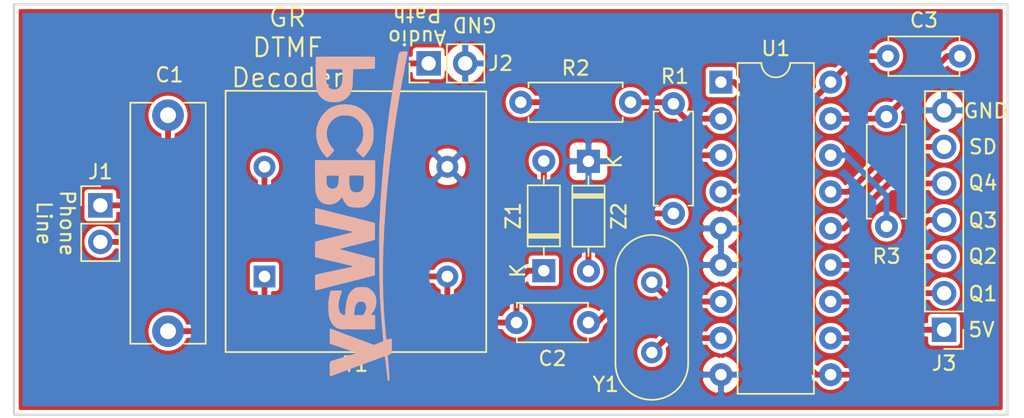
<source format=kicad_pcb>
(kicad_pcb (version 20171130) (host pcbnew "(5.1.2-1)-1")

  (general
    (thickness 1.6)
    (drawings 15)
    (tracks 76)
    (zones 0)
    (modules 15)
    (nets 21)
  )

  (page A4)
  (layers
    (0 F.Cu signal)
    (31 B.Cu signal)
    (32 B.Adhes user hide)
    (33 F.Adhes user hide)
    (34 B.Paste user hide)
    (35 F.Paste user)
    (36 B.SilkS user)
    (37 F.SilkS user)
    (38 B.Mask user hide)
    (39 F.Mask user hide)
    (40 Dwgs.User user hide)
    (41 Cmts.User user hide)
    (42 Eco1.User user hide)
    (43 Eco2.User user hide)
    (44 Edge.Cuts user)
    (45 Margin user hide)
    (46 B.CrtYd user hide)
    (47 F.CrtYd user hide)
    (48 B.Fab user hide)
    (49 F.Fab user hide)
  )

  (setup
    (last_trace_width 0.4064)
    (user_trace_width 0.2032)
    (user_trace_width 0.254)
    (user_trace_width 0.3048)
    (user_trace_width 0.4064)
    (user_trace_width 0.6096)
    (user_trace_width 1.016)
    (trace_clearance 0.2)
    (zone_clearance 0.381)
    (zone_45_only no)
    (trace_min 0.1524)
    (via_size 0.8)
    (via_drill 0.4)
    (via_min_size 0.658)
    (via_min_drill 0.3)
    (uvia_size 0.3)
    (uvia_drill 0.1)
    (uvias_allowed no)
    (uvia_min_size 0.2)
    (uvia_min_drill 0.1)
    (edge_width 0.15)
    (segment_width 0.2)
    (pcb_text_width 0.3)
    (pcb_text_size 1.5 1.5)
    (mod_edge_width 0.15)
    (mod_text_size 0.8 0.8)
    (mod_text_width 0.15)
    (pad_size 1.6 1.6)
    (pad_drill 0.8)
    (pad_to_mask_clearance 0)
    (aux_axis_origin 0 0)
    (grid_origin 88.011 136.271)
    (visible_elements FFFFFF7F)
    (pcbplotparams
      (layerselection 0x010f0_ffffffff)
      (usegerberextensions false)
      (usegerberattributes false)
      (usegerberadvancedattributes false)
      (creategerberjobfile false)
      (excludeedgelayer true)
      (linewidth 0.152400)
      (plotframeref false)
      (viasonmask false)
      (mode 1)
      (useauxorigin false)
      (hpglpennumber 1)
      (hpglpenspeed 20)
      (hpglpendiameter 15.000000)
      (psnegative false)
      (psa4output false)
      (plotreference true)
      (plotvalue false)
      (plotinvisibletext false)
      (padsonsilk false)
      (subtractmaskfromsilk false)
      (outputformat 1)
      (mirror false)
      (drillshape 0)
      (scaleselection 1)
      (outputdirectory "Output/"))
  )

  (net 0 "")
  (net 1 GNDREF)
  (net 2 "Net-(J1-Pad2)")
  (net 3 "Net-(C1-Pad1)")
  (net 4 "Net-(C1-Pad2)")
  (net 5 "Net-(C2-Pad1)")
  (net 6 "Net-(C2-Pad2)")
  (net 7 "Net-(C3-Pad2)")
  (net 8 +5V)
  (net 9 /Q1)
  (net 10 /Q2)
  (net 11 /Q3)
  (net 12 /Q4)
  (net 13 /SD)
  (net 14 "Net-(R1-Pad1)")
  (net 15 "Net-(R2-Pad1)")
  (net 16 "Net-(R3-Pad2)")
  (net 17 "Net-(U1-Pad1)")
  (net 18 "Net-(U1-Pad7)")
  (net 19 "Net-(U1-Pad8)")
  (net 20 "Net-(Z1-PadA)")

  (net_class Default "This is the default net class."
    (clearance 0.2)
    (trace_width 0.25)
    (via_dia 0.8)
    (via_drill 0.4)
    (uvia_dia 0.3)
    (uvia_drill 0.1)
    (add_net +5V)
    (add_net /Q1)
    (add_net /Q2)
    (add_net /Q3)
    (add_net /Q4)
    (add_net /SD)
    (add_net GNDREF)
    (add_net "Net-(C1-Pad1)")
    (add_net "Net-(C1-Pad2)")
    (add_net "Net-(C2-Pad1)")
    (add_net "Net-(C2-Pad2)")
    (add_net "Net-(C3-Pad2)")
    (add_net "Net-(J1-Pad2)")
    (add_net "Net-(R1-Pad1)")
    (add_net "Net-(R2-Pad1)")
    (add_net "Net-(R3-Pad2)")
    (add_net "Net-(U1-Pad1)")
    (add_net "Net-(U1-Pad7)")
    (add_net "Net-(U1-Pad8)")
    (add_net "Net-(Z1-PadA)")
  )

  (net_class PWR ""
    (clearance 0.254)
    (trace_width 0.508)
    (via_dia 0.8)
    (via_drill 0.4)
    (uvia_dia 0.3)
    (uvia_drill 0.1)
  )

  (net_class Signals ""
    (clearance 0.254)
    (trace_width 0.4064)
    (via_dia 0.8)
    (via_drill 0.4)
    (uvia_dia 0.3)
    (uvia_drill 0.1)
  )

  (module Diode_THT:D_DO-35_SOD27_P7.62mm_Horizontal (layer F.Cu) (tedit 62C4AF07) (tstamp 62C4E6F1)
    (at 133.911 119.271 90)
    (descr "Diode, DO-35_SOD27 series, Axial, Horizontal, pin pitch=7.62mm, , length*diameter=4*2mm^2, , http://www.diodes.com/_files/packages/DO-35.pdf")
    (tags "Diode DO-35_SOD27 series Axial Horizontal pin pitch 7.62mm  length 4mm diameter 2mm")
    (path /62D0DE76)
    (fp_text reference Z1 (at 3.81 -2.12 90) (layer F.SilkS)
      (effects (font (size 1 1) (thickness 0.15)))
    )
    (fp_text value 3V3 (at 3.81 2.12 90) (layer F.Fab)
      (effects (font (size 1 1) (thickness 0.15)))
    )
    (fp_line (start 1.81 -1) (end 1.81 1) (layer F.Fab) (width 0.1))
    (fp_line (start 1.81 1) (end 5.81 1) (layer F.Fab) (width 0.1))
    (fp_line (start 5.81 1) (end 5.81 -1) (layer F.Fab) (width 0.1))
    (fp_line (start 5.81 -1) (end 1.81 -1) (layer F.Fab) (width 0.1))
    (fp_line (start 0 0) (end 1.81 0) (layer F.Fab) (width 0.1))
    (fp_line (start 7.62 0) (end 5.81 0) (layer F.Fab) (width 0.1))
    (fp_line (start 2.41 -1) (end 2.41 1) (layer F.Fab) (width 0.1))
    (fp_line (start 2.51 -1) (end 2.51 1) (layer F.Fab) (width 0.1))
    (fp_line (start 2.31 -1) (end 2.31 1) (layer F.Fab) (width 0.1))
    (fp_line (start 1.69 -1.12) (end 1.69 1.12) (layer F.SilkS) (width 0.12))
    (fp_line (start 1.69 1.12) (end 5.93 1.12) (layer F.SilkS) (width 0.12))
    (fp_line (start 5.93 1.12) (end 5.93 -1.12) (layer F.SilkS) (width 0.12))
    (fp_line (start 5.93 -1.12) (end 1.69 -1.12) (layer F.SilkS) (width 0.12))
    (fp_line (start 1.04 0) (end 1.69 0) (layer F.SilkS) (width 0.12))
    (fp_line (start 6.58 0) (end 5.93 0) (layer F.SilkS) (width 0.12))
    (fp_line (start 2.41 -1.12) (end 2.41 1.12) (layer F.SilkS) (width 0.12))
    (fp_line (start 2.53 -1.12) (end 2.53 1.12) (layer F.SilkS) (width 0.12))
    (fp_line (start 2.29 -1.12) (end 2.29 1.12) (layer F.SilkS) (width 0.12))
    (fp_line (start -1.05 -1.25) (end -1.05 1.25) (layer F.CrtYd) (width 0.05))
    (fp_line (start -1.05 1.25) (end 8.67 1.25) (layer F.CrtYd) (width 0.05))
    (fp_line (start 8.67 1.25) (end 8.67 -1.25) (layer F.CrtYd) (width 0.05))
    (fp_line (start 8.67 -1.25) (end -1.05 -1.25) (layer F.CrtYd) (width 0.05))
    (fp_text user %R (at 4.11 0 90) (layer F.Fab)
      (effects (font (size 0.8 0.8) (thickness 0.12)))
    )
    (fp_text user K (at 0 -1.8 90) (layer F.Fab)
      (effects (font (size 1 1) (thickness 0.15)))
    )
    (fp_text user K (at 0 -1.8 90) (layer F.SilkS)
      (effects (font (size 1 1) (thickness 0.15)))
    )
    (pad K thru_hole rect (at 0 0 90) (size 1.6 1.6) (drill 0.8) (layers *.Cu *.Mask)
      (net 6 "Net-(C2-Pad2)"))
    (pad A thru_hole oval (at 7.62 0 90) (size 1.6 1.6) (drill 0.8) (layers *.Cu *.Mask)
      (net 20 "Net-(Z1-PadA)"))
    (model ${KISYS3DMOD}/Diode_THT.3dshapes/D_DO-35_SOD27_P7.62mm_Horizontal.wrl
      (at (xyz 0 0 0))
      (scale (xyz 1 1 1))
      (rotate (xyz 0 0 0))
    )
  )

  (module Transformer_THT:Transformer_NF_ETAL_P3324 (layer F.Cu) (tedit 62C4AE51) (tstamp 62C4E695)
    (at 114.511 119.671 180)
    (descr "NF-Transformer, ETAL P3324,http://www.etalgroup.com/sites/default/files/products/P3324_April_2005.pdf")
    (tags "NF-Transformer ETAL P3324 ")
    (path /62CE1459)
    (fp_text reference T1 (at -6.35 -6.1) (layer F.SilkS)
      (effects (font (size 1 1) (thickness 0.15)))
    )
    (fp_text value 600:600 (at -6.35 13.95) (layer F.Fab)
      (effects (font (size 1 1) (thickness 0.15)))
    )
    (fp_text user %R (at -6 11.5) (layer F.Fab)
      (effects (font (size 1 1) (thickness 0.15)))
    )
    (fp_line (start -15.4 -5.25) (end 2.7 -5.25) (layer F.SilkS) (width 0.12))
    (fp_line (start 2.7 -5.25) (end 2.7 12.9) (layer F.SilkS) (width 0.12))
    (fp_line (start 2.7 12.9) (end -15.4 12.85) (layer F.SilkS) (width 0.12))
    (fp_line (start -15.4 12.85) (end -15.4 -5.25) (layer F.SilkS) (width 0.12))
    (fp_line (start -7.76 -2.97) (end -7.14 -2.99) (layer F.Fab) (width 0.1))
    (fp_line (start -5.53 -3.04) (end -4.89 -3.04) (layer F.Fab) (width 0.1))
    (fp_line (start -6.25 -3.11) (end -6.33 -3.11) (layer F.Fab) (width 0.1))
    (fp_line (start -6.32 -3.91) (end -6.37 -3.89) (layer F.Fab) (width 0.1))
    (fp_line (start -5.68 -4.07) (end -5.18 -4.49) (layer F.Fab) (width 0.1))
    (fp_line (start -5.18 -4.49) (end -5.18 -3.04) (layer F.Fab) (width 0.1))
    (fp_line (start -7.92 -4.01) (end -7.38 -4.49) (layer F.Fab) (width 0.1))
    (fp_line (start -7.38 -4.49) (end -7.38 -2.98) (layer F.Fab) (width 0.1))
    (fp_line (start -1.53 -0.19) (end -3.29 -0.23) (layer F.Fab) (width 0.1))
    (fp_line (start -3.29 -0.23) (end -3.6 -0.17) (layer F.Fab) (width 0.1))
    (fp_line (start -3.6 -0.17) (end -3.93 0.02) (layer F.Fab) (width 0.1))
    (fp_line (start -3.93 0.02) (end -4.24 0.31) (layer F.Fab) (width 0.1))
    (fp_line (start -4.24 0.31) (end -4.36 0.7) (layer F.Fab) (width 0.1))
    (fp_line (start -4.36 0.7) (end -4.33 1.07) (layer F.Fab) (width 0.1))
    (fp_line (start -4.33 1.07) (end -4.18 1.45) (layer F.Fab) (width 0.1))
    (fp_line (start -4.18 1.45) (end -3.93 1.64) (layer F.Fab) (width 0.1))
    (fp_line (start -3.93 1.64) (end -3.47 1.85) (layer F.Fab) (width 0.1))
    (fp_line (start -3.47 1.85) (end -3.22 1.85) (layer F.Fab) (width 0.1))
    (fp_line (start -3.22 1.85) (end -3.7 1.94) (layer F.Fab) (width 0.1))
    (fp_line (start -3.7 1.94) (end -4.2 2.26) (layer F.Fab) (width 0.1))
    (fp_line (start -4.2 2.26) (end -4.34 2.57) (layer F.Fab) (width 0.1))
    (fp_line (start -4.34 2.57) (end -4.36 2.92) (layer F.Fab) (width 0.1))
    (fp_line (start -4.36 2.92) (end -4.24 3.29) (layer F.Fab) (width 0.1))
    (fp_line (start -4.24 3.29) (end -3.95 3.6) (layer F.Fab) (width 0.1))
    (fp_line (start -3.95 3.6) (end -3.63 3.79) (layer F.Fab) (width 0.1))
    (fp_line (start -3.63 3.79) (end -3.19 3.81) (layer F.Fab) (width 0.1))
    (fp_line (start -3.19 3.81) (end -3.67 3.88) (layer F.Fab) (width 0.1))
    (fp_line (start -3.67 3.88) (end -4.02 4.08) (layer F.Fab) (width 0.1))
    (fp_line (start -4.02 4.08) (end -4.24 4.36) (layer F.Fab) (width 0.1))
    (fp_line (start -4.24 4.36) (end -4.34 4.68) (layer F.Fab) (width 0.1))
    (fp_line (start -4.34 4.68) (end -4.33 5.04) (layer F.Fab) (width 0.1))
    (fp_line (start -4.33 5.04) (end -4.18 5.39) (layer F.Fab) (width 0.1))
    (fp_line (start -4.18 5.39) (end -3.92 5.62) (layer F.Fab) (width 0.1))
    (fp_line (start -3.92 5.62) (end -3.61 5.78) (layer F.Fab) (width 0.1))
    (fp_line (start -3.61 5.78) (end -3.37 5.84) (layer F.Fab) (width 0.1))
    (fp_line (start -3.37 5.84) (end -3.15 5.84) (layer F.Fab) (width 0.1))
    (fp_line (start -3.15 5.84) (end -3.88 5.96) (layer F.Fab) (width 0.1))
    (fp_line (start -3.88 5.96) (end -4.17 6.21) (layer F.Fab) (width 0.1))
    (fp_line (start -4.17 6.21) (end -4.31 6.57) (layer F.Fab) (width 0.1))
    (fp_line (start -4.31 6.57) (end -4.34 6.89) (layer F.Fab) (width 0.1))
    (fp_line (start -4.34 6.89) (end -4.24 7.26) (layer F.Fab) (width 0.1))
    (fp_line (start -4.24 7.26) (end -4.04 7.49) (layer F.Fab) (width 0.1))
    (fp_line (start -4.04 7.49) (end -3.76 7.74) (layer F.Fab) (width 0.1))
    (fp_line (start -3.76 7.74) (end -3.38 7.81) (layer F.Fab) (width 0.1))
    (fp_line (start -3.38 7.81) (end -1.45 7.81) (layer F.Fab) (width 0.1))
    (fp_line (start -11.35 -0.19) (end -9.35 -0.19) (layer F.Fab) (width 0.1))
    (fp_line (start -9.35 -0.19) (end -8.97 -0.14) (layer F.Fab) (width 0.1))
    (fp_line (start -8.97 -0.14) (end -8.68 0.08) (layer F.Fab) (width 0.1))
    (fp_line (start -8.68 0.08) (end -8.45 0.31) (layer F.Fab) (width 0.1))
    (fp_line (start -8.45 0.31) (end -8.4 0.52) (layer F.Fab) (width 0.1))
    (fp_line (start -8.4 0.52) (end -8.34 0.86) (layer F.Fab) (width 0.1))
    (fp_line (start -8.34 0.86) (end -8.4 1.29) (layer F.Fab) (width 0.1))
    (fp_line (start -8.4 1.29) (end -8.58 1.48) (layer F.Fab) (width 0.1))
    (fp_line (start -8.58 1.48) (end -8.79 1.62) (layer F.Fab) (width 0.1))
    (fp_line (start -8.79 1.62) (end -9.2 1.8) (layer F.Fab) (width 0.1))
    (fp_line (start -9.2 1.8) (end -9.36 1.8) (layer F.Fab) (width 0.1))
    (fp_line (start -9.36 1.8) (end -9.07 1.89) (layer F.Fab) (width 0.1))
    (fp_line (start -9.07 1.89) (end -8.75 2) (layer F.Fab) (width 0.1))
    (fp_line (start -8.75 2) (end -8.49 2.19) (layer F.Fab) (width 0.1))
    (fp_line (start -8.49 2.19) (end -8.42 2.49) (layer F.Fab) (width 0.1))
    (fp_line (start -8.42 2.49) (end -8.38 2.83) (layer F.Fab) (width 0.1))
    (fp_line (start -8.38 2.83) (end -8.42 3.15) (layer F.Fab) (width 0.1))
    (fp_line (start -8.42 3.15) (end -8.56 3.38) (layer F.Fab) (width 0.1))
    (fp_line (start -8.56 3.38) (end -8.66 3.53) (layer F.Fab) (width 0.1))
    (fp_line (start -8.66 3.53) (end -8.9 3.69) (layer F.Fab) (width 0.1))
    (fp_line (start -8.9 3.69) (end -9.14 3.79) (layer F.Fab) (width 0.1))
    (fp_line (start -9.14 3.79) (end -9.29 3.79) (layer F.Fab) (width 0.1))
    (fp_line (start -9.29 3.79) (end -9.02 3.88) (layer F.Fab) (width 0.1))
    (fp_line (start -9.02 3.88) (end -8.77 4.01) (layer F.Fab) (width 0.1))
    (fp_line (start -8.77 4.01) (end -8.52 4.25) (layer F.Fab) (width 0.1))
    (fp_line (start -8.52 4.25) (end -8.42 4.47) (layer F.Fab) (width 0.1))
    (fp_line (start -8.42 4.47) (end -8.36 4.75) (layer F.Fab) (width 0.1))
    (fp_line (start -8.36 4.75) (end -8.38 5.02) (layer F.Fab) (width 0.1))
    (fp_line (start -8.38 5.02) (end -8.45 5.29) (layer F.Fab) (width 0.1))
    (fp_line (start -8.45 5.29) (end -8.63 5.5) (layer F.Fab) (width 0.1))
    (fp_line (start -8.63 5.5) (end -8.79 5.64) (layer F.Fab) (width 0.1))
    (fp_line (start -8.79 5.64) (end -8.97 5.73) (layer F.Fab) (width 0.1))
    (fp_line (start -8.97 5.73) (end -9.3 5.77) (layer F.Fab) (width 0.1))
    (fp_line (start -9.3 5.77) (end -9.04 5.85) (layer F.Fab) (width 0.1))
    (fp_line (start -9.04 5.85) (end -8.77 6.01) (layer F.Fab) (width 0.1))
    (fp_line (start -8.77 6.01) (end -8.58 6.25) (layer F.Fab) (width 0.1))
    (fp_line (start -8.58 6.25) (end -8.45 6.46) (layer F.Fab) (width 0.1))
    (fp_line (start -8.45 6.46) (end -8.4 6.69) (layer F.Fab) (width 0.1))
    (fp_line (start -8.4 6.69) (end -8.4 6.96) (layer F.Fab) (width 0.1))
    (fp_line (start -8.4 6.96) (end -8.49 7.28) (layer F.Fab) (width 0.1))
    (fp_line (start -8.49 7.28) (end -8.61 7.49) (layer F.Fab) (width 0.1))
    (fp_line (start -8.61 7.49) (end -8.82 7.69) (layer F.Fab) (width 0.1))
    (fp_line (start -8.82 7.69) (end -9.09 7.74) (layer F.Fab) (width 0.1))
    (fp_line (start -9.09 7.74) (end -9.3 7.79) (layer F.Fab) (width 0.1))
    (fp_line (start -9.3 7.79) (end -9.36 7.77) (layer F.Fab) (width 0.1))
    (fp_line (start -9.36 7.77) (end -11.28 7.76) (layer F.Fab) (width 0.1))
    (fp_line (start -6.35 -2.19) (end -6.35 9.81) (layer F.Fab) (width 0.1))
    (fp_line (start 2.65 -5.19) (end -15.35 -5.19) (layer F.Fab) (width 0.1))
    (fp_line (start -15.35 -5.19) (end -15.35 12.81) (layer F.Fab) (width 0.1))
    (fp_line (start -15.35 12.81) (end 2.65 12.81) (layer F.Fab) (width 0.1))
    (fp_line (start 2.65 12.81) (end 2.65 -5.19) (layer F.Fab) (width 0.1))
    (fp_line (start -15.6 -5.44) (end 2.9 -5.44) (layer F.CrtYd) (width 0.05))
    (fp_line (start -15.6 -5.44) (end -15.6 13.06) (layer F.CrtYd) (width 0.05))
    (fp_line (start 2.9 13.06) (end 2.9 -5.44) (layer F.CrtYd) (width 0.05))
    (fp_line (start 2.9 13.06) (end -15.6 13.06) (layer F.CrtYd) (width 0.05))
    (pad 4 thru_hole circle (at -12.7 0 180) (size 1.52 1.52) (drill 0.81) (layers *.Cu *.Mask)
      (net 6 "Net-(C2-Pad2)"))
    (pad 3 thru_hole circle (at -12.7 7.62 180) (size 1.52 1.52) (drill 0.81) (layers *.Cu *.Mask)
      (net 1 GNDREF))
    (pad 1 thru_hole rect (at 0 0 180) (size 1.52 1.52) (drill 0.81) (layers *.Cu *.Mask)
      (net 3 "Net-(C1-Pad1)"))
    (pad 2 thru_hole circle (at 0 7.62 180) (size 1.52 1.52) (drill 0.81) (layers *.Cu *.Mask)
      (net 2 "Net-(J1-Pad2)"))
    (model ${KISYS3DMOD}/Transformer_THT.3dshapes/Transformer_NF_ETAL_P3324.wrl
      (at (xyz 0 0 0))
      (scale (xyz 1 1 1))
      (rotate (xyz 0 0 0))
    )
  )

  (module "_Custom_Footprints:pcb way logo" locked (layer B.Cu) (tedit 0) (tstamp 601A8939)
    (at 121.911 115.471 270)
    (fp_text reference G*** (at 0 0 90) (layer B.SilkS) hide
      (effects (font (size 1.524 1.524) (thickness 0.3)) (justify mirror))
    )
    (fp_text value LOGO (at 0.75 0 90) (layer B.SilkS) hide
      (effects (font (size 1.524 1.524) (thickness 0.3)) (justify mirror))
    )
    (fp_poly (pts (xy -5.560911 3.803272) (xy -5.401501 3.788201) (xy -5.361481 3.782119) (xy -5.076571 3.712881)
      (xy -4.795154 3.603568) (xy -4.529552 3.460411) (xy -4.292089 3.289645) (xy -4.172403 3.180698)
      (xy -4.104182 3.111351) (xy -4.067054 3.067069) (xy -4.056004 3.037177) (xy -4.066021 3.011004)
      (xy -4.082614 2.98951) (xy -4.145914 2.918544) (xy -4.226202 2.837772) (xy -4.314442 2.755176)
      (xy -4.401595 2.678736) (xy -4.478625 2.616435) (xy -4.536493 2.576255) (xy -4.562821 2.5654)
      (xy -4.611019 2.583036) (xy -4.669978 2.627085) (xy -4.687898 2.644802) (xy -4.765385 2.713937)
      (xy -4.873187 2.793114) (xy -4.995161 2.871822) (xy -5.115163 2.939552) (xy -5.204077 2.980846)
      (xy -5.433434 3.047431) (xy -5.676004 3.074538) (xy -5.9055 3.060961) (xy -6.008013 3.043887)
      (xy -6.095873 3.026926) (xy -6.152947 3.013246) (xy -6.1595 3.01109) (xy -6.334764 2.928043)
      (xy -6.505094 2.813034) (xy -6.658737 2.676321) (xy -6.783938 2.528159) (xy -6.859486 2.4003)
      (xy -6.918748 2.264428) (xy -6.956631 2.151699) (xy -6.977719 2.041597) (xy -6.986598 1.913602)
      (xy -6.987951 1.825497) (xy -6.975849 1.585018) (xy -6.935027 1.377938) (xy -6.862071 1.193607)
      (xy -6.753568 1.021377) (xy -6.714078 0.971088) (xy -6.653022 0.907088) (xy -6.572446 0.836536)
      (xy -6.484014 0.768037) (xy -6.399391 0.710197) (xy -6.33024 0.671621) (xy -6.292974 0.6604)
      (xy -6.243816 0.646042) (xy -6.23443 0.639417) (xy -6.162525 0.601646) (xy -6.051915 0.573469)
      (xy -5.913856 0.555281) (xy -5.759604 0.547474) (xy -5.600413 0.550441) (xy -5.447539 0.564576)
      (xy -5.312237 0.59027) (xy -5.260917 0.605425) (xy -5.107137 0.671914) (xy -4.942548 0.767067)
      (xy -4.78661 0.878755) (xy -4.69571 0.957705) (xy -4.628347 1.011261) (xy -4.571856 1.036723)
      (xy -4.55601 1.037218) (xy -4.52428 1.017224) (xy -4.467719 0.968773) (xy -4.394591 0.900253)
      (xy -4.313161 0.820054) (xy -4.231693 0.736565) (xy -4.158452 0.658174) (xy -4.101702 0.59327)
      (xy -4.069709 0.550244) (xy -4.065589 0.539418) (xy -4.086112 0.510392) (xy -4.139138 0.459079)
      (xy -4.215794 0.392666) (xy -4.307208 0.31834) (xy -4.404508 0.243287) (xy -4.498819 0.174696)
      (xy -4.581271 0.119752) (xy -4.591249 0.113626) (xy -4.791482 0.003248) (xy -4.983731 -0.077389)
      (xy -5.181082 -0.131596) (xy -5.396619 -0.162684) (xy -5.64343 -0.173966) (xy -5.7277 -0.173965)
      (xy -5.862372 -0.172168) (xy -5.983352 -0.169393) (xy -6.07926 -0.165985) (xy -6.138712 -0.162287)
      (xy -6.1468 -0.161319) (xy -6.375963 -0.106574) (xy -6.613318 -0.013754) (xy -6.844756 0.109575)
      (xy -7.056167 0.255847) (xy -7.23344 0.417494) (xy -7.2406 0.425239) (xy -7.431262 0.662584)
      (xy -7.575989 0.91087) (xy -7.676975 1.175961) (xy -7.736416 1.463719) (xy -7.756507 1.78001)
      (xy -7.756496 1.8034) (xy -7.736786 2.124543) (xy -7.679727 2.414522) (xy -7.584026 2.67796)
      (xy -7.448391 2.919476) (xy -7.441557 2.929567) (xy -7.361341 3.030988) (xy -7.252021 3.147527)
      (xy -7.127068 3.266597) (xy -6.999958 3.37561) (xy -6.884164 3.461979) (xy -6.8453 3.486617)
      (xy -6.739634 3.545704) (xy -6.62761 3.602647) (xy -6.520935 3.652104) (xy -6.431316 3.688736)
      (xy -6.370457 3.7072) (xy -6.359195 3.7084) (xy -6.307149 3.719548) (xy -6.279806 3.731066)
      (xy -6.187409 3.762905) (xy -6.057033 3.786728) (xy -5.900965 3.801853) (xy -5.731495 3.807595)
      (xy -5.560911 3.803272)) (layer B.SilkS) (width 0.01))
    (fp_poly (pts (xy 2.532456 3.889832) (xy 2.657716 3.888599) (xy 2.760042 3.886628) (xy 2.830218 3.883908)
      (xy 2.859028 3.880425) (xy 2.859131 3.880335) (xy 2.870932 3.849669) (xy 2.886371 3.786168)
      (xy 2.894808 3.743361) (xy 2.914947 3.643707) (xy 2.937976 3.544555) (xy 2.944905 3.5179)
      (xy 2.967687 3.428532) (xy 2.992133 3.324997) (xy 3.000082 3.2893) (xy 3.021346 3.193811)
      (xy 3.042446 3.102438) (xy 3.0494 3.0734) (xy 3.069674 2.990274) (xy 3.093142 2.894069)
      (xy 3.098966 2.8702) (xy 3.119846 2.781561) (xy 3.144823 2.671285) (xy 3.162504 2.5908)
      (xy 3.186527 2.483626) (xy 3.217016 2.353188) (xy 3.247891 2.225449) (xy 3.251763 2.2098)
      (xy 3.279067 2.09902) (xy 3.304077 1.996127) (xy 3.322385 1.91929) (xy 3.325692 1.905)
      (xy 3.370361 1.711357) (xy 3.405943 1.562349) (xy 3.434031 1.452947) (xy 3.456219 1.378121)
      (xy 3.474099 1.332842) (xy 3.489267 1.312082) (xy 3.503315 1.31081) (xy 3.511903 1.317344)
      (xy 3.532784 1.356941) (xy 3.552951 1.423368) (xy 3.556475 1.439407) (xy 3.566748 1.489444)
      (xy 3.578581 1.54598) (xy 3.59377 1.617408) (xy 3.614111 1.712121) (xy 3.6414 1.838512)
      (xy 3.677433 2.004974) (xy 3.683288 2.032) (xy 3.72666 2.233467) (xy 3.769819 2.436234)
      (xy 3.808996 2.622505) (xy 3.836623 2.7559) (xy 3.852659 2.832388) (xy 3.876453 2.943748)
      (xy 3.904813 3.075248) (xy 3.934547 3.212156) (xy 3.962463 3.339738) (xy 3.985368 3.443262)
      (xy 3.990713 3.4671) (xy 4.010052 3.559329) (xy 4.026819 3.649305) (xy 4.028207 3.6576)
      (xy 4.055076 3.774527) (xy 4.089715 3.85244) (xy 4.129567 3.885945) (xy 4.136931 3.886841)
      (xy 4.345495 3.88905) (xy 4.54253 3.889209) (xy 4.721766 3.88747) (xy 4.876936 3.883988)
      (xy 5.001773 3.878914) (xy 5.090008 3.872402) (xy 5.135374 3.864605) (xy 5.139404 3.862356)
      (xy 5.145247 3.849252) (xy 5.146076 3.823156) (xy 5.140926 3.779807) (xy 5.128834 3.714939)
      (xy 5.108838 3.624291) (xy 5.079975 3.503597) (xy 5.04128 3.348596) (xy 4.991792 3.155022)
      (xy 4.930548 2.918613) (xy 4.898082 2.794) (xy 4.865476 2.667856) (xy 4.83542 2.549524)
      (xy 4.811568 2.453503) (xy 4.798909 2.4003) (xy 4.775787 2.303417) (xy 4.750453 2.204447)
      (xy 4.748478 2.1971) (xy 4.72461 2.105348) (xy 4.702627 2.015622) (xy 4.700529 2.0066)
      (xy 4.684254 1.939014) (xy 4.659926 1.841453) (xy 4.632337 1.733091) (xy 4.627545 1.7145)
      (xy 4.574801 1.509431) (xy 4.526752 1.320887) (xy 4.485181 1.155968) (xy 4.451871 1.021776)
      (xy 4.428604 0.925408) (xy 4.420272 0.889) (xy 4.40403 0.821688) (xy 4.378762 0.72453)
      (xy 4.349429 0.61652) (xy 4.343963 0.5969) (xy 4.313978 0.486584) (xy 4.286853 0.381281)
      (xy 4.267782 0.301257) (xy 4.265814 0.2921) (xy 4.247455 0.204485) (xy 4.230429 0.123255)
      (xy 4.228551 0.1143) (xy 4.209852 0.04085) (xy 4.19199 -0.0127) (xy 4.173206 -0.070618)
      (xy 4.153088 -0.148808) (xy 4.149453 -0.1651) (xy 4.1275 -0.2667) (xy 2.938047 -0.2667)
      (xy 2.893177 -0.0889) (xy 2.868086 0.009446) (xy 2.83473 0.138709) (xy 2.797818 0.280692)
      (xy 2.76824 0.3937) (xy 2.735111 0.520353) (xy 2.704769 0.637322) (xy 2.680656 0.731281)
      (xy 2.666575 0.7874) (xy 2.644522 0.873764) (xy 2.619149 0.967425) (xy 2.6162 0.9779)
      (xy 2.591168 1.069487) (xy 2.568004 1.159124) (xy 2.56572 1.1684) (xy 2.548617 1.235871)
      (xy 2.523171 1.333261) (xy 2.494379 1.441473) (xy 2.489262 1.4605) (xy 2.458044 1.578672)
      (xy 2.427239 1.699113) (xy 2.403136 1.797197) (xy 2.401672 1.8034) (xy 2.366409 1.941706)
      (xy 2.333436 2.049421) (xy 2.304562 2.122787) (xy 2.281593 2.158044) (xy 2.266338 2.151435)
      (xy 2.260605 2.0992) (xy 2.2606 2.096696) (xy 2.250875 2.020759) (xy 2.237845 1.976046)
      (xy 2.216552 1.912822) (xy 2.193209 1.831697) (xy 2.18914 1.8161) (xy 2.164181 1.718938)
      (xy 2.138513 1.619802) (xy 2.136715 1.6129) (xy 2.105263 1.490582) (xy 2.071717 1.357498)
      (xy 2.040364 1.230881) (xy 2.015491 1.127962) (xy 2.00715 1.0922) (xy 1.979587 0.975023)
      (xy 1.9433 0.825859) (xy 1.901119 0.655861) (xy 1.855878 0.476179) (xy 1.810407 0.297964)
      (xy 1.767539 0.132369) (xy 1.730106 -0.009457) (xy 1.700939 -0.116362) (xy 1.694299 -0.1397)
      (xy 1.657617 -0.2667) (xy 1.069491 -0.273519) (xy 0.872546 -0.275198) (xy 0.721329 -0.274957)
      (xy 0.610798 -0.27258) (xy 0.535909 -0.267853) (xy 0.491621 -0.260563) (xy 0.47289 -0.250495)
      (xy 0.471765 -0.248119) (xy 0.460509 -0.205967) (xy 0.442497 -0.134359) (xy 0.431364 -0.0889)
      (xy 0.408486 0.002528) (xy 0.386331 0.086547) (xy 0.378578 0.1143) (xy 0.363845 0.169982)
      (xy 0.341079 0.261377) (xy 0.313671 0.3747) (xy 0.291144 0.4699) (xy 0.259688 0.604058)
      (xy 0.236509 0.70208) (xy 0.218289 0.777292) (xy 0.201711 0.843018) (xy 0.183458 0.912583)
      (xy 0.160214 0.999311) (xy 0.148882 1.0414) (xy 0.117117 1.160106) (xy 0.0908 1.260746)
      (xy 0.064449 1.364659) (xy 0.032584 1.493186) (xy 0.026561 1.51765) (xy 0.001936 1.617732)
      (xy -0.023503 1.721121) (xy -0.026562 1.73355) (xy -0.062832 1.879468) (xy -0.091806 1.99217)
      (xy -0.117699 2.087917) (xy -0.126945 2.1209) (xy -0.151296 2.214274) (xy -0.175148 2.316539)
      (xy -0.179472 2.3368) (xy -0.202089 2.433961) (xy -0.230564 2.541967) (xy -0.240947 2.5781)
      (xy -0.261252 2.650877) (xy -0.288878 2.756031) (xy -0.321933 2.885733) (xy -0.35852 3.032157)
      (xy -0.396745 3.187475) (xy -0.434712 3.343858) (xy -0.470528 3.49348) (xy -0.502296 3.628511)
      (xy -0.528122 3.741125) (xy -0.546111 3.823494) (xy -0.554369 3.86779) (xy -0.554459 3.873179)
      (xy -0.523918 3.878961) (xy -0.45192 3.883555) (xy -0.347737 3.886966) (xy -0.220638 3.889198)
      (xy -0.079893 3.890258) (xy 0.065228 3.890149) (xy 0.205456 3.888878) (xy 0.33152 3.886448)
      (xy 0.434151 3.882866) (xy 0.504078 3.878137) (xy 0.53178 3.87258) (xy 0.547402 3.846288)
      (xy 0.564882 3.793606) (xy 0.585844 3.708127) (xy 0.611912 3.58344) (xy 0.634504 3.4671)
      (xy 0.654403 3.365556) (xy 0.680383 3.237027) (xy 0.708666 3.099806) (xy 0.735475 2.97219)
      (xy 0.757031 2.872473) (xy 0.760377 2.8575) (xy 0.77832 2.774039) (xy 0.799698 2.669324)
      (xy 0.812631 2.6035) (xy 0.832633 2.503627) (xy 0.852741 2.409423) (xy 0.8636 2.3622)
      (xy 0.880611 2.286843) (xy 0.901294 2.187928) (xy 0.914568 2.1209) (xy 0.934794 2.017764)
      (xy 0.955077 1.917249) (xy 0.965565 1.8669) (xy 0.982392 1.78543) (xy 1.003342 1.680704)
      (xy 1.018543 1.60292) (xy 1.040573 1.500504) (xy 1.065117 1.403678) (xy 1.081736 1.34892)
      (xy 1.101631 1.298561) (xy 1.116971 1.287401) (xy 1.133013 1.318881) (xy 1.155009 1.396442)
      (xy 1.155156 1.397) (xy 1.173674 1.466752) (xy 1.195299 1.547245) (xy 1.195882 1.5494)
      (xy 1.218315 1.636652) (xy 1.240966 1.730949) (xy 1.243013 1.7399) (xy 1.260969 1.814112)
      (xy 1.287227 1.916925) (xy 1.316569 2.027975) (xy 1.321081 2.0447) (xy 1.350151 2.155161)
      (xy 1.376501 2.260569) (xy 1.395068 2.340579) (xy 1.396944 2.3495) (xy 1.409668 2.405685)
      (xy 1.43209 2.498761) (xy 1.462353 2.621461) (xy 1.498601 2.766515) (xy 1.538978 2.926655)
      (xy 1.581626 3.094614) (xy 1.624689 3.263123) (xy 1.666311 3.424914) (xy 1.704635 3.572717)
      (xy 1.737804 3.699266) (xy 1.763962 3.797292) (xy 1.781252 3.859527) (xy 1.787604 3.878872)
      (xy 1.815362 3.882449) (xy 1.884695 3.885376) (xy 1.986389 3.887641) (xy 2.111228 3.889232)
      (xy 2.249996 3.890136) (xy 2.393477 3.89034) (xy 2.532456 3.889832)) (layer B.SilkS) (width 0.01))
    (fp_poly (pts (xy -10.126591 3.844228) (xy -9.929313 3.843139) (xy -9.735945 3.841192) (xy -9.553325 3.838394)
      (xy -9.38829 3.834755) (xy -9.247678 3.830284) (xy -9.138327 3.824989) (xy -9.1313 3.824541)
      (xy -8.956587 3.810675) (xy -8.820741 3.793302) (xy -8.711841 3.770008) (xy -8.617965 3.738376)
      (xy -8.5471 3.706161) (xy -8.339348 3.575875) (xy -8.169537 3.411834) (xy -8.037919 3.214314)
      (xy -7.972923 3.067989) (xy -7.940297 2.945556) (xy -7.917438 2.789796) (xy -7.905442 2.617438)
      (xy -7.905406 2.44521) (xy -7.918428 2.289839) (xy -7.920839 2.273633) (xy -7.978841 2.053731)
      (xy -8.078306 1.848794) (xy -8.213134 1.667826) (xy -8.377223 1.519831) (xy -8.473314 1.458208)
      (xy -8.658103 1.371987) (xy -8.859803 1.312819) (xy -9.08855 1.278442) (xy -9.331367 1.266769)
      (xy -9.489371 1.263875) (xy -9.664856 1.258708) (xy -9.831707 1.252114) (xy -9.9187 1.247719)
      (xy -10.1981 1.2319) (xy -10.2235 -0.2667) (xy -10.631411 -0.273655) (xy -10.77054 -0.27497)
      (xy -10.891505 -0.274108) (xy -10.985333 -0.271294) (xy -11.04305 -0.266751) (xy -11.056861 -0.263072)
      (xy -11.059598 -0.235523) (xy -11.062204 -0.161025) (xy -11.064646 -0.04343) (xy -11.066891 0.113411)
      (xy -11.068906 0.305646) (xy -11.070657 0.529424) (xy -11.072113 0.780894) (xy -11.073239 1.056204)
      (xy -11.074003 1.351503) (xy -11.074371 1.662939) (xy -11.0744 1.780735) (xy -11.074244 2.164842)
      (xy -11.074084 2.273478) (xy -10.206686 2.273478) (xy -10.205711 2.153396) (xy -10.203623 2.065736)
      (xy -10.200501 2.018535) (xy -10.19943 2.013607) (xy -10.170509 2.001425) (xy -10.100654 1.991956)
      (xy -9.999658 1.985252) (xy -9.87732 1.981367) (xy -9.743433 1.980352) (xy -9.607793 1.98226)
      (xy -9.480196 1.987143) (xy -9.370437 1.995054) (xy -9.288312 2.006046) (xy -9.275898 2.008657)
      (xy -9.094353 2.069302) (xy -8.955111 2.157988) (xy -8.857953 2.274965) (xy -8.802659 2.420484)
      (xy -8.7884 2.56289) (xy -8.792343 2.646367) (xy -8.802568 2.7078) (xy -8.8138 2.7305)
      (xy -8.835581 2.766536) (xy -8.8392 2.792544) (xy -8.857061 2.834911) (xy -8.902809 2.893041)
      (xy -8.940235 2.930168) (xy -9.005333 2.985814) (xy -9.066813 3.028095) (xy -9.133035 3.058917)
      (xy -9.21236 3.080186) (xy -9.313151 3.093808) (xy -9.443767 3.101691) (xy -9.612571 3.105741)
      (xy -9.7155 3.106939) (xy -10.1981 3.1115) (xy -10.204983 2.578757) (xy -10.20647 2.417944)
      (xy -10.206686 2.273478) (xy -11.074084 2.273478) (xy -11.073747 2.500914) (xy -11.072867 2.791711)
      (xy -11.071559 3.039997) (xy -11.069782 3.248535) (xy -11.067493 3.420088) (xy -11.064649 3.557417)
      (xy -11.061207 3.663286) (xy -11.057123 3.740457) (xy -11.052356 3.791693) (xy -11.046863 3.819757)
      (xy -11.04265 3.827039) (xy -11.009458 3.832215) (xy -10.932311 3.83647) (xy -10.818049 3.839811)
      (xy -10.673508 3.842249) (xy -10.505526 3.843791) (xy -10.320941 3.844448) (xy -10.126591 3.844228)) (layer B.SilkS) (width 0.01))
    (fp_poly (pts (xy -2.826161 3.888604) (xy -2.547899 3.885702) (xy -2.298297 3.881231) (xy -2.081536 3.875271)
      (xy -1.901796 3.867901) (xy -1.76326 3.859201) (xy -1.670106 3.849252) (xy -1.652043 3.846118)
      (xy -1.511814 3.809359) (xy -1.36666 3.756716) (xy -1.233173 3.695249) (xy -1.127946 3.632021)
      (xy -1.102665 3.612326) (xy -0.971639 3.468909) (xy -0.874304 3.295237) (xy -0.814414 3.102098)
      (xy -0.795727 2.90028) (xy -0.808041 2.766075) (xy -0.85569 2.566701) (xy -0.928239 2.401811)
      (xy -1.03359 2.258017) (xy -1.179645 2.121929) (xy -1.19592 2.108919) (xy -1.314522 2.015169)
      (xy -1.149826 1.94342) (xy -0.999404 1.865906) (xy -0.86345 1.773398) (xy -0.754307 1.675281)
      (xy -0.692679 1.595897) (xy -0.643674 1.485989) (xy -0.610219 1.343592) (xy -0.591599 1.163695)
      (xy -0.587101 0.94129) (xy -0.588446 0.8636) (xy -0.592987 0.719002) (xy -0.59942 0.614043)
      (xy -0.609397 0.537564) (xy -0.624572 0.478406) (xy -0.646597 0.425408) (xy -0.656151 0.4064)
      (xy -0.753876 0.260044) (xy -0.889112 0.116632) (xy -1.049198 -0.012941) (xy -1.221469 -0.117778)
      (xy -1.31437 -0.159979) (xy -1.391698 -0.188515) (xy -1.470346 -0.212198) (xy -1.55594 -0.231518)
      (xy -1.654109 -0.246962) (xy -1.770477 -0.259017) (xy -1.910673 -0.268171) (xy -2.080323 -0.274912)
      (xy -2.285053 -0.279728) (xy -2.530491 -0.283105) (xy -2.757815 -0.285084) (xy -2.977534 -0.286331)
      (xy -3.18365 -0.286837) (xy -3.370072 -0.286637) (xy -3.530713 -0.285766) (xy -3.659482 -0.284259)
      (xy -3.750292 -0.28215) (xy -3.797052 -0.279474) (xy -3.799215 -0.279151) (xy -3.8735 -0.266203)
      (xy -3.878041 1.184547) (xy -2.818582 1.184547) (xy -2.817073 1.021154) (xy -2.816858 1.00502)
      (xy -2.814295 0.856885) (xy -2.810974 0.726325) (xy -2.807198 0.621829) (xy -2.803269 0.551884)
      (xy -2.7998 0.525388) (xy -2.771866 0.518289) (xy -2.702553 0.512947) (xy -2.601262 0.509762)
      (xy -2.477397 0.509135) (xy -2.429524 0.509607) (xy -2.265057 0.513623) (xy -2.14102 0.521235)
      (xy -2.047109 0.533535) (xy -1.973015 0.551613) (xy -1.9466 0.560712) (xy -1.812717 0.625543)
      (xy -1.721436 0.707944) (xy -1.66763 0.815751) (xy -1.646173 0.956802) (xy -1.64544 1.021055)
      (xy -1.656934 1.158) (xy -1.689294 1.267668) (xy -1.747132 1.353053) (xy -1.835059 1.417148)
      (xy -1.957686 1.462946) (xy -2.119625 1.493441) (xy -2.325487 1.511627) (xy -2.407225 1.515575)
      (xy -2.557358 1.520242) (xy -2.663947 1.519852) (xy -2.734033 1.51405) (xy -2.774655 1.502482)
      (xy -2.783707 1.496603) (xy -2.797929 1.477928) (xy -2.808051 1.444461) (xy -2.814549 1.389125)
      (xy -2.8179 1.304845) (xy -2.818582 1.184547) (xy -3.878041 1.184547) (xy -3.879999 1.809999)
      (xy -3.88244 2.590112) (xy -2.813181 2.590112) (xy -2.810644 2.467993) (xy -2.805187 2.370719)
      (xy -2.797283 2.309616) (xy -2.79461 2.300304) (xy -2.783084 2.271876) (xy -2.768266 2.252865)
      (xy -2.741647 2.242352) (xy -2.694719 2.239416) (xy -2.618975 2.243138) (xy -2.505906 2.252598)
      (xy -2.422709 2.260096) (xy -2.259121 2.280214) (xy -2.137508 2.309326) (xy -2.049305 2.351297)
      (xy -1.985948 2.409991) (xy -1.945487 2.475399) (xy -1.902792 2.61068) (xy -1.902858 2.746357)
      (xy -1.942613 2.871848) (xy -2.018982 2.976572) (xy -2.109711 3.041016) (xy -2.165453 3.066011)
      (xy -2.221264 3.081986) (xy -2.289857 3.090538) (xy -2.383946 3.093267) (xy -2.513896 3.091816)
      (xy -2.805291 3.0861) (xy -2.812327 2.725754) (xy -2.813181 2.590112) (xy -3.88244 2.590112)
      (xy -3.886497 3.8862) (xy -3.791099 3.887089) (xy -3.451942 3.889377) (xy -3.128903 3.889855)
      (xy -2.826161 3.888604)) (layer B.SilkS) (width 0.01))
    (fp_poly (pts (xy 6.374051 2.963366) (xy 6.534973 2.958054) (xy 6.687105 2.949813) (xy 6.818563 2.938907)
      (xy 6.9088 2.927132) (xy 7.166464 2.864128) (xy 7.386143 2.769718) (xy 7.56685 2.644696)
      (xy 7.707601 2.489858) (xy 7.807409 2.305998) (xy 7.85082 2.167245) (xy 7.856694 2.116434)
      (xy 7.861997 2.019777) (xy 7.866681 1.882223) (xy 7.870695 1.708723) (xy 7.873989 1.504228)
      (xy 7.876515 1.273689) (xy 7.878221 1.022055) (xy 7.879059 0.754277) (xy 7.878978 0.475307)
      (xy 7.877928 0.190094) (xy 7.87586 -0.096411) (xy 7.874744 -0.20955) (xy 7.874 -0.2794)
      (xy 6.8834 -0.2794) (xy 6.881614 -0.18415) (xy 6.875988 -0.087279) (xy 6.859568 -0.037279)
      (xy 6.826213 -0.030437) (xy 6.769778 -0.063037) (xy 6.730917 -0.093022) (xy 6.528512 -0.224926)
      (xy 6.305413 -0.316199) (xy 6.070831 -0.364866) (xy 5.833973 -0.368954) (xy 5.620289 -0.331176)
      (xy 5.41391 -0.248277) (xy 5.235986 -0.123391) (xy 5.087186 0.042941) (xy 5.014508 0.158159)
      (xy 4.984619 0.214355) (xy 4.964065 0.263604) (xy 4.951101 0.317165) (xy 4.943982 0.386294)
      (xy 4.940965 0.482249) (xy 4.940303 0.616287) (xy 4.9403 0.637007) (xy 4.940719 0.754567)
      (xy 5.939747 0.754567) (xy 5.945868 0.621594) (xy 5.949934 0.60325) (xy 5.985283 0.499964)
      (xy 6.038919 0.43254) (xy 6.124436 0.386614) (xy 6.169343 0.371435) (xy 6.275488 0.343441)
      (xy 6.362466 0.335245) (xy 6.453554 0.346858) (xy 6.54929 0.371648) (xy 6.64924 0.40918)
      (xy 6.745627 0.459168) (xy 6.78815 0.488082) (xy 6.8834 0.563069) (xy 6.8834 1.175704)
      (xy 6.67385 1.156668) (xy 6.571854 1.147871) (xy 6.486772 1.141384) (xy 6.433388 1.138311)
      (xy 6.4262 1.138211) (xy 6.363068 1.126765) (xy 6.274708 1.096245) (xy 6.179029 1.054403)
      (xy 6.093942 1.008994) (xy 6.041338 0.971591) (xy 5.972709 0.875821) (xy 5.939747 0.754567)
      (xy 4.940719 0.754567) (xy 4.940799 0.776953) (xy 4.943465 0.877469) (xy 4.950044 0.949922)
      (xy 4.962286 1.00568) (xy 4.98194 1.056111) (xy 5.010753 1.112582) (xy 5.014534 1.119607)
      (xy 5.077448 1.217687) (xy 5.1574 1.318344) (xy 5.205034 1.368558) (xy 5.285856 1.433962)
      (xy 5.389578 1.501342) (xy 5.502645 1.563625) (xy 5.6115 1.613736) (xy 5.702589 1.644604)
      (xy 5.746355 1.651) (xy 5.803451 1.659476) (xy 5.83057 1.67261) (xy 5.865458 1.685566)
      (xy 5.937495 1.701337) (xy 6.033337 1.717163) (xy 6.0706 1.722278) (xy 6.205962 1.739909)
      (xy 6.35533 1.759424) (xy 6.486908 1.776669) (xy 6.4897 1.777036) (xy 6.600417 1.789978)
      (xy 6.704469 1.799414) (xy 6.781362 1.803521) (xy 6.78815 1.803568) (xy 6.851035 1.807548)
      (xy 6.877931 1.826093) (xy 6.8834 1.865449) (xy 6.863629 1.950347) (xy 6.812914 2.041152)
      (xy 6.744146 2.118098) (xy 6.697419 2.150531) (xy 6.612845 2.183516) (xy 6.497012 2.21509)
      (xy 6.369385 2.241073) (xy 6.249429 2.257284) (xy 6.184899 2.2606) (xy 6.081305 2.252234)
      (xy 5.945471 2.229454) (xy 5.792701 2.195742) (xy 5.6383 2.154581) (xy 5.497572 2.109451)
      (xy 5.461 2.095925) (xy 5.373424 2.066142) (xy 5.290712 2.044044) (xy 5.267809 2.039656)
      (xy 5.216272 2.035367) (xy 5.191528 2.052825) (xy 5.179982 2.104872) (xy 5.177551 2.124899)
      (xy 5.174134 2.190438) (xy 5.173761 2.291548) (xy 5.176326 2.413097) (xy 5.180242 2.511177)
      (xy 5.1943 2.799853) (xy 5.2832 2.832329) (xy 5.353341 2.852546) (xy 5.452663 2.874639)
      (xy 5.559974 2.893905) (xy 5.5626 2.894313) (xy 5.677861 2.913091) (xy 5.793439 2.93341)
      (xy 5.8801 2.950033) (xy 5.957361 2.959082) (xy 6.073362 2.964145) (xy 6.216219 2.965484)
      (xy 6.374051 2.963366)) (layer B.SilkS) (width 0.01))
    (fp_poly (pts (xy 10.941751 2.86953) (xy 11.034044 2.863302) (xy 11.090937 2.848355) (xy 11.117548 2.821094)
      (xy 11.118996 2.777928) (xy 11.1004 2.715261) (xy 11.06688 2.629502) (xy 11.046612 2.5781)
      (xy 11.003013 2.464628) (xy 10.960072 2.350996) (xy 10.926076 2.259161) (xy 10.922 2.2479)
      (xy 10.890423 2.161388) (xy 10.849025 2.049481) (xy 10.805991 1.934288) (xy 10.799753 1.9177)
      (xy 10.752167 1.790368) (xy 10.700245 1.650019) (xy 10.655045 1.526542) (xy 10.654122 1.524)
      (xy 10.616622 1.421965) (xy 10.581593 1.328856) (xy 10.555917 1.262934) (xy 10.553619 1.2573)
      (xy 10.530664 1.197148) (xy 10.498007 1.106187) (xy 10.461877 1.001846) (xy 10.453769 0.9779)
      (xy 10.416205 0.867189) (xy 10.388152 0.787235) (xy 10.363191 0.720559) (xy 10.3349 0.649682)
      (xy 10.318485 0.6096) (xy 10.294763 0.548093) (xy 10.263994 0.46356) (xy 10.248367 0.4191)
      (xy 10.216029 0.328884) (xy 10.184411 0.245514) (xy 10.172459 0.2159) (xy 10.13949 0.133185)
      (xy 10.113576 0.0635) (xy 10.060957 -0.083985) (xy 10.005294 -0.238058) (xy 9.949596 -0.3906)
      (xy 9.896869 -0.533493) (xy 9.850123 -0.658618) (xy 9.812364 -0.757855) (xy 9.786601 -0.823087)
      (xy 9.777295 -0.844205) (xy 9.754822 -0.894763) (xy 9.754404 -0.931413) (xy 9.782027 -0.957549)
      (xy 9.843676 -0.976565) (xy 9.945338 -0.991853) (xy 10.0584 -1.003577) (xy 10.154068 -1.013432)
      (xy 10.28116 -1.027601) (xy 10.420715 -1.043932) (xy 10.5156 -1.055489) (xy 10.689517 -1.076871)
      (xy 10.82766 -1.093239) (xy 10.944623 -1.106176) (xy 11.055002 -1.117266) (xy 11.173393 -1.12809)
      (xy 11.233149 -1.133294) (xy 11.332288 -1.142985) (xy 11.391112 -1.153508) (xy 11.420014 -1.168775)
      (xy 11.429385 -1.1927) (xy 11.429999 -1.207411) (xy 11.415964 -1.258174) (xy 11.394359 -1.278241)
      (xy 11.36101 -1.279792) (xy 11.2848 -1.277645) (xy 11.173489 -1.272337) (xy 11.03484 -1.264408)
      (xy 10.876613 -1.254396) (xy 10.706569 -1.24284) (xy 10.532471 -1.230279) (xy 10.36208 -1.217251)
      (xy 10.203156 -1.204296) (xy 10.063462 -1.191951) (xy 9.950758 -1.180756) (xy 9.8933 -1.174049)
      (xy 9.80487 -1.164727) (xy 9.733206 -1.160864) (xy 9.701121 -1.162365) (xy 9.670543 -1.189154)
      (xy 9.635625 -1.249055) (xy 9.616279 -1.295641) (xy 9.597266 -1.345398) (xy 9.576233 -1.383223)
      (xy 9.546533 -1.410619) (xy 9.501522 -1.429087) (xy 9.434553 -1.440129) (xy 9.338983 -1.445248)
      (xy 9.208164 -1.445945) (xy 9.035453 -1.443723) (xy 8.9662 -1.442572) (xy 8.5217 -1.4351)
      (xy 8.526639 -1.345472) (xy 8.541657 -1.259388) (xy 8.569789 -1.182194) (xy 8.59313 -1.126869)
      (xy 8.597948 -1.092496) (xy 8.597406 -1.091402) (xy 8.566632 -1.078136) (xy 8.494993 -1.062243)
      (xy 8.392259 -1.045187) (xy 8.268202 -1.028429) (xy 8.132591 -1.013435) (xy 8.001 -1.002085)
      (xy 7.880738 -0.993106) (xy 7.732557 -0.981733) (xy 7.579169 -0.969721) (xy 7.493 -0.96285)
      (xy 7.010429 -0.925824) (xy 6.563164 -0.89557) (xy 6.138348 -0.871582) (xy 5.723121 -0.853352)
      (xy 5.304626 -0.840373) (xy 4.870005 -0.832137) (xy 4.406399 -0.828138) (xy 4.064 -0.827582)
      (xy 3.70564 -0.828459) (xy 3.376837 -0.830693) (xy 3.068014 -0.834549) (xy 2.769592 -0.840297)
      (xy 2.471992 -0.848203) (xy 2.165636 -0.858535) (xy 1.840947 -0.871562) (xy 1.488346 -0.88755)
      (xy 1.098255 -0.906768) (xy 0.9398 -0.91489) (xy 0.623408 -0.932526) (xy 0.274421 -0.954221)
      (xy -0.095155 -0.979089) (xy -0.473314 -1.006244) (xy -0.84805 -1.034797) (xy -1.207356 -1.063862)
      (xy -1.539228 -1.092553) (xy -1.8161 -1.118453) (xy -1.964562 -1.132806) (xy -2.127038 -1.148199)
      (xy -2.277416 -1.16217) (xy -2.3368 -1.167572) (xy -2.514025 -1.184428) (xy -2.732042 -1.206598)
      (xy -2.981247 -1.232996) (xy -3.252037 -1.262535) (xy -3.534808 -1.294128) (xy -3.819957 -1.326689)
      (xy -4.097881 -1.35913) (xy -4.358976 -1.390366) (xy -4.593638 -1.419309) (xy -4.792265 -1.444872)
      (xy -4.81965 -1.448522) (xy -4.948405 -1.465751) (xy -5.091174 -1.484818) (xy -5.18795 -1.49772)
      (xy -5.472592 -1.536675) (xy -5.742159 -1.575588) (xy -5.8928 -1.598426) (xy -6.103288 -1.630921)
      (xy -6.273467 -1.656851) (xy -6.413186 -1.677699) (xy -6.532297 -1.694942) (xy -6.5786 -1.701473)
      (xy -6.700755 -1.719395) (xy -6.834931 -1.740296) (xy -6.9088 -1.752401) (xy -7.02736 -1.771951)
      (xy -7.154652 -1.792293) (xy -7.2263 -1.8034) (xy -7.344215 -1.821722) (xy -7.472588 -1.842243)
      (xy -7.5311 -1.851822) (xy -7.625804 -1.867225) (xy -7.749763 -1.886994) (xy -7.882022 -1.907799)
      (xy -7.9375 -1.91643) (xy -8.076352 -1.938647) (xy -8.225299 -1.963595) (xy -8.358626 -1.986937)
      (xy -8.396499 -1.99386) (xy -8.503232 -2.013103) (xy -8.599587 -2.029466) (xy -8.667548 -2.03991)
      (xy -8.675899 -2.040991) (xy -8.713272 -2.046171) (xy -8.766917 -2.054833) (xy -8.843103 -2.068099)
      (xy -8.948101 -2.087093) (xy -9.088178 -2.112939) (xy -9.269605 -2.146759) (xy -9.3472 -2.161281)
      (xy -9.460378 -2.182322) (xy -9.582291 -2.20476) (xy -9.6266 -2.212846) (xy -9.78495 -2.241744)
      (xy -9.902302 -2.263488) (xy -9.987668 -2.279849) (xy -10.050061 -2.292596) (xy -10.098493 -2.3035)
      (xy -10.137547 -2.313188) (xy -10.222708 -2.329583) (xy -10.302451 -2.336785) (xy -10.305207 -2.3368)
      (xy -10.389259 -2.344859) (xy -10.45466 -2.359459) (xy -10.522408 -2.377393) (xy -10.614094 -2.398167)
      (xy -10.668 -2.409133) (xy -10.754195 -2.425812) (xy -10.871623 -2.448549) (xy -11.001646 -2.473736)
      (xy -11.075636 -2.488073) (xy -11.215799 -2.515642) (xy -11.31334 -2.532315) (xy -11.375922 -2.534407)
      (xy -11.411207 -2.518235) (xy -11.426859 -2.480114) (xy -11.430538 -2.41636) (xy -11.429913 -2.32329)
      (xy -11.429906 -2.31775) (xy -11.422505 -2.162627) (xy -11.398697 -2.050643) (xy -11.35584 -1.976033)
      (xy -11.291294 -1.933037) (xy -11.248185 -1.921243) (xy -11.173025 -1.907653) (xy -11.076152 -1.890428)
      (xy -11.0236 -1.881187) (xy -10.912621 -1.861549) (xy -10.790409 -1.839613) (xy -10.73785 -1.830069)
      (xy -10.519036 -1.79046) (xy -10.293835 -1.750321) (xy -10.07161 -1.711273) (xy -9.861723 -1.674935)
      (xy -9.673534 -1.642929) (xy -9.516406 -1.616876) (xy -9.399701 -1.598394) (xy -9.398 -1.598137)
      (xy -9.279182 -1.579733) (xy -9.151668 -1.559339) (xy -9.0805 -1.547618) (xy -8.848233 -1.510123)
      (xy -8.590469 -1.470995) (xy -8.4328 -1.448164) (xy -8.310512 -1.430283) (xy -8.176216 -1.409896)
      (xy -8.1026 -1.398354) (xy -7.984204 -1.379923) (xy -7.850051 -1.359726) (xy -7.7597 -1.346534)
      (xy -7.63307 -1.328344) (xy -7.493061 -1.308145) (xy -7.4041 -1.295261) (xy -7.2849 -1.27858)
      (xy -7.146108 -1.260064) (xy -7.0231 -1.244389) (xy -6.891528 -1.227993) (xy -6.7471 -1.209736)
      (xy -6.6294 -1.194644) (xy -6.504381 -1.178577) (xy -6.360295 -1.160258) (xy -6.22935 -1.143779)
      (xy -6.092834 -1.126668) (xy -5.94003 -1.107434) (xy -5.81025 -1.091028) (xy -5.611587 -1.066931)
      (xy -5.399058 -1.043047) (xy -5.18541 -1.020659) (xy -4.983395 -1.001055) (xy -4.805763 -0.985521)
      (xy -4.665262 -0.975343) (xy -4.6609 -0.975084) (xy -4.552447 -0.966681) (xy -4.458922 -0.955795)
      (xy -4.395258 -0.944304) (xy -4.3815 -0.939959) (xy -4.333971 -0.928502) (xy -4.250626 -0.916483)
      (xy -4.146384 -0.905899) (xy -4.1021 -0.90251) (xy -3.967084 -0.892391) (xy -3.809864 -0.879425)
      (xy -3.658769 -0.865973) (xy -3.6195 -0.862256) (xy -3.485673 -0.849858) (xy -3.324313 -0.835644)
      (xy -3.158541 -0.821621) (xy -3.048 -0.812655) (xy -2.887342 -0.799751) (xy -2.708169 -0.785069)
      (xy -2.53639 -0.770746) (xy -2.4384 -0.762418) (xy -2.303186 -0.751343) (xy -2.136186 -0.73848)
      (xy -1.956314 -0.725246) (xy -1.782484 -0.713054) (xy -1.7399 -0.710182) (xy -1.564178 -0.698399)
      (xy -1.371013 -0.685368) (xy -1.181737 -0.672531) (xy -1.017682 -0.661333) (xy -0.9906 -0.659474)
      (xy -0.831218 -0.649552) (xy -0.643355 -0.639458) (xy -0.449316 -0.63031) (xy -0.271404 -0.623222)
      (xy -0.254 -0.622624) (xy -0.082693 -0.615607) (xy 0.103789 -0.605934) (xy 0.284472 -0.594807)
      (xy 0.438378 -0.583429) (xy 0.4572 -0.581832) (xy 0.558902 -0.575794) (xy 0.711224 -0.570909)
      (xy 0.913997 -0.567179) (xy 1.167054 -0.564605) (xy 1.470227 -0.563187) (xy 1.823348 -0.562927)
      (xy 2.226249 -0.563826) (xy 2.678763 -0.565884) (xy 2.8194 -0.566699) (xy 3.244497 -0.569491)
      (xy 3.624182 -0.572519) (xy 3.963842 -0.575927) (xy 4.268864 -0.579858) (xy 4.544637 -0.584457)
      (xy 4.796546 -0.589867) (xy 5.029981 -0.596232) (xy 5.250328 -0.603696) (xy 5.462974 -0.612402)
      (xy 5.673308 -0.622495) (xy 5.886716 -0.634118) (xy 6.108586 -0.647415) (xy 6.2992 -0.659576)
      (xy 6.544222 -0.675725) (xy 6.760931 -0.690472) (xy 6.959533 -0.704625) (xy 7.150233 -0.718991)
      (xy 7.343241 -0.734378) (xy 7.548761 -0.751594) (xy 7.777001 -0.771447) (xy 8.038167 -0.794743)
      (xy 8.255 -0.814346) (xy 8.412969 -0.828557) (xy 8.527733 -0.838136) (xy 8.606675 -0.843058)
      (xy 8.65718 -0.843297) (xy 8.686633 -0.83883) (xy 8.702418 -0.829631) (xy 8.711919 -0.815675)
      (xy 8.713456 -0.8128) (xy 8.731032 -0.772796) (xy 8.760765 -0.698334) (xy 8.797412 -0.602683)
      (xy 8.813821 -0.5588) (xy 8.852285 -0.457189) (xy 8.886587 -0.370198) (xy 8.911262 -0.311548)
      (xy 8.917372 -0.298794) (xy 8.933576 -0.262712) (xy 8.940378 -0.225145) (xy 8.935878 -0.177617)
      (xy 8.918179 -0.111648) (xy 8.885381 -0.018762) (xy 8.835587 0.109521) (xy 8.813494 0.1651)
      (xy 8.78775 0.231507) (xy 8.748976 0.333767) (xy 8.701601 0.460031) (xy 8.650052 0.598447)
      (xy 8.598756 0.737162) (xy 8.552143 0.864327) (xy 8.547783 0.8763) (xy 8.512579 0.972337)
      (xy 8.46743 1.094461) (xy 8.415499 1.234222) (xy 8.359952 1.38317) (xy 8.303953 1.532857)
      (xy 8.250667 1.674831) (xy 8.203258 1.800644) (xy 8.164892 1.901845) (xy 8.138732 1.969985)
      (xy 8.129203 1.9939) (xy 8.10913 2.044316) (xy 8.079028 2.123562) (xy 8.0518 2.1971)
      (xy 8.010221 2.310243) (xy 7.980629 2.389119) (xy 7.957808 2.447263) (xy 7.936543 2.49821)
      (xy 7.929477 2.5146) (xy 7.902851 2.582545) (xy 7.873575 2.666703) (xy 7.847018 2.750326)
      (xy 7.828547 2.816664) (xy 7.8232 2.846203) (xy 7.848086 2.854948) (xy 7.92081 2.861165)
      (xy 8.038467 2.864755) (xy 8.19815 2.865617) (xy 8.347393 2.864366) (xy 8.871586 2.8575)
      (xy 9.118463 2.1209) (xy 9.180564 1.935835) (xy 9.237928 1.76532) (xy 9.288441 1.615596)
      (xy 9.329995 1.492905) (xy 9.360477 1.403488) (xy 9.377777 1.353585) (xy 9.380488 1.3462)
      (xy 9.396405 1.301406) (xy 9.420854 1.227703) (xy 9.437968 1.174365) (xy 9.464605 1.098384)
      (xy 9.488255 1.044701) (xy 9.499426 1.028808) (xy 9.51083 1.033261) (xy 9.527373 1.060235)
      (xy 9.550191 1.113073) (xy 9.580419 1.195115) (xy 9.619192 1.309702) (xy 9.667646 1.460177)
      (xy 9.726917 1.64988) (xy 9.798139 1.882153) (xy 9.87054 2.1209) (xy 9.907529 2.242238)
      (xy 9.940803 2.349402) (xy 9.966793 2.431025) (xy 9.981929 2.475741) (xy 9.982219 2.4765)
      (xy 10.001098 2.531929) (xy 10.025215 2.610725) (xy 10.034115 2.6416) (xy 10.055404 2.717587)
      (xy 10.075167 2.774588) (xy 10.100501 2.815326) (xy 10.138501 2.84252) (xy 10.196264 2.858889)
      (xy 10.280884 2.867154) (xy 10.399458 2.870035) (xy 10.559082 2.870251) (xy 10.630485 2.8702)
      (xy 10.808938 2.870632) (xy 10.941751 2.86953)) (layer B.SilkS) (width 0.01))
  )

  (module Capacitor_THT:C_Rect_L16.5mm_W5.0mm_P15.00mm_MKT (layer F.Cu) (tedit 5AE50EF0) (tstamp 62C4E577)
    (at 107.811 123.471 90)
    (descr "C, Rect series, Radial, pin pitch=15.00mm, , length*width=16.5*5mm^2, Capacitor, https://en.tdk.eu/inf/20/20/db/fc_2009/MKT_B32560_564.pdf")
    (tags "C Rect series Radial pin pitch 15.00mm  length 16.5mm width 5mm Capacitor")
    (path /62D0C22D)
    (fp_text reference C1 (at 17.8 0.1 180) (layer F.SilkS)
      (effects (font (size 1 1) (thickness 0.15)))
    )
    (fp_text value "0.56uF 250V" (at 7.5 3.75 90) (layer F.Fab)
      (effects (font (size 1 1) (thickness 0.15)))
    )
    (fp_line (start -0.75 -2.5) (end -0.75 2.5) (layer F.Fab) (width 0.1))
    (fp_line (start -0.75 2.5) (end 15.75 2.5) (layer F.Fab) (width 0.1))
    (fp_line (start 15.75 2.5) (end 15.75 -2.5) (layer F.Fab) (width 0.1))
    (fp_line (start 15.75 -2.5) (end -0.75 -2.5) (layer F.Fab) (width 0.1))
    (fp_line (start -0.87 -2.62) (end 15.87 -2.62) (layer F.SilkS) (width 0.12))
    (fp_line (start -0.87 2.62) (end 15.87 2.62) (layer F.SilkS) (width 0.12))
    (fp_line (start -0.87 -2.62) (end -0.87 -1.104) (layer F.SilkS) (width 0.12))
    (fp_line (start -0.87 1.104) (end -0.87 2.62) (layer F.SilkS) (width 0.12))
    (fp_line (start 15.87 -2.62) (end 15.87 -1.104) (layer F.SilkS) (width 0.12))
    (fp_line (start 15.87 1.104) (end 15.87 2.62) (layer F.SilkS) (width 0.12))
    (fp_line (start -1.35 -2.75) (end -1.35 2.75) (layer F.CrtYd) (width 0.05))
    (fp_line (start -1.35 2.75) (end 16.35 2.75) (layer F.CrtYd) (width 0.05))
    (fp_line (start 16.35 2.75) (end 16.35 -2.75) (layer F.CrtYd) (width 0.05))
    (fp_line (start 16.35 -2.75) (end -1.35 -2.75) (layer F.CrtYd) (width 0.05))
    (fp_text user %R (at 7.5 0 90) (layer F.Fab)
      (effects (font (size 1 1) (thickness 0.15)))
    )
    (pad 1 thru_hole circle (at 0 0 90) (size 2.2 2.2) (drill 1.1) (layers *.Cu *.Mask)
      (net 3 "Net-(C1-Pad1)"))
    (pad 2 thru_hole circle (at 15 0 90) (size 2.2 2.2) (drill 1.1) (layers *.Cu *.Mask)
      (net 4 "Net-(C1-Pad2)"))
    (model ${KISYS3DMOD}/Capacitor_THT.3dshapes/C_Rect_L16.5mm_W5.0mm_P15.00mm_MKT.wrl
      (at (xyz 0 0 0))
      (scale (xyz 1 1 1))
      (rotate (xyz 0 0 0))
    )
  )

  (module Capacitor_THT:C_Disc_D4.7mm_W2.5mm_P5.00mm (layer F.Cu) (tedit 5AE50EF0) (tstamp 62C4E58C)
    (at 137.011 122.871 180)
    (descr "C, Disc series, Radial, pin pitch=5.00mm, , diameter*width=4.7*2.5mm^2, Capacitor, http://www.vishay.com/docs/45233/krseries.pdf")
    (tags "C Disc series Radial pin pitch 5.00mm  diameter 4.7mm width 2.5mm Capacitor")
    (path /62CE88D4)
    (fp_text reference C2 (at 2.5 -2.5) (layer F.SilkS)
      (effects (font (size 1 1) (thickness 0.15)))
    )
    (fp_text value 100nF (at 2.5 2.5) (layer F.Fab)
      (effects (font (size 1 1) (thickness 0.15)))
    )
    (fp_line (start 0.15 -1.25) (end 0.15 1.25) (layer F.Fab) (width 0.1))
    (fp_line (start 0.15 1.25) (end 4.85 1.25) (layer F.Fab) (width 0.1))
    (fp_line (start 4.85 1.25) (end 4.85 -1.25) (layer F.Fab) (width 0.1))
    (fp_line (start 4.85 -1.25) (end 0.15 -1.25) (layer F.Fab) (width 0.1))
    (fp_line (start 0.03 -1.37) (end 4.97 -1.37) (layer F.SilkS) (width 0.12))
    (fp_line (start 0.03 1.37) (end 4.97 1.37) (layer F.SilkS) (width 0.12))
    (fp_line (start 0.03 -1.37) (end 0.03 -1.055) (layer F.SilkS) (width 0.12))
    (fp_line (start 0.03 1.055) (end 0.03 1.37) (layer F.SilkS) (width 0.12))
    (fp_line (start 4.97 -1.37) (end 4.97 -1.055) (layer F.SilkS) (width 0.12))
    (fp_line (start 4.97 1.055) (end 4.97 1.37) (layer F.SilkS) (width 0.12))
    (fp_line (start -1.05 -1.5) (end -1.05 1.5) (layer F.CrtYd) (width 0.05))
    (fp_line (start -1.05 1.5) (end 6.05 1.5) (layer F.CrtYd) (width 0.05))
    (fp_line (start 6.05 1.5) (end 6.05 -1.5) (layer F.CrtYd) (width 0.05))
    (fp_line (start 6.05 -1.5) (end -1.05 -1.5) (layer F.CrtYd) (width 0.05))
    (fp_text user %R (at 2.5 0) (layer F.Fab)
      (effects (font (size 0.94 0.94) (thickness 0.141)))
    )
    (pad 1 thru_hole circle (at 0 0 180) (size 1.6 1.6) (drill 0.8) (layers *.Cu *.Mask)
      (net 5 "Net-(C2-Pad1)"))
    (pad 2 thru_hole circle (at 5 0 180) (size 1.6 1.6) (drill 0.8) (layers *.Cu *.Mask)
      (net 6 "Net-(C2-Pad2)"))
    (model ${KISYS3DMOD}/Capacitor_THT.3dshapes/C_Disc_D4.7mm_W2.5mm_P5.00mm.wrl
      (at (xyz 0 0 0))
      (scale (xyz 1 1 1))
      (rotate (xyz 0 0 0))
    )
  )

  (module Capacitor_THT:C_Disc_D4.7mm_W2.5mm_P5.00mm (layer F.Cu) (tedit 5AE50EF0) (tstamp 62C4E5A1)
    (at 157.811 104.371)
    (descr "C, Disc series, Radial, pin pitch=5.00mm, , diameter*width=4.7*2.5mm^2, Capacitor, http://www.vishay.com/docs/45233/krseries.pdf")
    (tags "C Disc series Radial pin pitch 5.00mm  diameter 4.7mm width 2.5mm Capacitor")
    (path /62CF8162)
    (fp_text reference C3 (at 2.5 -2.5) (layer F.SilkS)
      (effects (font (size 1 1) (thickness 0.15)))
    )
    (fp_text value 100nF (at 2.5 2.5) (layer F.Fab)
      (effects (font (size 1 1) (thickness 0.15)))
    )
    (fp_text user %R (at 2.5 0) (layer F.Fab)
      (effects (font (size 0.94 0.94) (thickness 0.141)))
    )
    (fp_line (start 6.05 -1.5) (end -1.05 -1.5) (layer F.CrtYd) (width 0.05))
    (fp_line (start 6.05 1.5) (end 6.05 -1.5) (layer F.CrtYd) (width 0.05))
    (fp_line (start -1.05 1.5) (end 6.05 1.5) (layer F.CrtYd) (width 0.05))
    (fp_line (start -1.05 -1.5) (end -1.05 1.5) (layer F.CrtYd) (width 0.05))
    (fp_line (start 4.97 1.055) (end 4.97 1.37) (layer F.SilkS) (width 0.12))
    (fp_line (start 4.97 -1.37) (end 4.97 -1.055) (layer F.SilkS) (width 0.12))
    (fp_line (start 0.03 1.055) (end 0.03 1.37) (layer F.SilkS) (width 0.12))
    (fp_line (start 0.03 -1.37) (end 0.03 -1.055) (layer F.SilkS) (width 0.12))
    (fp_line (start 0.03 1.37) (end 4.97 1.37) (layer F.SilkS) (width 0.12))
    (fp_line (start 0.03 -1.37) (end 4.97 -1.37) (layer F.SilkS) (width 0.12))
    (fp_line (start 4.85 -1.25) (end 0.15 -1.25) (layer F.Fab) (width 0.1))
    (fp_line (start 4.85 1.25) (end 4.85 -1.25) (layer F.Fab) (width 0.1))
    (fp_line (start 0.15 1.25) (end 4.85 1.25) (layer F.Fab) (width 0.1))
    (fp_line (start 0.15 -1.25) (end 0.15 1.25) (layer F.Fab) (width 0.1))
    (pad 2 thru_hole circle (at 5 0) (size 1.6 1.6) (drill 0.8) (layers *.Cu *.Mask)
      (net 7 "Net-(C3-Pad2)"))
    (pad 1 thru_hole circle (at 0 0) (size 1.6 1.6) (drill 0.8) (layers *.Cu *.Mask)
      (net 8 +5V))
    (model ${KISYS3DMOD}/Capacitor_THT.3dshapes/C_Disc_D4.7mm_W2.5mm_P5.00mm.wrl
      (at (xyz 0 0 0))
      (scale (xyz 1 1 1))
      (rotate (xyz 0 0 0))
    )
  )

  (module Connector_PinHeader_2.54mm:PinHeader_1x07_P2.54mm_Vertical (layer F.Cu) (tedit 59FED5CC) (tstamp 62C4E5BC)
    (at 161.711 123.371 180)
    (descr "Through hole straight pin header, 1x07, 2.54mm pitch, single row")
    (tags "Through hole pin header THT 1x07 2.54mm single row")
    (path /62CFD9EE)
    (fp_text reference J3 (at 0 -2.33) (layer F.SilkS)
      (effects (font (size 1 1) (thickness 0.15)))
    )
    (fp_text value Conn_01x07 (at 0 17.57) (layer F.Fab)
      (effects (font (size 1 1) (thickness 0.15)))
    )
    (fp_line (start -0.635 -1.27) (end 1.27 -1.27) (layer F.Fab) (width 0.1))
    (fp_line (start 1.27 -1.27) (end 1.27 16.51) (layer F.Fab) (width 0.1))
    (fp_line (start 1.27 16.51) (end -1.27 16.51) (layer F.Fab) (width 0.1))
    (fp_line (start -1.27 16.51) (end -1.27 -0.635) (layer F.Fab) (width 0.1))
    (fp_line (start -1.27 -0.635) (end -0.635 -1.27) (layer F.Fab) (width 0.1))
    (fp_line (start -1.33 16.57) (end 1.33 16.57) (layer F.SilkS) (width 0.12))
    (fp_line (start -1.33 1.27) (end -1.33 16.57) (layer F.SilkS) (width 0.12))
    (fp_line (start 1.33 1.27) (end 1.33 16.57) (layer F.SilkS) (width 0.12))
    (fp_line (start -1.33 1.27) (end 1.33 1.27) (layer F.SilkS) (width 0.12))
    (fp_line (start -1.33 0) (end -1.33 -1.33) (layer F.SilkS) (width 0.12))
    (fp_line (start -1.33 -1.33) (end 0 -1.33) (layer F.SilkS) (width 0.12))
    (fp_line (start -1.8 -1.8) (end -1.8 17.05) (layer F.CrtYd) (width 0.05))
    (fp_line (start -1.8 17.05) (end 1.8 17.05) (layer F.CrtYd) (width 0.05))
    (fp_line (start 1.8 17.05) (end 1.8 -1.8) (layer F.CrtYd) (width 0.05))
    (fp_line (start 1.8 -1.8) (end -1.8 -1.8) (layer F.CrtYd) (width 0.05))
    (fp_text user %R (at 0 7.62 90) (layer F.Fab)
      (effects (font (size 1 1) (thickness 0.15)))
    )
    (pad 1 thru_hole rect (at 0 0 180) (size 1.7 1.7) (drill 1) (layers *.Cu *.Mask)
      (net 8 +5V))
    (pad 2 thru_hole oval (at 0 2.54 180) (size 1.7 1.7) (drill 1) (layers *.Cu *.Mask)
      (net 9 /Q1))
    (pad 3 thru_hole oval (at 0 5.08 180) (size 1.7 1.7) (drill 1) (layers *.Cu *.Mask)
      (net 10 /Q2))
    (pad 4 thru_hole oval (at 0 7.62 180) (size 1.7 1.7) (drill 1) (layers *.Cu *.Mask)
      (net 11 /Q3))
    (pad 5 thru_hole oval (at 0 10.16 180) (size 1.7 1.7) (drill 1) (layers *.Cu *.Mask)
      (net 12 /Q4))
    (pad 6 thru_hole oval (at 0 12.7 180) (size 1.7 1.7) (drill 1) (layers *.Cu *.Mask)
      (net 13 /SD))
    (pad 7 thru_hole oval (at 0 15.24 180) (size 1.7 1.7) (drill 1) (layers *.Cu *.Mask)
      (net 1 GNDREF))
    (model ${KISYS3DMOD}/Connector_PinHeader_2.54mm.3dshapes/PinHeader_1x07_P2.54mm_Vertical.wrl
      (at (xyz 0 0 0))
      (scale (xyz 1 1 1))
      (rotate (xyz 0 0 0))
    )
  )

  (module Resistor_THT:R_Axial_DIN0207_L6.3mm_D2.5mm_P7.62mm_Horizontal (layer F.Cu) (tedit 5AE5139B) (tstamp 62C4E5D3)
    (at 142.911 107.671 270)
    (descr "Resistor, Axial_DIN0207 series, Axial, Horizontal, pin pitch=7.62mm, 0.25W = 1/4W, length*diameter=6.3*2.5mm^2, http://cdn-reichelt.de/documents/datenblatt/B400/1_4W%23YAG.pdf")
    (tags "Resistor Axial_DIN0207 series Axial Horizontal pin pitch 7.62mm 0.25W = 1/4W length 6.3mm diameter 2.5mm")
    (path /62CEADE9)
    (fp_text reference R1 (at -1.9 -0.1 180) (layer F.SilkS)
      (effects (font (size 1 1) (thickness 0.15)))
    )
    (fp_text value 100K (at 3.81 2.37 90) (layer F.Fab)
      (effects (font (size 1 1) (thickness 0.15)))
    )
    (fp_text user %R (at 3.81 0 90) (layer F.Fab)
      (effects (font (size 1 1) (thickness 0.15)))
    )
    (fp_line (start 8.67 -1.5) (end -1.05 -1.5) (layer F.CrtYd) (width 0.05))
    (fp_line (start 8.67 1.5) (end 8.67 -1.5) (layer F.CrtYd) (width 0.05))
    (fp_line (start -1.05 1.5) (end 8.67 1.5) (layer F.CrtYd) (width 0.05))
    (fp_line (start -1.05 -1.5) (end -1.05 1.5) (layer F.CrtYd) (width 0.05))
    (fp_line (start 7.08 1.37) (end 7.08 1.04) (layer F.SilkS) (width 0.12))
    (fp_line (start 0.54 1.37) (end 7.08 1.37) (layer F.SilkS) (width 0.12))
    (fp_line (start 0.54 1.04) (end 0.54 1.37) (layer F.SilkS) (width 0.12))
    (fp_line (start 7.08 -1.37) (end 7.08 -1.04) (layer F.SilkS) (width 0.12))
    (fp_line (start 0.54 -1.37) (end 7.08 -1.37) (layer F.SilkS) (width 0.12))
    (fp_line (start 0.54 -1.04) (end 0.54 -1.37) (layer F.SilkS) (width 0.12))
    (fp_line (start 7.62 0) (end 6.96 0) (layer F.Fab) (width 0.1))
    (fp_line (start 0 0) (end 0.66 0) (layer F.Fab) (width 0.1))
    (fp_line (start 6.96 -1.25) (end 0.66 -1.25) (layer F.Fab) (width 0.1))
    (fp_line (start 6.96 1.25) (end 6.96 -1.25) (layer F.Fab) (width 0.1))
    (fp_line (start 0.66 1.25) (end 6.96 1.25) (layer F.Fab) (width 0.1))
    (fp_line (start 0.66 -1.25) (end 0.66 1.25) (layer F.Fab) (width 0.1))
    (pad 2 thru_hole oval (at 7.62 0 270) (size 1.6 1.6) (drill 0.8) (layers *.Cu *.Mask)
      (net 5 "Net-(C2-Pad1)"))
    (pad 1 thru_hole circle (at 0 0 270) (size 1.6 1.6) (drill 0.8) (layers *.Cu *.Mask)
      (net 14 "Net-(R1-Pad1)"))
    (model ${KISYS3DMOD}/Resistor_THT.3dshapes/R_Axial_DIN0207_L6.3mm_D2.5mm_P7.62mm_Horizontal.wrl
      (at (xyz 0 0 0))
      (scale (xyz 1 1 1))
      (rotate (xyz 0 0 0))
    )
  )

  (module Resistor_THT:R_Axial_DIN0207_L6.3mm_D2.5mm_P7.62mm_Horizontal (layer F.Cu) (tedit 5AE5139B) (tstamp 62C4E5EA)
    (at 132.311 107.571)
    (descr "Resistor, Axial_DIN0207 series, Axial, Horizontal, pin pitch=7.62mm, 0.25W = 1/4W, length*diameter=6.3*2.5mm^2, http://cdn-reichelt.de/documents/datenblatt/B400/1_4W%23YAG.pdf")
    (tags "Resistor Axial_DIN0207 series Axial Horizontal pin pitch 7.62mm 0.25W = 1/4W length 6.3mm diameter 2.5mm")
    (path /62CE8334)
    (fp_text reference R2 (at 3.81 -2.37) (layer F.SilkS)
      (effects (font (size 1 1) (thickness 0.15)))
    )
    (fp_text value 100K (at 3.81 2.37) (layer F.Fab)
      (effects (font (size 1 1) (thickness 0.15)))
    )
    (fp_line (start 0.66 -1.25) (end 0.66 1.25) (layer F.Fab) (width 0.1))
    (fp_line (start 0.66 1.25) (end 6.96 1.25) (layer F.Fab) (width 0.1))
    (fp_line (start 6.96 1.25) (end 6.96 -1.25) (layer F.Fab) (width 0.1))
    (fp_line (start 6.96 -1.25) (end 0.66 -1.25) (layer F.Fab) (width 0.1))
    (fp_line (start 0 0) (end 0.66 0) (layer F.Fab) (width 0.1))
    (fp_line (start 7.62 0) (end 6.96 0) (layer F.Fab) (width 0.1))
    (fp_line (start 0.54 -1.04) (end 0.54 -1.37) (layer F.SilkS) (width 0.12))
    (fp_line (start 0.54 -1.37) (end 7.08 -1.37) (layer F.SilkS) (width 0.12))
    (fp_line (start 7.08 -1.37) (end 7.08 -1.04) (layer F.SilkS) (width 0.12))
    (fp_line (start 0.54 1.04) (end 0.54 1.37) (layer F.SilkS) (width 0.12))
    (fp_line (start 0.54 1.37) (end 7.08 1.37) (layer F.SilkS) (width 0.12))
    (fp_line (start 7.08 1.37) (end 7.08 1.04) (layer F.SilkS) (width 0.12))
    (fp_line (start -1.05 -1.5) (end -1.05 1.5) (layer F.CrtYd) (width 0.05))
    (fp_line (start -1.05 1.5) (end 8.67 1.5) (layer F.CrtYd) (width 0.05))
    (fp_line (start 8.67 1.5) (end 8.67 -1.5) (layer F.CrtYd) (width 0.05))
    (fp_line (start 8.67 -1.5) (end -1.05 -1.5) (layer F.CrtYd) (width 0.05))
    (fp_text user %R (at 3.81 0) (layer F.Fab)
      (effects (font (size 1 1) (thickness 0.15)))
    )
    (pad 1 thru_hole circle (at 0 0) (size 1.6 1.6) (drill 0.8) (layers *.Cu *.Mask)
      (net 15 "Net-(R2-Pad1)"))
    (pad 2 thru_hole oval (at 7.62 0) (size 1.6 1.6) (drill 0.8) (layers *.Cu *.Mask)
      (net 14 "Net-(R1-Pad1)"))
    (model ${KISYS3DMOD}/Resistor_THT.3dshapes/R_Axial_DIN0207_L6.3mm_D2.5mm_P7.62mm_Horizontal.wrl
      (at (xyz 0 0 0))
      (scale (xyz 1 1 1))
      (rotate (xyz 0 0 0))
    )
  )

  (module Resistor_THT:R_Axial_DIN0207_L6.3mm_D2.5mm_P7.62mm_Horizontal (layer F.Cu) (tedit 5AE5139B) (tstamp 62C4E601)
    (at 157.711 108.571 270)
    (descr "Resistor, Axial_DIN0207 series, Axial, Horizontal, pin pitch=7.62mm, 0.25W = 1/4W, length*diameter=6.3*2.5mm^2, http://cdn-reichelt.de/documents/datenblatt/B400/1_4W%23YAG.pdf")
    (tags "Resistor Axial_DIN0207 series Axial Horizontal pin pitch 7.62mm 0.25W = 1/4W length 6.3mm diameter 2.5mm")
    (path /62CF70A7)
    (fp_text reference R3 (at 9.7 0 180) (layer F.SilkS)
      (effects (font (size 1 1) (thickness 0.15)))
    )
    (fp_text value 300K (at 3.81 2.37 90) (layer F.Fab)
      (effects (font (size 1 1) (thickness 0.15)))
    )
    (fp_line (start 0.66 -1.25) (end 0.66 1.25) (layer F.Fab) (width 0.1))
    (fp_line (start 0.66 1.25) (end 6.96 1.25) (layer F.Fab) (width 0.1))
    (fp_line (start 6.96 1.25) (end 6.96 -1.25) (layer F.Fab) (width 0.1))
    (fp_line (start 6.96 -1.25) (end 0.66 -1.25) (layer F.Fab) (width 0.1))
    (fp_line (start 0 0) (end 0.66 0) (layer F.Fab) (width 0.1))
    (fp_line (start 7.62 0) (end 6.96 0) (layer F.Fab) (width 0.1))
    (fp_line (start 0.54 -1.04) (end 0.54 -1.37) (layer F.SilkS) (width 0.12))
    (fp_line (start 0.54 -1.37) (end 7.08 -1.37) (layer F.SilkS) (width 0.12))
    (fp_line (start 7.08 -1.37) (end 7.08 -1.04) (layer F.SilkS) (width 0.12))
    (fp_line (start 0.54 1.04) (end 0.54 1.37) (layer F.SilkS) (width 0.12))
    (fp_line (start 0.54 1.37) (end 7.08 1.37) (layer F.SilkS) (width 0.12))
    (fp_line (start 7.08 1.37) (end 7.08 1.04) (layer F.SilkS) (width 0.12))
    (fp_line (start -1.05 -1.5) (end -1.05 1.5) (layer F.CrtYd) (width 0.05))
    (fp_line (start -1.05 1.5) (end 8.67 1.5) (layer F.CrtYd) (width 0.05))
    (fp_line (start 8.67 1.5) (end 8.67 -1.5) (layer F.CrtYd) (width 0.05))
    (fp_line (start 8.67 -1.5) (end -1.05 -1.5) (layer F.CrtYd) (width 0.05))
    (fp_text user %R (at 3.81 0 90) (layer F.Fab)
      (effects (font (size 1 1) (thickness 0.15)))
    )
    (pad 1 thru_hole circle (at 0 0 270) (size 1.6 1.6) (drill 0.8) (layers *.Cu *.Mask)
      (net 7 "Net-(C3-Pad2)"))
    (pad 2 thru_hole oval (at 7.62 0 270) (size 1.6 1.6) (drill 0.8) (layers *.Cu *.Mask)
      (net 16 "Net-(R3-Pad2)"))
    (model ${KISYS3DMOD}/Resistor_THT.3dshapes/R_Axial_DIN0207_L6.3mm_D2.5mm_P7.62mm_Horizontal.wrl
      (at (xyz 0 0 0))
      (scale (xyz 1 1 1))
      (rotate (xyz 0 0 0))
    )
  )

  (module Package_DIP:DIP-18_W7.62mm (layer F.Cu) (tedit 5A02E8C5) (tstamp 62C4E6BB)
    (at 146.211 106.171)
    (descr "18-lead though-hole mounted DIP package, row spacing 7.62 mm (300 mils)")
    (tags "THT DIP DIL PDIP 2.54mm 7.62mm 300mil")
    (path /62CE0476)
    (fp_text reference U1 (at 3.81 -2.33) (layer F.SilkS)
      (effects (font (size 1 1) (thickness 0.15)))
    )
    (fp_text value MT8870D (at 3.81 22.65) (layer F.Fab)
      (effects (font (size 1 1) (thickness 0.15)))
    )
    (fp_arc (start 3.81 -1.33) (end 2.81 -1.33) (angle -180) (layer F.SilkS) (width 0.12))
    (fp_line (start 1.635 -1.27) (end 6.985 -1.27) (layer F.Fab) (width 0.1))
    (fp_line (start 6.985 -1.27) (end 6.985 21.59) (layer F.Fab) (width 0.1))
    (fp_line (start 6.985 21.59) (end 0.635 21.59) (layer F.Fab) (width 0.1))
    (fp_line (start 0.635 21.59) (end 0.635 -0.27) (layer F.Fab) (width 0.1))
    (fp_line (start 0.635 -0.27) (end 1.635 -1.27) (layer F.Fab) (width 0.1))
    (fp_line (start 2.81 -1.33) (end 1.16 -1.33) (layer F.SilkS) (width 0.12))
    (fp_line (start 1.16 -1.33) (end 1.16 21.65) (layer F.SilkS) (width 0.12))
    (fp_line (start 1.16 21.65) (end 6.46 21.65) (layer F.SilkS) (width 0.12))
    (fp_line (start 6.46 21.65) (end 6.46 -1.33) (layer F.SilkS) (width 0.12))
    (fp_line (start 6.46 -1.33) (end 4.81 -1.33) (layer F.SilkS) (width 0.12))
    (fp_line (start -1.1 -1.55) (end -1.1 21.85) (layer F.CrtYd) (width 0.05))
    (fp_line (start -1.1 21.85) (end 8.7 21.85) (layer F.CrtYd) (width 0.05))
    (fp_line (start 8.7 21.85) (end 8.7 -1.55) (layer F.CrtYd) (width 0.05))
    (fp_line (start 8.7 -1.55) (end -1.1 -1.55) (layer F.CrtYd) (width 0.05))
    (fp_text user %R (at 3.81 10.16) (layer F.Fab)
      (effects (font (size 1 1) (thickness 0.15)))
    )
    (pad 1 thru_hole rect (at 0 0) (size 1.6 1.6) (drill 0.8) (layers *.Cu *.Mask)
      (net 17 "Net-(U1-Pad1)"))
    (pad 10 thru_hole oval (at 7.62 20.32) (size 1.6 1.6) (drill 0.8) (layers *.Cu *.Mask)
      (net 8 +5V))
    (pad 2 thru_hole oval (at 0 2.54) (size 1.6 1.6) (drill 0.8) (layers *.Cu *.Mask)
      (net 14 "Net-(R1-Pad1)"))
    (pad 11 thru_hole oval (at 7.62 17.78) (size 1.6 1.6) (drill 0.8) (layers *.Cu *.Mask)
      (net 9 /Q1))
    (pad 3 thru_hole oval (at 0 5.08) (size 1.6 1.6) (drill 0.8) (layers *.Cu *.Mask)
      (net 15 "Net-(R2-Pad1)"))
    (pad 12 thru_hole oval (at 7.62 15.24) (size 1.6 1.6) (drill 0.8) (layers *.Cu *.Mask)
      (net 10 /Q2))
    (pad 4 thru_hole oval (at 0 7.62) (size 1.6 1.6) (drill 0.8) (layers *.Cu *.Mask)
      (net 17 "Net-(U1-Pad1)"))
    (pad 13 thru_hole oval (at 7.62 12.7) (size 1.6 1.6) (drill 0.8) (layers *.Cu *.Mask)
      (net 11 /Q3))
    (pad 5 thru_hole oval (at 0 10.16) (size 1.6 1.6) (drill 0.8) (layers *.Cu *.Mask)
      (net 1 GNDREF))
    (pad 14 thru_hole oval (at 7.62 10.16) (size 1.6 1.6) (drill 0.8) (layers *.Cu *.Mask)
      (net 12 /Q4))
    (pad 6 thru_hole oval (at 0 12.7) (size 1.6 1.6) (drill 0.8) (layers *.Cu *.Mask)
      (net 1 GNDREF))
    (pad 15 thru_hole oval (at 7.62 7.62) (size 1.6 1.6) (drill 0.8) (layers *.Cu *.Mask)
      (net 13 /SD))
    (pad 7 thru_hole oval (at 0 15.24) (size 1.6 1.6) (drill 0.8) (layers *.Cu *.Mask)
      (net 18 "Net-(U1-Pad7)"))
    (pad 16 thru_hole oval (at 7.62 5.08) (size 1.6 1.6) (drill 0.8) (layers *.Cu *.Mask)
      (net 16 "Net-(R3-Pad2)"))
    (pad 8 thru_hole oval (at 0 17.78) (size 1.6 1.6) (drill 0.8) (layers *.Cu *.Mask)
      (net 19 "Net-(U1-Pad8)"))
    (pad 17 thru_hole oval (at 7.62 2.54) (size 1.6 1.6) (drill 0.8) (layers *.Cu *.Mask)
      (net 7 "Net-(C3-Pad2)"))
    (pad 9 thru_hole oval (at 0 20.32) (size 1.6 1.6) (drill 0.8) (layers *.Cu *.Mask)
      (net 1 GNDREF))
    (pad 18 thru_hole oval (at 7.62 0) (size 1.6 1.6) (drill 0.8) (layers *.Cu *.Mask)
      (net 8 +5V))
    (model ${KISYS3DMOD}/Package_DIP.3dshapes/DIP-18_W7.62mm.wrl
      (at (xyz 0 0 0))
      (scale (xyz 1 1 1))
      (rotate (xyz 0 0 0))
    )
  )

  (module Crystal:Crystal_HC49-4H_Vertical (layer F.Cu) (tedit 5A1AD3B7) (tstamp 62C4E6D2)
    (at 141.411 120.071 270)
    (descr "Crystal THT HC-49-4H http://5hertz.com/pdfs/04404_D.pdf")
    (tags "THT crystalHC-49-4H")
    (path /62CE6F07)
    (fp_text reference Y1 (at 7.1 3.2 180) (layer F.SilkS)
      (effects (font (size 1 1) (thickness 0.15)))
    )
    (fp_text value "3.579545 MHz" (at 2.44 3.525 90) (layer F.Fab)
      (effects (font (size 1 1) (thickness 0.15)))
    )
    (fp_text user %R (at 2.44 0 90) (layer F.Fab)
      (effects (font (size 1 1) (thickness 0.15)))
    )
    (fp_line (start -0.76 -2.325) (end 5.64 -2.325) (layer F.Fab) (width 0.1))
    (fp_line (start -0.76 2.325) (end 5.64 2.325) (layer F.Fab) (width 0.1))
    (fp_line (start -0.56 -2) (end 5.44 -2) (layer F.Fab) (width 0.1))
    (fp_line (start -0.56 2) (end 5.44 2) (layer F.Fab) (width 0.1))
    (fp_line (start -0.76 -2.525) (end 5.64 -2.525) (layer F.SilkS) (width 0.12))
    (fp_line (start -0.76 2.525) (end 5.64 2.525) (layer F.SilkS) (width 0.12))
    (fp_line (start -3.6 -2.8) (end -3.6 2.8) (layer F.CrtYd) (width 0.05))
    (fp_line (start -3.6 2.8) (end 8.5 2.8) (layer F.CrtYd) (width 0.05))
    (fp_line (start 8.5 2.8) (end 8.5 -2.8) (layer F.CrtYd) (width 0.05))
    (fp_line (start 8.5 -2.8) (end -3.6 -2.8) (layer F.CrtYd) (width 0.05))
    (fp_arc (start -0.76 0) (end -0.76 -2.325) (angle -180) (layer F.Fab) (width 0.1))
    (fp_arc (start 5.64 0) (end 5.64 -2.325) (angle 180) (layer F.Fab) (width 0.1))
    (fp_arc (start -0.56 0) (end -0.56 -2) (angle -180) (layer F.Fab) (width 0.1))
    (fp_arc (start 5.44 0) (end 5.44 -2) (angle 180) (layer F.Fab) (width 0.1))
    (fp_arc (start -0.76 0) (end -0.76 -2.525) (angle -180) (layer F.SilkS) (width 0.12))
    (fp_arc (start 5.64 0) (end 5.64 -2.525) (angle 180) (layer F.SilkS) (width 0.12))
    (pad 1 thru_hole circle (at 0 0 270) (size 1.5 1.5) (drill 0.8) (layers *.Cu *.Mask)
      (net 18 "Net-(U1-Pad7)"))
    (pad 2 thru_hole circle (at 4.88 0 270) (size 1.5 1.5) (drill 0.8) (layers *.Cu *.Mask)
      (net 19 "Net-(U1-Pad8)"))
    (model ${KISYS3DMOD}/Crystal.3dshapes/Crystal_HC49-4H_Vertical.wrl
      (at (xyz 0 0 0))
      (scale (xyz 1 1 1))
      (rotate (xyz 0 0 0))
    )
  )

  (module Diode_THT:D_DO-35_SOD27_P7.62mm_Horizontal (layer F.Cu) (tedit 62C4AF91) (tstamp 62C4E710)
    (at 137.011 111.671 270)
    (descr "Diode, DO-35_SOD27 series, Axial, Horizontal, pin pitch=7.62mm, , length*diameter=4*2mm^2, , http://www.diodes.com/_files/packages/DO-35.pdf")
    (tags "Diode DO-35_SOD27 series Axial Horizontal pin pitch 7.62mm  length 4mm diameter 2mm")
    (path /62D0FB3D)
    (fp_text reference Z2 (at 3.81 -2.12 90) (layer F.SilkS)
      (effects (font (size 1 1) (thickness 0.15)))
    )
    (fp_text value 3V3 (at 3.81 2.12 90) (layer F.Fab)
      (effects (font (size 1 1) (thickness 0.15)))
    )
    (fp_text user K (at 0 -1.8 90) (layer F.SilkS)
      (effects (font (size 1 1) (thickness 0.15)))
    )
    (fp_text user K (at 0 -1.8 90) (layer F.Fab)
      (effects (font (size 1 1) (thickness 0.15)))
    )
    (fp_text user %R (at 4.11 0 90) (layer F.Fab)
      (effects (font (size 0.8 0.8) (thickness 0.12)))
    )
    (fp_line (start 8.67 -1.25) (end -1.05 -1.25) (layer F.CrtYd) (width 0.05))
    (fp_line (start 8.67 1.25) (end 8.67 -1.25) (layer F.CrtYd) (width 0.05))
    (fp_line (start -1.05 1.25) (end 8.67 1.25) (layer F.CrtYd) (width 0.05))
    (fp_line (start -1.05 -1.25) (end -1.05 1.25) (layer F.CrtYd) (width 0.05))
    (fp_line (start 2.29 -1.12) (end 2.29 1.12) (layer F.SilkS) (width 0.12))
    (fp_line (start 2.53 -1.12) (end 2.53 1.12) (layer F.SilkS) (width 0.12))
    (fp_line (start 2.41 -1.12) (end 2.41 1.12) (layer F.SilkS) (width 0.12))
    (fp_line (start 6.58 0) (end 5.93 0) (layer F.SilkS) (width 0.12))
    (fp_line (start 1.04 0) (end 1.69 0) (layer F.SilkS) (width 0.12))
    (fp_line (start 5.93 -1.12) (end 1.69 -1.12) (layer F.SilkS) (width 0.12))
    (fp_line (start 5.93 1.12) (end 5.93 -1.12) (layer F.SilkS) (width 0.12))
    (fp_line (start 1.69 1.12) (end 5.93 1.12) (layer F.SilkS) (width 0.12))
    (fp_line (start 1.69 -1.12) (end 1.69 1.12) (layer F.SilkS) (width 0.12))
    (fp_line (start 2.31 -1) (end 2.31 1) (layer F.Fab) (width 0.1))
    (fp_line (start 2.51 -1) (end 2.51 1) (layer F.Fab) (width 0.1))
    (fp_line (start 2.41 -1) (end 2.41 1) (layer F.Fab) (width 0.1))
    (fp_line (start 7.62 0) (end 5.81 0) (layer F.Fab) (width 0.1))
    (fp_line (start 0 0) (end 1.81 0) (layer F.Fab) (width 0.1))
    (fp_line (start 5.81 -1) (end 1.81 -1) (layer F.Fab) (width 0.1))
    (fp_line (start 5.81 1) (end 5.81 -1) (layer F.Fab) (width 0.1))
    (fp_line (start 1.81 1) (end 5.81 1) (layer F.Fab) (width 0.1))
    (fp_line (start 1.81 -1) (end 1.81 1) (layer F.Fab) (width 0.1))
    (pad A thru_hole oval (at 7.62 0 270) (size 1.6 1.6) (drill 0.8) (layers *.Cu *.Mask)
      (net 20 "Net-(Z1-PadA)"))
    (pad K thru_hole rect (at 0 0 270) (size 1.6 1.6) (drill 0.8) (layers *.Cu *.Mask)
      (net 1 GNDREF))
    (model ${KISYS3DMOD}/Diode_THT.3dshapes/D_DO-35_SOD27_P7.62mm_Horizontal.wrl
      (at (xyz 0 0 0))
      (scale (xyz 1 1 1))
      (rotate (xyz 0 0 0))
    )
  )

  (module Connector_PinHeader_2.54mm:PinHeader_1x02_P2.54mm_Vertical (layer F.Cu) (tedit 59FED5CC) (tstamp 62C536BE)
    (at 103.111 114.731)
    (descr "Through hole straight pin header, 1x02, 2.54mm pitch, single row")
    (tags "Through hole pin header THT 1x02 2.54mm single row")
    (path /62D14B11)
    (fp_text reference J1 (at 0 -2.33) (layer F.SilkS)
      (effects (font (size 1 1) (thickness 0.15)))
    )
    (fp_text value Conn_01x02 (at 0 4.87) (layer F.Fab)
      (effects (font (size 1 1) (thickness 0.15)))
    )
    (fp_line (start -0.635 -1.27) (end 1.27 -1.27) (layer F.Fab) (width 0.1))
    (fp_line (start 1.27 -1.27) (end 1.27 3.81) (layer F.Fab) (width 0.1))
    (fp_line (start 1.27 3.81) (end -1.27 3.81) (layer F.Fab) (width 0.1))
    (fp_line (start -1.27 3.81) (end -1.27 -0.635) (layer F.Fab) (width 0.1))
    (fp_line (start -1.27 -0.635) (end -0.635 -1.27) (layer F.Fab) (width 0.1))
    (fp_line (start -1.33 3.87) (end 1.33 3.87) (layer F.SilkS) (width 0.12))
    (fp_line (start -1.33 1.27) (end -1.33 3.87) (layer F.SilkS) (width 0.12))
    (fp_line (start 1.33 1.27) (end 1.33 3.87) (layer F.SilkS) (width 0.12))
    (fp_line (start -1.33 1.27) (end 1.33 1.27) (layer F.SilkS) (width 0.12))
    (fp_line (start -1.33 0) (end -1.33 -1.33) (layer F.SilkS) (width 0.12))
    (fp_line (start -1.33 -1.33) (end 0 -1.33) (layer F.SilkS) (width 0.12))
    (fp_line (start -1.8 -1.8) (end -1.8 4.35) (layer F.CrtYd) (width 0.05))
    (fp_line (start -1.8 4.35) (end 1.8 4.35) (layer F.CrtYd) (width 0.05))
    (fp_line (start 1.8 4.35) (end 1.8 -1.8) (layer F.CrtYd) (width 0.05))
    (fp_line (start 1.8 -1.8) (end -1.8 -1.8) (layer F.CrtYd) (width 0.05))
    (fp_text user %R (at 0 1.27 90) (layer F.Fab)
      (effects (font (size 1 1) (thickness 0.15)))
    )
    (pad 1 thru_hole rect (at 0 0) (size 1.7 1.7) (drill 1) (layers *.Cu *.Mask)
      (net 4 "Net-(C1-Pad2)"))
    (pad 2 thru_hole oval (at 0 2.54) (size 1.7 1.7) (drill 1) (layers *.Cu *.Mask)
      (net 2 "Net-(J1-Pad2)"))
    (model ${KISYS3DMOD}/Connector_PinHeader_2.54mm.3dshapes/PinHeader_1x02_P2.54mm_Vertical.wrl
      (at (xyz 0 0 0))
      (scale (xyz 1 1 1))
      (rotate (xyz 0 0 0))
    )
  )

  (module Connector_PinHeader_2.54mm:PinHeader_1x02_P2.54mm_Vertical (layer F.Cu) (tedit 59FED5CC) (tstamp 62C536D4)
    (at 125.911 104.871 90)
    (descr "Through hole straight pin header, 1x02, 2.54mm pitch, single row")
    (tags "Through hole pin header THT 1x02 2.54mm single row")
    (path /62D1DF0D)
    (fp_text reference J2 (at 0 5) (layer F.SilkS)
      (effects (font (size 1 1) (thickness 0.15)))
    )
    (fp_text value Conn_01x02 (at 0 4.87 90) (layer F.Fab)
      (effects (font (size 1 1) (thickness 0.15)))
    )
    (fp_text user %R (at 0 1.27) (layer F.Fab)
      (effects (font (size 1 1) (thickness 0.15)))
    )
    (fp_line (start 1.8 -1.8) (end -1.8 -1.8) (layer F.CrtYd) (width 0.05))
    (fp_line (start 1.8 4.35) (end 1.8 -1.8) (layer F.CrtYd) (width 0.05))
    (fp_line (start -1.8 4.35) (end 1.8 4.35) (layer F.CrtYd) (width 0.05))
    (fp_line (start -1.8 -1.8) (end -1.8 4.35) (layer F.CrtYd) (width 0.05))
    (fp_line (start -1.33 -1.33) (end 0 -1.33) (layer F.SilkS) (width 0.12))
    (fp_line (start -1.33 0) (end -1.33 -1.33) (layer F.SilkS) (width 0.12))
    (fp_line (start -1.33 1.27) (end 1.33 1.27) (layer F.SilkS) (width 0.12))
    (fp_line (start 1.33 1.27) (end 1.33 3.87) (layer F.SilkS) (width 0.12))
    (fp_line (start -1.33 1.27) (end -1.33 3.87) (layer F.SilkS) (width 0.12))
    (fp_line (start -1.33 3.87) (end 1.33 3.87) (layer F.SilkS) (width 0.12))
    (fp_line (start -1.27 -0.635) (end -0.635 -1.27) (layer F.Fab) (width 0.1))
    (fp_line (start -1.27 3.81) (end -1.27 -0.635) (layer F.Fab) (width 0.1))
    (fp_line (start 1.27 3.81) (end -1.27 3.81) (layer F.Fab) (width 0.1))
    (fp_line (start 1.27 -1.27) (end 1.27 3.81) (layer F.Fab) (width 0.1))
    (fp_line (start -0.635 -1.27) (end 1.27 -1.27) (layer F.Fab) (width 0.1))
    (pad 2 thru_hole oval (at 0 2.54 90) (size 1.7 1.7) (drill 1) (layers *.Cu *.Mask)
      (net 1 GNDREF))
    (pad 1 thru_hole rect (at 0 0 90) (size 1.7 1.7) (drill 1) (layers *.Cu *.Mask)
      (net 6 "Net-(C2-Pad2)"))
    (model ${KISYS3DMOD}/Connector_PinHeader_2.54mm.3dshapes/PinHeader_1x02_P2.54mm_Vertical.wrl
      (at (xyz 0 0 0))
      (scale (xyz 1 1 1))
      (rotate (xyz 0 0 0))
    )
  )

  (gr_text "Audio\nPath" (at 125.111 102.271 180) (layer F.SilkS) (tstamp 62C540E6)
    (effects (font (size 1 1) (thickness 0.15)))
  )
  (gr_text GND (at 129.111 102.171 180) (layer F.SilkS) (tstamp 62C540E2)
    (effects (font (size 1 1) (thickness 0.15)))
  )
  (gr_text "Phone\nLine\n" (at 100.011 115.971 270) (layer F.SilkS) (tstamp 62C54081)
    (effects (font (size 1 1) (thickness 0.15)))
  )
  (gr_text GND (at 164.611 108.171) (layer F.SilkS) (tstamp 62C5407B)
    (effects (font (size 1 1) (thickness 0.15)))
  )
  (gr_text SD (at 164.411 110.671) (layer F.SilkS) (tstamp 62C54077)
    (effects (font (size 1 1) (thickness 0.15)))
  )
  (gr_text "Q4\n" (at 164.411 113.171) (layer F.SilkS) (tstamp 62C54073)
    (effects (font (size 1 1) (thickness 0.15)))
  )
  (gr_text "Q3\n" (at 164.411 115.771) (layer F.SilkS) (tstamp 62C54070)
    (effects (font (size 1 1) (thickness 0.15)))
  )
  (gr_text "Q2\n" (at 164.411 118.271) (layer F.SilkS) (tstamp 62C5406D)
    (effects (font (size 1 1) (thickness 0.15)))
  )
  (gr_text "Q1\n" (at 164.411 120.871) (layer F.SilkS) (tstamp 62C5406A)
    (effects (font (size 1 1) (thickness 0.15)))
  )
  (gr_line (start 166.111 129.271) (end 166.111 100.771) (layer Edge.Cuts) (width 0.15))
  (gr_line (start 97.111 129.271) (end 166.111 129.271) (layer Edge.Cuts) (width 0.15))
  (gr_line (start 97.111 100.771) (end 97.111 129.271) (layer Edge.Cuts) (width 0.15))
  (gr_line (start 166.111 100.771) (end 97.111 100.771) (layer Edge.Cuts) (width 0.15))
  (gr_text "5V\n" (at 164.311 123.371) (layer F.SilkS) (tstamp 608F55BC)
    (effects (font (size 1 1) (thickness 0.15)))
  )
  (gr_text "GR\nDTMF\nDecoder" (at 116.111 103.771) (layer F.SilkS) (tstamp 5D561778)
    (effects (font (size 1.3 1.3) (thickness 0.15)))
  )

  (segment (start 103.111 117.271) (end 111.111 117.271) (width 0.4064) (layer F.Cu) (net 2))
  (segment (start 114.511 113.871) (end 114.511 112.051) (width 0.4064) (layer F.Cu) (net 2))
  (segment (start 111.111 117.271) (end 114.511 113.871) (width 0.4064) (layer F.Cu) (net 2))
  (segment (start 107.811 123.471) (end 112.911 123.471) (width 0.4064) (layer F.Cu) (net 3))
  (segment (start 114.511 121.871) (end 114.511 119.671) (width 0.4064) (layer F.Cu) (net 3))
  (segment (start 112.911 123.471) (end 114.511 121.871) (width 0.4064) (layer F.Cu) (net 3))
  (segment (start 103.111 114.731) (end 104.951 114.731) (width 0.4064) (layer F.Cu) (net 4))
  (segment (start 107.811 111.871) (end 107.811 108.471) (width 0.4064) (layer F.Cu) (net 4))
  (segment (start 104.951 114.731) (end 107.811 111.871) (width 0.4064) (layer F.Cu) (net 4))
  (segment (start 137.011 122.871) (end 137.611 122.871) (width 0.4064) (layer F.Cu) (net 5))
  (segment (start 137.611 122.871) (end 139.211 121.271) (width 0.4064) (layer F.Cu) (net 5))
  (segment (start 139.211 121.271) (end 139.211 117.671) (width 0.4064) (layer F.Cu) (net 5))
  (segment (start 141.591 115.291) (end 142.911 115.291) (width 0.4064) (layer F.Cu) (net 5))
  (segment (start 139.211 117.671) (end 141.591 115.291) (width 0.4064) (layer F.Cu) (net 5))
  (segment (start 125.911 104.871) (end 124.611 104.871) (width 0.4064) (layer F.Cu) (net 6))
  (segment (start 124.611 104.871) (end 123.311 106.171) (width 0.4064) (layer F.Cu) (net 6))
  (segment (start 123.311 106.171) (end 123.311 117.171) (width 0.4064) (layer F.Cu) (net 6))
  (segment (start 125.811 119.671) (end 127.211 119.671) (width 0.4064) (layer F.Cu) (net 6))
  (segment (start 123.311 117.171) (end 125.811 119.671) (width 0.4064) (layer F.Cu) (net 6))
  (segment (start 127.211 119.671) (end 127.211 121.071) (width 0.4064) (layer F.Cu) (net 6))
  (segment (start 129.011 122.871) (end 132.011 122.871) (width 0.4064) (layer F.Cu) (net 6))
  (segment (start 127.211 121.071) (end 129.011 122.871) (width 0.4064) (layer F.Cu) (net 6))
  (segment (start 133.911 119.271) (end 132.811 119.271) (width 0.4064) (layer F.Cu) (net 6))
  (segment (start 132.011 120.071) (end 132.011 122.871) (width 0.4064) (layer F.Cu) (net 6))
  (segment (start 132.811 119.271) (end 132.011 120.071) (width 0.4064) (layer F.Cu) (net 6))
  (segment (start 161.911 104.371) (end 157.711 108.571) (width 0.4064) (layer F.Cu) (net 7))
  (segment (start 162.811 104.371) (end 161.911 104.371) (width 0.4064) (layer F.Cu) (net 7))
  (segment (start 157.571 108.711) (end 157.711 108.571) (width 0.4064) (layer F.Cu) (net 7))
  (segment (start 153.831 108.711) (end 157.571 108.711) (width 0.4064) (layer F.Cu) (net 7))
  (segment (start 161.711 123.371) (end 159.211 123.371) (width 0.4064) (layer F.Cu) (net 8))
  (segment (start 156.091 126.491) (end 153.831 126.491) (width 0.4064) (layer F.Cu) (net 8))
  (segment (start 159.211 123.371) (end 156.091 126.491) (width 0.4064) (layer F.Cu) (net 8))
  (segment (start 153.831 126.491) (end 152.831 126.491) (width 0.4064) (layer F.Cu) (net 8))
  (segment (start 152.831 126.491) (end 151.111 124.771) (width 0.4064) (layer F.Cu) (net 8))
  (segment (start 151.111 108.891) (end 153.831 106.171) (width 0.4064) (layer F.Cu) (net 8))
  (segment (start 151.111 124.771) (end 151.111 108.891) (width 0.4064) (layer F.Cu) (net 8))
  (segment (start 155.631 104.371) (end 153.831 106.171) (width 0.4064) (layer F.Cu) (net 8))
  (segment (start 157.811 104.371) (end 155.631 104.371) (width 0.4064) (layer F.Cu) (net 8))
  (segment (start 153.831 123.951) (end 156.531 123.951) (width 0.4064) (layer F.Cu) (net 9))
  (segment (start 159.651 120.831) (end 161.711 120.831) (width 0.4064) (layer F.Cu) (net 9))
  (segment (start 156.531 123.951) (end 159.651 120.831) (width 0.4064) (layer F.Cu) (net 9))
  (segment (start 153.831 121.411) (end 157.071 121.411) (width 0.4064) (layer F.Cu) (net 10))
  (segment (start 160.191 118.291) (end 161.711 118.291) (width 0.4064) (layer F.Cu) (net 10))
  (segment (start 157.071 121.411) (end 160.191 118.291) (width 0.4064) (layer F.Cu) (net 10))
  (segment (start 153.831 118.871) (end 157.511 118.871) (width 0.4064) (layer F.Cu) (net 11))
  (segment (start 160.631 115.751) (end 161.711 115.751) (width 0.4064) (layer F.Cu) (net 11))
  (segment (start 157.511 118.871) (end 160.631 115.751) (width 0.4064) (layer F.Cu) (net 11))
  (segment (start 153.831 116.331) (end 154.751 116.331) (width 0.4064) (layer F.Cu) (net 12))
  (segment (start 157.871 113.211) (end 161.711 113.211) (width 0.4064) (layer F.Cu) (net 12))
  (segment (start 154.751 116.331) (end 157.871 113.211) (width 0.4064) (layer F.Cu) (net 12))
  (segment (start 158.211 110.671) (end 161.711 110.671) (width 0.4064) (layer F.Cu) (net 13))
  (segment (start 155.091 113.791) (end 158.211 110.671) (width 0.4064) (layer F.Cu) (net 13))
  (segment (start 153.831 113.791) (end 155.091 113.791) (width 0.4064) (layer F.Cu) (net 13))
  (segment (start 142.811 107.571) (end 142.911 107.671) (width 0.4064) (layer F.Cu) (net 14))
  (segment (start 139.931 107.571) (end 142.811 107.571) (width 0.4064) (layer F.Cu) (net 14))
  (segment (start 143.751 108.711) (end 146.211 108.711) (width 0.4064) (layer F.Cu) (net 14))
  (segment (start 142.911 107.871) (end 143.751 108.711) (width 0.4064) (layer F.Cu) (net 14))
  (segment (start 142.911 107.671) (end 142.911 107.871) (width 0.4064) (layer F.Cu) (net 14))
  (segment (start 146.211 111.251) (end 140.691 111.251) (width 0.4064) (layer F.Cu) (net 15))
  (segment (start 137.011 107.571) (end 132.311 107.571) (width 0.4064) (layer F.Cu) (net 15))
  (segment (start 140.691 111.251) (end 137.011 107.571) (width 0.4064) (layer F.Cu) (net 15))
  (segment (start 153.831 111.251) (end 154.891 111.251) (width 0.4064) (layer B.Cu) (net 16))
  (segment (start 157.711 114.071) (end 157.711 116.191) (width 0.4064) (layer B.Cu) (net 16))
  (segment (start 154.891 111.251) (end 157.711 114.071) (width 0.4064) (layer B.Cu) (net 16))
  (segment (start 146.211 113.791) (end 147.291 113.791) (width 0.4064) (layer F.Cu) (net 17))
  (segment (start 147.291 113.791) (end 148.211 112.871) (width 0.4064) (layer F.Cu) (net 17))
  (segment (start 148.211 112.871) (end 148.211 107.271) (width 0.4064) (layer F.Cu) (net 17))
  (segment (start 147.111 106.171) (end 146.211 106.171) (width 0.4064) (layer F.Cu) (net 17))
  (segment (start 148.211 107.271) (end 147.111 106.171) (width 0.4064) (layer F.Cu) (net 17))
  (segment (start 142.751 121.411) (end 141.411 120.071) (width 0.4064) (layer F.Cu) (net 18))
  (segment (start 146.211 121.411) (end 142.751 121.411) (width 0.4064) (layer F.Cu) (net 18))
  (segment (start 142.411 123.951) (end 141.411 124.951) (width 0.4064) (layer F.Cu) (net 19))
  (segment (start 146.211 123.951) (end 142.411 123.951) (width 0.4064) (layer F.Cu) (net 19))
  (segment (start 137.011 119.291) (end 137.011 117.771) (width 0.4064) (layer F.Cu) (net 20))
  (segment (start 133.911 114.671) (end 133.911 111.651) (width 0.4064) (layer F.Cu) (net 20))
  (segment (start 137.011 117.771) (end 133.911 114.671) (width 0.4064) (layer F.Cu) (net 20))

  (zone (net 1) (net_name GNDREF) (layer F.Cu) (tstamp 60B6E47A) (hatch edge 0.508)
    (connect_pads (clearance 0.254))
    (min_thickness 0.2032)
    (fill yes (arc_segments 32) (thermal_gap 0.508) (thermal_bridge_width 0.4064))
    (polygon
      (pts
        (xy 96.141103 100.521315) (xy 166.993679 100.669889) (xy 167.228322 129.472111) (xy 96.388446 129.209237)
      )
    )
    (filled_polygon
      (pts
        (xy 165.6804 128.8404) (xy 97.5416 128.8404) (xy 97.5416 126.811286) (xy 144.838269 126.811286) (xy 144.891671 126.987343)
        (xy 145.013853 127.235194) (xy 145.182041 127.454446) (xy 145.389771 127.636674) (xy 145.629061 127.774874) (xy 145.890714 127.863735)
        (xy 146.1094 127.744538) (xy 146.1094 126.5926) (xy 146.3126 126.5926) (xy 146.3126 127.744538) (xy 146.531286 127.863735)
        (xy 146.792939 127.774874) (xy 147.032229 127.636674) (xy 147.239959 127.454446) (xy 147.408147 127.235194) (xy 147.530329 126.987343)
        (xy 147.583731 126.811286) (xy 147.464088 126.5926) (xy 146.3126 126.5926) (xy 146.1094 126.5926) (xy 144.957912 126.5926)
        (xy 144.838269 126.811286) (xy 97.5416 126.811286) (xy 97.5416 123.327636) (xy 106.3554 123.327636) (xy 106.3554 123.614364)
        (xy 106.411338 123.895583) (xy 106.521064 124.160485) (xy 106.680362 124.398891) (xy 106.883109 124.601638) (xy 107.121515 124.760936)
        (xy 107.386417 124.870662) (xy 107.667636 124.9266) (xy 107.954364 124.9266) (xy 108.235583 124.870662) (xy 108.304518 124.842108)
        (xy 140.3054 124.842108) (xy 140.3054 125.059892) (xy 140.347887 125.273492) (xy 140.43123 125.474698) (xy 140.552224 125.655779)
        (xy 140.706221 125.809776) (xy 140.887302 125.93077) (xy 141.088508 126.014113) (xy 141.302108 126.0566) (xy 141.519892 126.0566)
        (xy 141.733492 126.014113) (xy 141.934698 125.93077) (xy 142.115779 125.809776) (xy 142.269776 125.655779) (xy 142.39077 125.474698)
        (xy 142.474113 125.273492) (xy 142.5166 125.059892) (xy 142.5166 124.842108) (xy 142.482349 124.669914) (xy 142.642463 124.5098)
        (xy 145.199364 124.5098) (xy 145.245505 124.596123) (xy 145.389914 124.772086) (xy 145.565877 124.916495) (xy 145.766631 125.023801)
        (xy 145.984463 125.089879) (xy 146.109398 125.102184) (xy 146.109398 125.237461) (xy 145.890714 125.118265) (xy 145.629061 125.207126)
        (xy 145.389771 125.345326) (xy 145.182041 125.527554) (xy 145.013853 125.746806) (xy 144.891671 125.994657) (xy 144.838269 126.170714)
        (xy 144.957912 126.3894) (xy 146.1094 126.3894) (xy 146.1094 126.3694) (xy 146.3126 126.3694) (xy 146.3126 126.3894)
        (xy 147.464088 126.3894) (xy 147.583731 126.170714) (xy 147.530329 125.994657) (xy 147.408147 125.746806) (xy 147.239959 125.527554)
        (xy 147.032229 125.345326) (xy 146.792939 125.207126) (xy 146.531286 125.118265) (xy 146.312602 125.237461) (xy 146.312602 125.102184)
        (xy 146.437537 125.089879) (xy 146.655369 125.023801) (xy 146.856123 124.916495) (xy 147.032086 124.772086) (xy 147.176495 124.596123)
        (xy 147.283801 124.395369) (xy 147.349879 124.177537) (xy 147.372191 123.951) (xy 147.349879 123.724463) (xy 147.283801 123.506631)
        (xy 147.176495 123.305877) (xy 147.032086 123.129914) (xy 146.856123 122.985505) (xy 146.655369 122.878199) (xy 146.437537 122.812121)
        (xy 146.267766 122.7954) (xy 146.154234 122.7954) (xy 145.984463 122.812121) (xy 145.766631 122.878199) (xy 145.565877 122.985505)
        (xy 145.389914 123.129914) (xy 145.245505 123.305877) (xy 145.199364 123.3922) (xy 142.438444 123.3922) (xy 142.411 123.389497)
        (xy 142.383556 123.3922) (xy 142.301456 123.400286) (xy 142.196122 123.432239) (xy 142.099046 123.484127) (xy 142.013957 123.553957)
        (xy 141.996462 123.575275) (xy 141.692086 123.879651) (xy 141.519892 123.8454) (xy 141.302108 123.8454) (xy 141.088508 123.887887)
        (xy 140.887302 123.97123) (xy 140.706221 124.092224) (xy 140.552224 124.246221) (xy 140.43123 124.427302) (xy 140.347887 124.628508)
        (xy 140.3054 124.842108) (xy 108.304518 124.842108) (xy 108.500485 124.760936) (xy 108.738891 124.601638) (xy 108.941638 124.398891)
        (xy 109.100936 124.160485) (xy 109.155067 124.0298) (xy 112.883558 124.0298) (xy 112.911 124.032503) (xy 112.938442 124.0298)
        (xy 112.938444 124.0298) (xy 113.020544 124.021714) (xy 113.125878 123.989761) (xy 113.222954 123.937873) (xy 113.308043 123.868043)
        (xy 113.325543 123.846719) (xy 114.886725 122.285538) (xy 114.908043 122.268043) (xy 114.944271 122.223899) (xy 114.977873 122.182955)
        (xy 115.029761 122.085878) (xy 115.061714 121.980545) (xy 115.072503 121.871) (xy 115.0698 121.843556) (xy 115.0698 120.78832)
        (xy 115.271 120.78832) (xy 115.34071 120.781454) (xy 115.40774 120.761121) (xy 115.469516 120.728101) (xy 115.523663 120.683663)
        (xy 115.568101 120.629516) (xy 115.601121 120.56774) (xy 115.621454 120.50071) (xy 115.62832 120.431) (xy 115.62832 118.911)
        (xy 115.621454 118.84129) (xy 115.601121 118.77426) (xy 115.568101 118.712484) (xy 115.523663 118.658337) (xy 115.469516 118.613899)
        (xy 115.40774 118.580879) (xy 115.34071 118.560546) (xy 115.271 118.55368) (xy 113.751 118.55368) (xy 113.68129 118.560546)
        (xy 113.61426 118.580879) (xy 113.552484 118.613899) (xy 113.498337 118.658337) (xy 113.453899 118.712484) (xy 113.420879 118.77426)
        (xy 113.400546 118.84129) (xy 113.39368 118.911) (xy 113.39368 120.431) (xy 113.400546 120.50071) (xy 113.420879 120.56774)
        (xy 113.453899 120.629516) (xy 113.498337 120.683663) (xy 113.552484 120.728101) (xy 113.61426 120.761121) (xy 113.68129 120.781454)
        (xy 113.751 120.78832) (xy 113.9522 120.78832) (xy 113.9522 121.639537) (xy 112.679538 122.9122) (xy 109.155067 122.9122)
        (xy 109.100936 122.781515) (xy 108.941638 122.543109) (xy 108.738891 122.340362) (xy 108.500485 122.181064) (xy 108.235583 122.071338)
        (xy 107.954364 122.0154) (xy 107.667636 122.0154) (xy 107.386417 122.071338) (xy 107.121515 122.181064) (xy 106.883109 122.340362)
        (xy 106.680362 122.543109) (xy 106.521064 122.781515) (xy 106.411338 123.046417) (xy 106.3554 123.327636) (xy 97.5416 123.327636)
        (xy 97.5416 117.271) (xy 101.899567 117.271) (xy 101.922844 117.507339) (xy 101.991782 117.734595) (xy 102.10373 117.944036)
        (xy 102.254388 118.127612) (xy 102.437964 118.27827) (xy 102.647405 118.390218) (xy 102.874661 118.459156) (xy 103.051776 118.4766)
        (xy 103.170224 118.4766) (xy 103.347339 118.459156) (xy 103.574595 118.390218) (xy 103.784036 118.27827) (xy 103.967612 118.127612)
        (xy 104.11827 117.944036) (xy 104.17933 117.8298) (xy 111.083558 117.8298) (xy 111.111 117.832503) (xy 111.138442 117.8298)
        (xy 111.138444 117.8298) (xy 111.220544 117.821714) (xy 111.325878 117.789761) (xy 111.422954 117.737873) (xy 111.508043 117.668043)
        (xy 111.525543 117.646719) (xy 114.886725 114.285538) (xy 114.908043 114.268043) (xy 114.977873 114.182954) (xy 115.029761 114.085878)
        (xy 115.061714 113.980544) (xy 115.0698 113.898444) (xy 115.0698 113.898443) (xy 115.072503 113.871001) (xy 115.0698 113.843559)
        (xy 115.0698 113.019343) (xy 115.222154 112.917543) (xy 115.377543 112.762154) (xy 115.499632 112.579435) (xy 115.583728 112.376409)
        (xy 115.6266 112.160877) (xy 115.6266 111.941123) (xy 115.583728 111.725591) (xy 115.499632 111.522565) (xy 115.377543 111.339846)
        (xy 115.222154 111.184457) (xy 115.039435 111.062368) (xy 114.836409 110.978272) (xy 114.620877 110.9354) (xy 114.401123 110.9354)
        (xy 114.185591 110.978272) (xy 113.982565 111.062368) (xy 113.799846 111.184457) (xy 113.644457 111.339846) (xy 113.522368 111.522565)
        (xy 113.438272 111.725591) (xy 113.3954 111.941123) (xy 113.3954 112.160877) (xy 113.438272 112.376409) (xy 113.522368 112.579435)
        (xy 113.644457 112.762154) (xy 113.799846 112.917543) (xy 113.9522 113.019343) (xy 113.9522 113.639537) (xy 110.879538 116.7122)
        (xy 104.17933 116.7122) (xy 104.11827 116.597964) (xy 103.967612 116.414388) (xy 103.784036 116.26373) (xy 103.574595 116.151782)
        (xy 103.347339 116.082844) (xy 103.170224 116.0654) (xy 103.051776 116.0654) (xy 102.874661 116.082844) (xy 102.647405 116.151782)
        (xy 102.437964 116.26373) (xy 102.254388 116.414388) (xy 102.10373 116.597964) (xy 101.991782 116.807405) (xy 101.922844 117.034661)
        (xy 101.899567 117.271) (xy 97.5416 117.271) (xy 97.5416 113.881) (xy 101.90368 113.881) (xy 101.90368 115.581)
        (xy 101.910546 115.65071) (xy 101.930879 115.71774) (xy 101.963899 115.779516) (xy 102.008337 115.833663) (xy 102.062484 115.878101)
        (xy 102.12426 115.911121) (xy 102.19129 115.931454) (xy 102.261 115.93832) (xy 103.961 115.93832) (xy 104.03071 115.931454)
        (xy 104.09774 115.911121) (xy 104.159516 115.878101) (xy 104.213663 115.833663) (xy 104.258101 115.779516) (xy 104.291121 115.71774)
        (xy 104.311454 115.65071) (xy 104.31832 115.581) (xy 104.31832 115.2898) (xy 104.923558 115.2898) (xy 104.951 115.292503)
        (xy 104.978442 115.2898) (xy 104.978444 115.2898) (xy 105.060544 115.281714) (xy 105.165878 115.249761) (xy 105.262954 115.197873)
        (xy 105.348043 115.128043) (xy 105.365543 115.106719) (xy 108.186725 112.285538) (xy 108.208043 112.268043) (xy 108.268247 112.194684)
        (xy 108.277873 112.182955) (xy 108.329761 112.085878) (xy 108.361714 111.980545) (xy 108.372503 111.871) (xy 108.3698 111.843556)
        (xy 108.3698 109.815067) (xy 108.500485 109.760936) (xy 108.738891 109.601638) (xy 108.941638 109.398891) (xy 109.100936 109.160485)
        (xy 109.210662 108.895583) (xy 109.2666 108.614364) (xy 109.2666 108.327636) (xy 109.210662 108.046417) (xy 109.100936 107.781515)
        (xy 108.941638 107.543109) (xy 108.738891 107.340362) (xy 108.500485 107.181064) (xy 108.235583 107.071338) (xy 107.954364 107.0154)
        (xy 107.667636 107.0154) (xy 107.386417 107.071338) (xy 107.121515 107.181064) (xy 106.883109 107.340362) (xy 106.680362 107.543109)
        (xy 106.521064 107.781515) (xy 106.411338 108.046417) (xy 106.3554 108.327636) (xy 106.3554 108.614364) (xy 106.411338 108.895583)
        (xy 106.521064 109.160485) (xy 106.680362 109.398891) (xy 106.883109 109.601638) (xy 107.121515 109.760936) (xy 107.252201 109.815068)
        (xy 107.2522 111.639537) (xy 104.719538 114.1722) (xy 104.31832 114.1722) (xy 104.31832 113.881) (xy 104.311454 113.81129)
        (xy 104.291121 113.74426) (xy 104.258101 113.682484) (xy 104.213663 113.628337) (xy 104.159516 113.583899) (xy 104.09774 113.550879)
        (xy 104.03071 113.530546) (xy 103.961 113.52368) (xy 102.261 113.52368) (xy 102.19129 113.530546) (xy 102.12426 113.550879)
        (xy 102.062484 113.583899) (xy 102.008337 113.628337) (xy 101.963899 113.682484) (xy 101.930879 113.74426) (xy 101.910546 113.81129)
        (xy 101.90368 113.881) (xy 97.5416 113.881) (xy 97.5416 106.171) (xy 122.749497 106.171) (xy 122.7522 106.198442)
        (xy 122.752201 117.143548) (xy 122.749497 117.171) (xy 122.760287 117.280544) (xy 122.792239 117.385877) (xy 122.831348 117.459045)
        (xy 122.844128 117.482954) (xy 122.913958 117.568043) (xy 122.935276 117.585538) (xy 125.396462 120.046725) (xy 125.413957 120.068043)
        (xy 125.499046 120.137873) (xy 125.596122 120.189761) (xy 125.701456 120.221714) (xy 125.783556 120.2298) (xy 125.783558 120.2298)
        (xy 125.811 120.232503) (xy 125.838442 120.2298) (xy 126.242657 120.2298) (xy 126.344457 120.382154) (xy 126.499846 120.537543)
        (xy 126.652201 120.639343) (xy 126.652201 121.043548) (xy 126.649497 121.071) (xy 126.660287 121.180544) (xy 126.692239 121.285877)
        (xy 126.742839 121.380543) (xy 126.744128 121.382954) (xy 126.813958 121.468043) (xy 126.835276 121.485538) (xy 128.596457 123.246719)
        (xy 128.613957 123.268043) (xy 128.699046 123.337873) (xy 128.796122 123.389761) (xy 128.901456 123.421714) (xy 128.983556 123.4298)
        (xy 128.983557 123.4298) (xy 129.010999 123.432503) (xy 129.038441 123.4298) (xy 130.99455 123.4298) (xy 131.113387 123.607652)
        (xy 131.274348 123.768613) (xy 131.463618 123.895079) (xy 131.673924 123.982191) (xy 131.897183 124.0266) (xy 132.124817 124.0266)
        (xy 132.348076 123.982191) (xy 132.558382 123.895079) (xy 132.747652 123.768613) (xy 132.908613 123.607652) (xy 133.035079 123.418382)
        (xy 133.122191 123.208076) (xy 133.1666 122.984817) (xy 133.1666 122.757183) (xy 135.8554 122.757183) (xy 135.8554 122.984817)
        (xy 135.899809 123.208076) (xy 135.986921 123.418382) (xy 136.113387 123.607652) (xy 136.274348 123.768613) (xy 136.463618 123.895079)
        (xy 136.673924 123.982191) (xy 136.897183 124.0266) (xy 137.124817 124.0266) (xy 137.348076 123.982191) (xy 137.558382 123.895079)
        (xy 137.747652 123.768613) (xy 137.908613 123.607652) (xy 138.035079 123.418382) (xy 138.122191 123.208076) (xy 138.136594 123.135668)
        (xy 139.586725 121.685538) (xy 139.608043 121.668043) (xy 139.672287 121.589761) (xy 139.677873 121.582955) (xy 139.729761 121.485878)
        (xy 139.761714 121.380545) (xy 139.772503 121.271) (xy 139.7698 121.243556) (xy 139.7698 119.962108) (xy 140.3054 119.962108)
        (xy 140.3054 120.179892) (xy 140.347887 120.393492) (xy 140.43123 120.594698) (xy 140.552224 120.775779) (xy 140.706221 120.929776)
        (xy 140.887302 121.05077) (xy 141.088508 121.134113) (xy 141.302108 121.1766) (xy 141.519892 121.1766) (xy 141.692087 121.142349)
        (xy 142.336457 121.786719) (xy 142.353957 121.808043) (xy 142.439046 121.877873) (xy 142.536122 121.929761) (xy 142.641456 121.961714)
        (xy 142.723556 121.9698) (xy 142.723557 121.9698) (xy 142.750999 121.972503) (xy 142.778441 121.9698) (xy 145.199364 121.9698)
        (xy 145.245505 122.056123) (xy 145.389914 122.232086) (xy 145.565877 122.376495) (xy 145.766631 122.483801) (xy 145.984463 122.549879)
        (xy 146.154234 122.5666) (xy 146.267766 122.5666) (xy 146.437537 122.549879) (xy 146.655369 122.483801) (xy 146.856123 122.376495)
        (xy 147.032086 122.232086) (xy 147.176495 122.056123) (xy 147.283801 121.855369) (xy 147.349879 121.637537) (xy 147.372191 121.411)
        (xy 147.349879 121.184463) (xy 147.283801 120.966631) (xy 147.176495 120.765877) (xy 147.032086 120.589914) (xy 146.856123 120.445505)
        (xy 146.655369 120.338199) (xy 146.437537 120.272121) (xy 146.312602 120.259816) (xy 146.312602 120.124539) (xy 146.531286 120.243735)
        (xy 146.792939 120.154874) (xy 147.032229 120.016674) (xy 147.239959 119.834446) (xy 147.408147 119.615194) (xy 147.530329 119.367343)
        (xy 147.583731 119.191286) (xy 147.464088 118.9726) (xy 146.3126 118.9726) (xy 146.3126 118.9926) (xy 146.1094 118.9926)
        (xy 146.1094 118.9726) (xy 144.957912 118.9726) (xy 144.838269 119.191286) (xy 144.891671 119.367343) (xy 145.013853 119.615194)
        (xy 145.182041 119.834446) (xy 145.389771 120.016674) (xy 145.629061 120.154874) (xy 145.890714 120.243735) (xy 146.109398 120.124539)
        (xy 146.109398 120.259816) (xy 145.984463 120.272121) (xy 145.766631 120.338199) (xy 145.565877 120.445505) (xy 145.389914 120.589914)
        (xy 145.245505 120.765877) (xy 145.199364 120.8522) (xy 142.982462 120.8522) (xy 142.482349 120.352087) (xy 142.5166 120.179892)
        (xy 142.5166 119.962108) (xy 142.474113 119.748508) (xy 142.39077 119.547302) (xy 142.269776 119.366221) (xy 142.115779 119.212224)
        (xy 141.934698 119.09123) (xy 141.733492 119.007887) (xy 141.519892 118.9654) (xy 141.302108 118.9654) (xy 141.088508 119.007887)
        (xy 140.887302 119.09123) (xy 140.706221 119.212224) (xy 140.552224 119.366221) (xy 140.43123 119.547302) (xy 140.347887 119.748508)
        (xy 140.3054 119.962108) (xy 139.7698 119.962108) (xy 139.7698 117.902462) (xy 141.020976 116.651286) (xy 144.838269 116.651286)
        (xy 144.891671 116.827343) (xy 145.013853 117.075194) (xy 145.182041 117.294446) (xy 145.389771 117.476674) (xy 145.605039 117.601)
        (xy 145.389771 117.725326) (xy 145.182041 117.907554) (xy 145.013853 118.126806) (xy 144.891671 118.374657) (xy 144.838269 118.550714)
        (xy 144.957912 118.7694) (xy 146.1094 118.7694) (xy 146.1094 117.617462) (xy 146.079198 117.601) (xy 146.1094 117.584538)
        (xy 146.1094 116.4326) (xy 146.3126 116.4326) (xy 146.3126 117.584538) (xy 146.342802 117.601) (xy 146.3126 117.617462)
        (xy 146.3126 118.7694) (xy 147.464088 118.7694) (xy 147.583731 118.550714) (xy 147.530329 118.374657) (xy 147.408147 118.126806)
        (xy 147.239959 117.907554) (xy 147.032229 117.725326) (xy 146.816961 117.601) (xy 147.032229 117.476674) (xy 147.239959 117.294446)
        (xy 147.408147 117.075194) (xy 147.530329 116.827343) (xy 147.583731 116.651286) (xy 147.464088 116.4326) (xy 146.3126 116.4326)
        (xy 146.1094 116.4326) (xy 144.957912 116.4326) (xy 144.838269 116.651286) (xy 141.020976 116.651286) (xy 141.822462 115.8498)
        (xy 141.899364 115.8498) (xy 141.945505 115.936123) (xy 142.089914 116.112086) (xy 142.265877 116.256495) (xy 142.466631 116.363801)
        (xy 142.684463 116.429879) (xy 142.854234 116.4466) (xy 142.967766 116.4466) (xy 143.137537 116.429879) (xy 143.355369 116.363801)
        (xy 143.556123 116.256495) (xy 143.732086 116.112086) (xy 143.815279 116.010714) (xy 144.838269 116.010714) (xy 144.957912 116.2294)
        (xy 146.1094 116.2294) (xy 146.1094 116.2094) (xy 146.3126 116.2094) (xy 146.3126 116.2294) (xy 147.464088 116.2294)
        (xy 147.583731 116.010714) (xy 147.530329 115.834657) (xy 147.408147 115.586806) (xy 147.239959 115.367554) (xy 147.032229 115.185326)
        (xy 146.792939 115.047126) (xy 146.531286 114.958265) (xy 146.312602 115.077461) (xy 146.312602 114.942184) (xy 146.437537 114.929879)
        (xy 146.655369 114.863801) (xy 146.856123 114.756495) (xy 147.032086 114.612086) (xy 147.176495 114.436123) (xy 147.222636 114.3498)
        (xy 147.263558 114.3498) (xy 147.291 114.352503) (xy 147.318442 114.3498) (xy 147.318444 114.3498) (xy 147.400544 114.341714)
        (xy 147.505878 114.309761) (xy 147.602954 114.257873) (xy 147.688043 114.188043) (xy 147.705543 114.166719) (xy 148.586719 113.285543)
        (xy 148.608043 113.268043) (xy 148.677873 113.182954) (xy 148.729761 113.085878) (xy 148.761714 112.980544) (xy 148.7698 112.898444)
        (xy 148.7698 112.898443) (xy 148.772503 112.871001) (xy 148.7698 112.843559) (xy 148.7698 108.891) (xy 150.549497 108.891)
        (xy 150.552201 108.918452) (xy 150.5522 124.743558) (xy 150.549497 124.771) (xy 150.5522 124.798442) (xy 150.5522 124.798443)
        (xy 150.560286 124.880543) (xy 150.592239 124.985877) (xy 150.644127 125.082954) (xy 150.713957 125.168043) (xy 150.735281 125.185543)
        (xy 152.416457 126.866719) (xy 152.433957 126.888043) (xy 152.519046 126.957873) (xy 152.616122 127.009761) (xy 152.721456 127.041714)
        (xy 152.803556 127.0498) (xy 152.803557 127.0498) (xy 152.820243 127.051443) (xy 152.865505 127.136123) (xy 153.009914 127.312086)
        (xy 153.185877 127.456495) (xy 153.386631 127.563801) (xy 153.604463 127.629879) (xy 153.774234 127.6466) (xy 153.887766 127.6466)
        (xy 154.057537 127.629879) (xy 154.275369 127.563801) (xy 154.476123 127.456495) (xy 154.652086 127.312086) (xy 154.796495 127.136123)
        (xy 154.842636 127.0498) (xy 156.063558 127.0498) (xy 156.091 127.052503) (xy 156.118442 127.0498) (xy 156.118444 127.0498)
        (xy 156.200544 127.041714) (xy 156.305878 127.009761) (xy 156.402954 126.957873) (xy 156.488043 126.888043) (xy 156.505543 126.866719)
        (xy 159.442462 123.9298) (xy 160.50368 123.9298) (xy 160.50368 124.221) (xy 160.510546 124.29071) (xy 160.530879 124.35774)
        (xy 160.563899 124.419516) (xy 160.608337 124.473663) (xy 160.662484 124.518101) (xy 160.72426 124.551121) (xy 160.79129 124.571454)
        (xy 160.861 124.57832) (xy 162.561 124.57832) (xy 162.63071 124.571454) (xy 162.69774 124.551121) (xy 162.759516 124.518101)
        (xy 162.813663 124.473663) (xy 162.858101 124.419516) (xy 162.891121 124.35774) (xy 162.911454 124.29071) (xy 162.91832 124.221)
        (xy 162.91832 122.521) (xy 162.911454 122.45129) (xy 162.891121 122.38426) (xy 162.858101 122.322484) (xy 162.813663 122.268337)
        (xy 162.759516 122.223899) (xy 162.69774 122.190879) (xy 162.63071 122.170546) (xy 162.561 122.16368) (xy 160.861 122.16368)
        (xy 160.79129 122.170546) (xy 160.72426 122.190879) (xy 160.662484 122.223899) (xy 160.608337 122.268337) (xy 160.563899 122.322484)
        (xy 160.530879 122.38426) (xy 160.510546 122.45129) (xy 160.50368 122.521) (xy 160.50368 122.8122) (xy 159.238441 122.8122)
        (xy 159.210999 122.809497) (xy 159.183557 122.8122) (xy 159.183556 122.8122) (xy 159.101456 122.820286) (xy 158.996122 122.852239)
        (xy 158.899046 122.904127) (xy 158.813957 122.973957) (xy 158.796457 122.995281) (xy 155.859538 125.9322) (xy 154.842636 125.9322)
        (xy 154.796495 125.845877) (xy 154.652086 125.669914) (xy 154.476123 125.525505) (xy 154.275369 125.418199) (xy 154.057537 125.352121)
        (xy 153.887766 125.3354) (xy 153.774234 125.3354) (xy 153.604463 125.352121) (xy 153.386631 125.418199) (xy 153.185877 125.525505)
        (xy 153.009914 125.669914) (xy 152.915374 125.785112) (xy 151.6698 124.539538) (xy 151.6698 123.951) (xy 152.669809 123.951)
        (xy 152.692121 124.177537) (xy 152.758199 124.395369) (xy 152.865505 124.596123) (xy 153.009914 124.772086) (xy 153.185877 124.916495)
        (xy 153.386631 125.023801) (xy 153.604463 125.089879) (xy 153.774234 125.1066) (xy 153.887766 125.1066) (xy 154.057537 125.089879)
        (xy 154.275369 125.023801) (xy 154.476123 124.916495) (xy 154.652086 124.772086) (xy 154.796495 124.596123) (xy 154.842636 124.5098)
        (xy 156.503558 124.5098) (xy 156.531 124.512503) (xy 156.558442 124.5098) (xy 156.558444 124.5098) (xy 156.640544 124.501714)
        (xy 156.745878 124.469761) (xy 156.842954 124.417873) (xy 156.928043 124.348043) (xy 156.945543 124.326719) (xy 159.882462 121.3898)
        (xy 160.64267 121.3898) (xy 160.70373 121.504036) (xy 160.854388 121.687612) (xy 161.037964 121.83827) (xy 161.247405 121.950218)
        (xy 161.474661 122.019156) (xy 161.651776 122.0366) (xy 161.770224 122.0366) (xy 161.947339 122.019156) (xy 162.174595 121.950218)
        (xy 162.384036 121.83827) (xy 162.567612 121.687612) (xy 162.71827 121.504036) (xy 162.830218 121.294595) (xy 162.899156 121.067339)
        (xy 162.922433 120.831) (xy 162.899156 120.594661) (xy 162.830218 120.367405) (xy 162.71827 120.157964) (xy 162.567612 119.974388)
        (xy 162.384036 119.82373) (xy 162.174595 119.711782) (xy 161.947339 119.642844) (xy 161.770224 119.6254) (xy 161.651776 119.6254)
        (xy 161.474661 119.642844) (xy 161.247405 119.711782) (xy 161.037964 119.82373) (xy 160.854388 119.974388) (xy 160.70373 120.157964)
        (xy 160.64267 120.2722) (xy 159.678441 120.2722) (xy 159.650999 120.269497) (xy 159.623557 120.2722) (xy 159.623556 120.2722)
        (xy 159.541456 120.280286) (xy 159.436122 120.312239) (xy 159.339046 120.364127) (xy 159.253957 120.433957) (xy 159.236457 120.455281)
        (xy 156.299538 123.3922) (xy 154.842636 123.3922) (xy 154.796495 123.305877) (xy 154.652086 123.129914) (xy 154.476123 122.985505)
        (xy 154.275369 122.878199) (xy 154.057537 122.812121) (xy 153.887766 122.7954) (xy 153.774234 122.7954) (xy 153.604463 122.812121)
        (xy 153.386631 122.878199) (xy 153.185877 122.985505) (xy 153.009914 123.129914) (xy 152.865505 123.305877) (xy 152.758199 123.506631)
        (xy 152.692121 123.724463) (xy 152.669809 123.951) (xy 151.6698 123.951) (xy 151.6698 121.411) (xy 152.669809 121.411)
        (xy 152.692121 121.637537) (xy 152.758199 121.855369) (xy 152.865505 122.056123) (xy 153.009914 122.232086) (xy 153.185877 122.376495)
        (xy 153.386631 122.483801) (xy 153.604463 122.549879) (xy 153.774234 122.5666) (xy 153.887766 122.5666) (xy 154.057537 122.549879)
        (xy 154.275369 122.483801) (xy 154.476123 122.376495) (xy 154.652086 122.232086) (xy 154.796495 122.056123) (xy 154.842636 121.9698)
        (xy 157.043558 121.9698) (xy 157.071 121.972503) (xy 157.098442 121.9698) (xy 157.098444 121.9698) (xy 157.180544 121.961714)
        (xy 157.285878 121.929761) (xy 157.382954 121.877873) (xy 157.468043 121.808043) (xy 157.485543 121.786719) (xy 160.422462 118.8498)
        (xy 160.64267 118.8498) (xy 160.70373 118.964036) (xy 160.854388 119.147612) (xy 161.037964 119.29827) (xy 161.247405 119.410218)
        (xy 161.474661 119.479156) (xy 161.651776 119.4966) (xy 161.770224 119.4966) (xy 161.947339 119.479156) (xy 162.174595 119.410218)
        (xy 162.384036 119.29827) (xy 162.567612 119.147612) (xy 162.71827 118.964036) (xy 162.830218 118.754595) (xy 162.899156 118.527339)
        (xy 162.922433 118.291) (xy 162.899156 118.054661) (xy 162.830218 117.827405) (xy 162.71827 117.617964) (xy 162.567612 117.434388)
        (xy 162.384036 117.28373) (xy 162.174595 117.171782) (xy 161.947339 117.102844) (xy 161.770224 117.0854) (xy 161.651776 117.0854)
        (xy 161.474661 117.102844) (xy 161.247405 117.171782) (xy 161.037964 117.28373) (xy 160.854388 117.434388) (xy 160.70373 117.617964)
        (xy 160.64267 117.7322) (xy 160.218441 117.7322) (xy 160.190999 117.729497) (xy 160.163557 117.7322) (xy 160.163556 117.7322)
        (xy 160.081456 117.740286) (xy 159.976122 117.772239) (xy 159.879046 117.824127) (xy 159.793957 117.893957) (xy 159.776457 117.915281)
        (xy 156.839538 120.8522) (xy 154.842636 120.8522) (xy 154.796495 120.765877) (xy 154.652086 120.589914) (xy 154.476123 120.445505)
        (xy 154.275369 120.338199) (xy 154.057537 120.272121) (xy 153.887766 120.2554) (xy 153.774234 120.2554) (xy 153.604463 120.272121)
        (xy 153.386631 120.338199) (xy 153.185877 120.445505) (xy 153.009914 120.589914) (xy 152.865505 120.765877) (xy 152.758199 120.966631)
        (xy 152.692121 121.184463) (xy 152.669809 121.411) (xy 151.6698 121.411) (xy 151.6698 118.871) (xy 152.669809 118.871)
        (xy 152.692121 119.097537) (xy 152.758199 119.315369) (xy 152.865505 119.516123) (xy 153.009914 119.692086) (xy 153.185877 119.836495)
        (xy 153.386631 119.943801) (xy 153.604463 120.009879) (xy 153.774234 120.0266) (xy 153.887766 120.0266) (xy 154.057537 120.009879)
        (xy 154.275369 119.943801) (xy 154.476123 119.836495) (xy 154.652086 119.692086) (xy 154.796495 119.516123) (xy 154.842636 119.4298)
        (xy 157.483558 119.4298) (xy 157.511 119.432503) (xy 157.538442 119.4298) (xy 157.538444 119.4298) (xy 157.620544 119.421714)
        (xy 157.725878 119.389761) (xy 157.822954 119.337873) (xy 157.908043 119.268043) (xy 157.925543 119.246719) (xy 160.723787 116.448475)
        (xy 160.854388 116.607612) (xy 161.037964 116.75827) (xy 161.247405 116.870218) (xy 161.474661 116.939156) (xy 161.651776 116.9566)
        (xy 161.770224 116.9566) (xy 161.947339 116.939156) (xy 162.174595 116.870218) (xy 162.384036 116.75827) (xy 162.567612 116.607612)
        (xy 162.71827 116.424036) (xy 162.830218 116.214595) (xy 162.899156 115.987339) (xy 162.922433 115.751) (xy 162.899156 115.514661)
        (xy 162.830218 115.287405) (xy 162.71827 115.077964) (xy 162.567612 114.894388) (xy 162.384036 114.74373) (xy 162.174595 114.631782)
        (xy 161.947339 114.562844) (xy 161.770224 114.5454) (xy 161.651776 114.5454) (xy 161.474661 114.562844) (xy 161.247405 114.631782)
        (xy 161.037964 114.74373) (xy 160.854388 114.894388) (xy 160.70373 115.077964) (xy 160.643459 115.190724) (xy 160.630999 115.189497)
        (xy 160.603557 115.1922) (xy 160.603556 115.1922) (xy 160.521456 115.200286) (xy 160.416122 115.232239) (xy 160.319046 115.284127)
        (xy 160.233957 115.353957) (xy 160.216457 115.375281) (xy 157.279538 118.3122) (xy 154.842636 118.3122) (xy 154.796495 118.225877)
        (xy 154.652086 118.049914) (xy 154.476123 117.905505) (xy 154.275369 117.798199) (xy 154.057537 117.732121) (xy 153.887766 117.7154)
        (xy 153.774234 117.7154) (xy 153.604463 117.732121) (xy 153.386631 117.798199) (xy 153.185877 117.905505) (xy 153.009914 118.049914)
        (xy 152.865505 118.225877) (xy 152.758199 118.426631) (xy 152.692121 118.644463) (xy 152.669809 118.871) (xy 151.6698 118.871)
        (xy 151.6698 116.331) (xy 152.669809 116.331) (xy 152.692121 116.557537) (xy 152.758199 116.775369) (xy 152.865505 116.976123)
        (xy 153.009914 117.152086) (xy 153.185877 117.296495) (xy 153.386631 117.403801) (xy 153.604463 117.469879) (xy 153.774234 117.4866)
        (xy 153.887766 117.4866) (xy 154.057537 117.469879) (xy 154.275369 117.403801) (xy 154.476123 117.296495) (xy 154.652086 117.152086)
        (xy 154.796495 116.976123) (xy 154.846203 116.883126) (xy 154.860544 116.881714) (xy 154.965878 116.849761) (xy 155.062954 116.797873)
        (xy 155.148043 116.728043) (xy 155.165543 116.706719) (xy 155.681262 116.191) (xy 156.549809 116.191) (xy 156.572121 116.417537)
        (xy 156.638199 116.635369) (xy 156.745505 116.836123) (xy 156.889914 117.012086) (xy 157.065877 117.156495) (xy 157.266631 117.263801)
        (xy 157.484463 117.329879) (xy 157.654234 117.3466) (xy 157.767766 117.3466) (xy 157.937537 117.329879) (xy 158.155369 117.263801)
        (xy 158.356123 117.156495) (xy 158.532086 117.012086) (xy 158.676495 116.836123) (xy 158.783801 116.635369) (xy 158.849879 116.417537)
        (xy 158.872191 116.191) (xy 158.849879 115.964463) (xy 158.783801 115.746631) (xy 158.676495 115.545877) (xy 158.532086 115.369914)
        (xy 158.356123 115.225505) (xy 158.155369 115.118199) (xy 157.937537 115.052121) (xy 157.767766 115.0354) (xy 157.654234 115.0354)
        (xy 157.484463 115.052121) (xy 157.266631 115.118199) (xy 157.065877 115.225505) (xy 156.889914 115.369914) (xy 156.745505 115.545877)
        (xy 156.638199 115.746631) (xy 156.572121 115.964463) (xy 156.549809 116.191) (xy 155.681262 116.191) (xy 158.102462 113.7698)
        (xy 160.64267 113.7698) (xy 160.70373 113.884036) (xy 160.854388 114.067612) (xy 161.037964 114.21827) (xy 161.247405 114.330218)
        (xy 161.474661 114.399156) (xy 161.651776 114.4166) (xy 161.770224 114.4166) (xy 161.947339 114.399156) (xy 162.174595 114.330218)
        (xy 162.384036 114.21827) (xy 162.567612 114.067612) (xy 162.71827 113.884036) (xy 162.830218 113.674595) (xy 162.899156 113.447339)
        (xy 162.922433 113.211) (xy 162.899156 112.974661) (xy 162.830218 112.747405) (xy 162.71827 112.537964) (xy 162.567612 112.354388)
        (xy 162.384036 112.20373) (xy 162.174595 112.091782) (xy 161.947339 112.022844) (xy 161.770224 112.0054) (xy 161.651776 112.0054)
        (xy 161.474661 112.022844) (xy 161.247405 112.091782) (xy 161.037964 112.20373) (xy 160.854388 112.354388) (xy 160.70373 112.537964)
        (xy 160.64267 112.6522) (xy 157.898441 112.6522) (xy 157.870999 112.649497) (xy 157.843557 112.6522) (xy 157.843556 112.6522)
        (xy 157.761456 112.660286) (xy 157.656122 112.692239) (xy 157.559046 112.744127) (xy 157.473957 112.813957) (xy 157.456457 112.835281)
        (xy 154.710566 115.581172) (xy 154.652086 115.509914) (xy 154.476123 115.365505) (xy 154.275369 115.258199) (xy 154.057537 115.192121)
        (xy 153.887766 115.1754) (xy 153.774234 115.1754) (xy 153.604463 115.192121) (xy 153.386631 115.258199) (xy 153.185877 115.365505)
        (xy 153.009914 115.509914) (xy 152.865505 115.685877) (xy 152.758199 115.886631) (xy 152.692121 116.104463) (xy 152.669809 116.331)
        (xy 151.6698 116.331) (xy 151.6698 113.791) (xy 152.669809 113.791) (xy 152.692121 114.017537) (xy 152.758199 114.235369)
        (xy 152.865505 114.436123) (xy 153.009914 114.612086) (xy 153.185877 114.756495) (xy 153.386631 114.863801) (xy 153.604463 114.929879)
        (xy 153.774234 114.9466) (xy 153.887766 114.9466) (xy 154.057537 114.929879) (xy 154.275369 114.863801) (xy 154.476123 114.756495)
        (xy 154.652086 114.612086) (xy 154.796495 114.436123) (xy 154.842636 114.3498) (xy 155.063558 114.3498) (xy 155.091 114.352503)
        (xy 155.118442 114.3498) (xy 155.118444 114.3498) (xy 155.200544 114.341714) (xy 155.305878 114.309761) (xy 155.402954 114.257873)
        (xy 155.488043 114.188043) (xy 155.505543 114.166719) (xy 158.442462 111.2298) (xy 160.64267 111.2298) (xy 160.70373 111.344036)
        (xy 160.854388 111.527612) (xy 161.037964 111.67827) (xy 161.247405 111.790218) (xy 161.474661 111.859156) (xy 161.651776 111.8766)
        (xy 161.770224 111.8766) (xy 161.947339 111.859156) (xy 162.174595 111.790218) (xy 162.384036 111.67827) (xy 162.567612 111.527612)
        (xy 162.71827 111.344036) (xy 162.830218 111.134595) (xy 162.899156 110.907339) (xy 162.922433 110.671) (xy 162.899156 110.434661)
        (xy 162.830218 110.207405) (xy 162.71827 109.997964) (xy 162.567612 109.814388) (xy 162.384036 109.66373) (xy 162.174595 109.551782)
        (xy 162.1056 109.530852) (xy 162.310289 109.461901) (xy 162.55842 109.319413) (xy 162.773985 109.131255) (xy 162.9487 108.904657)
        (xy 163.075851 108.648328) (xy 163.13324 108.459127) (xy 163.014246 108.2326) (xy 161.8126 108.2326) (xy 161.8126 108.2526)
        (xy 161.6094 108.2526) (xy 161.6094 108.2326) (xy 160.407754 108.2326) (xy 160.28876 108.459127) (xy 160.346149 108.648328)
        (xy 160.4733 108.904657) (xy 160.648015 109.131255) (xy 160.86358 109.319413) (xy 161.111711 109.461901) (xy 161.3164 109.530852)
        (xy 161.247405 109.551782) (xy 161.037964 109.66373) (xy 160.854388 109.814388) (xy 160.70373 109.997964) (xy 160.64267 110.1122)
        (xy 158.238441 110.1122) (xy 158.210999 110.109497) (xy 158.183557 110.1122) (xy 158.183556 110.1122) (xy 158.101456 110.120286)
        (xy 157.996122 110.152239) (xy 157.899046 110.204127) (xy 157.813957 110.273957) (xy 157.796457 110.295281) (xy 154.859538 113.2322)
        (xy 154.842636 113.2322) (xy 154.796495 113.145877) (xy 154.652086 112.969914) (xy 154.476123 112.825505) (xy 154.275369 112.718199)
        (xy 154.057537 112.652121) (xy 153.887766 112.6354) (xy 153.774234 112.6354) (xy 153.604463 112.652121) (xy 153.386631 112.718199)
        (xy 153.185877 112.825505) (xy 153.009914 112.969914) (xy 152.865505 113.145877) (xy 152.758199 113.346631) (xy 152.692121 113.564463)
        (xy 152.669809 113.791) (xy 151.6698 113.791) (xy 151.6698 111.251) (xy 152.669809 111.251) (xy 152.692121 111.477537)
        (xy 152.758199 111.695369) (xy 152.865505 111.896123) (xy 153.009914 112.072086) (xy 153.185877 112.216495) (xy 153.386631 112.323801)
        (xy 153.604463 112.389879) (xy 153.774234 112.4066) (xy 153.887766 112.4066) (xy 154.057537 112.389879) (xy 154.275369 112.323801)
        (xy 154.476123 112.216495) (xy 154.652086 112.072086) (xy 154.796495 111.896123) (xy 154.903801 111.695369) (xy 154.969879 111.477537)
        (xy 154.992191 111.251) (xy 154.969879 111.024463) (xy 154.903801 110.806631) (xy 154.796495 110.605877) (xy 154.652086 110.429914)
        (xy 154.476123 110.285505) (xy 154.275369 110.178199) (xy 154.057537 110.112121) (xy 153.887766 110.0954) (xy 153.774234 110.0954)
        (xy 153.604463 110.112121) (xy 153.386631 110.178199) (xy 153.185877 110.285505) (xy 153.009914 110.429914) (xy 152.865505 110.605877)
        (xy 152.758199 110.806631) (xy 152.692121 111.024463) (xy 152.669809 111.251) (xy 151.6698 111.251) (xy 151.6698 109.122462)
        (xy 152.081262 108.711) (xy 152.669809 108.711) (xy 152.692121 108.937537) (xy 152.758199 109.155369) (xy 152.865505 109.356123)
        (xy 153.009914 109.532086) (xy 153.185877 109.676495) (xy 153.386631 109.783801) (xy 153.604463 109.849879) (xy 153.774234 109.8666)
        (xy 153.887766 109.8666) (xy 154.057537 109.849879) (xy 154.275369 109.783801) (xy 154.476123 109.676495) (xy 154.652086 109.532086)
        (xy 154.796495 109.356123) (xy 154.842636 109.2698) (xy 156.788095 109.2698) (xy 156.813387 109.307652) (xy 156.974348 109.468613)
        (xy 157.163618 109.595079) (xy 157.373924 109.682191) (xy 157.597183 109.7266) (xy 157.824817 109.7266) (xy 158.048076 109.682191)
        (xy 158.258382 109.595079) (xy 158.447652 109.468613) (xy 158.608613 109.307652) (xy 158.735079 109.118382) (xy 158.822191 108.908076)
        (xy 158.8666 108.684817) (xy 158.8666 108.457183) (xy 158.82487 108.247392) (xy 159.269389 107.802873) (xy 160.28876 107.802873)
        (xy 160.407754 108.0294) (xy 161.6094 108.0294) (xy 161.6094 106.827336) (xy 161.8126 106.827336) (xy 161.8126 108.0294)
        (xy 163.014246 108.0294) (xy 163.13324 107.802873) (xy 163.075851 107.613672) (xy 162.9487 107.357343) (xy 162.773985 107.130745)
        (xy 162.55842 106.942587) (xy 162.310289 106.800099) (xy 162.039128 106.708756) (xy 161.8126 106.827336) (xy 161.6094 106.827336)
        (xy 161.382872 106.708756) (xy 161.111711 106.800099) (xy 160.86358 106.942587) (xy 160.648015 107.130745) (xy 160.4733 107.357343)
        (xy 160.346149 107.613672) (xy 160.28876 107.802873) (xy 159.269389 107.802873) (xy 161.938999 105.133264) (xy 162.074348 105.268613)
        (xy 162.263618 105.395079) (xy 162.473924 105.482191) (xy 162.697183 105.5266) (xy 162.924817 105.5266) (xy 163.148076 105.482191)
        (xy 163.358382 105.395079) (xy 163.547652 105.268613) (xy 163.708613 105.107652) (xy 163.835079 104.918382) (xy 163.922191 104.708076)
        (xy 163.9666 104.484817) (xy 163.9666 104.257183) (xy 163.922191 104.033924) (xy 163.835079 103.823618) (xy 163.708613 103.634348)
        (xy 163.547652 103.473387) (xy 163.358382 103.346921) (xy 163.148076 103.259809) (xy 162.924817 103.2154) (xy 162.697183 103.2154)
        (xy 162.473924 103.259809) (xy 162.263618 103.346921) (xy 162.074348 103.473387) (xy 161.913387 103.634348) (xy 161.786921 103.823618)
        (xy 161.786411 103.82485) (xy 161.696122 103.852239) (xy 161.599046 103.904127) (xy 161.513957 103.973957) (xy 161.496462 103.995275)
        (xy 158.034608 107.45713) (xy 157.824817 107.4154) (xy 157.597183 107.4154) (xy 157.373924 107.459809) (xy 157.163618 107.546921)
        (xy 156.974348 107.673387) (xy 156.813387 107.834348) (xy 156.686921 108.023618) (xy 156.63366 108.1522) (xy 154.842636 108.1522)
        (xy 154.796495 108.065877) (xy 154.652086 107.889914) (xy 154.476123 107.745505) (xy 154.275369 107.638199) (xy 154.057537 107.572121)
        (xy 153.887766 107.5554) (xy 153.774234 107.5554) (xy 153.604463 107.572121) (xy 153.386631 107.638199) (xy 153.185877 107.745505)
        (xy 153.009914 107.889914) (xy 152.865505 108.065877) (xy 152.758199 108.266631) (xy 152.692121 108.484463) (xy 152.669809 108.711)
        (xy 152.081262 108.711) (xy 153.510797 107.281466) (xy 153.604463 107.309879) (xy 153.774234 107.3266) (xy 153.887766 107.3266)
        (xy 154.057537 107.309879) (xy 154.275369 107.243801) (xy 154.476123 107.136495) (xy 154.652086 106.992086) (xy 154.796495 106.816123)
        (xy 154.903801 106.615369) (xy 154.969879 106.397537) (xy 154.992191 106.171) (xy 154.969879 105.944463) (xy 154.941466 105.850796)
        (xy 155.862462 104.9298) (xy 156.79455 104.9298) (xy 156.913387 105.107652) (xy 157.074348 105.268613) (xy 157.263618 105.395079)
        (xy 157.473924 105.482191) (xy 157.697183 105.5266) (xy 157.924817 105.5266) (xy 158.148076 105.482191) (xy 158.358382 105.395079)
        (xy 158.547652 105.268613) (xy 158.708613 105.107652) (xy 158.835079 104.918382) (xy 158.922191 104.708076) (xy 158.9666 104.484817)
        (xy 158.9666 104.257183) (xy 158.922191 104.033924) (xy 158.835079 103.823618) (xy 158.708613 103.634348) (xy 158.547652 103.473387)
        (xy 158.358382 103.346921) (xy 158.148076 103.259809) (xy 157.924817 103.2154) (xy 157.697183 103.2154) (xy 157.473924 103.259809)
        (xy 157.263618 103.346921) (xy 157.074348 103.473387) (xy 156.913387 103.634348) (xy 156.79455 103.8122) (xy 155.658441 103.8122)
        (xy 155.630999 103.809497) (xy 155.603557 103.8122) (xy 155.603556 103.8122) (xy 155.521456 103.820286) (xy 155.416122 103.852239)
        (xy 155.319046 103.904127) (xy 155.233957 103.973957) (xy 155.216457 103.995281) (xy 154.151204 105.060534) (xy 154.057537 105.032121)
        (xy 153.887766 105.0154) (xy 153.774234 105.0154) (xy 153.604463 105.032121) (xy 153.386631 105.098199) (xy 153.185877 105.205505)
        (xy 153.009914 105.349914) (xy 152.865505 105.525877) (xy 152.758199 105.726631) (xy 152.692121 105.944463) (xy 152.669809 106.171)
        (xy 152.692121 106.397537) (xy 152.720534 106.491203) (xy 150.735276 108.476462) (xy 150.713958 108.493957) (xy 150.696463 108.515275)
        (xy 150.644128 108.579046) (xy 150.592239 108.676123) (xy 150.560287 108.781456) (xy 150.549497 108.891) (xy 148.7698 108.891)
        (xy 148.7698 107.298442) (xy 148.772503 107.271) (xy 148.768851 107.233924) (xy 148.761714 107.161456) (xy 148.729761 107.056122)
        (xy 148.677873 106.959046) (xy 148.608043 106.873957) (xy 148.586725 106.856462) (xy 147.525543 105.795281) (xy 147.508043 105.773957)
        (xy 147.422954 105.704127) (xy 147.36832 105.674925) (xy 147.36832 105.371) (xy 147.361454 105.30129) (xy 147.341121 105.23426)
        (xy 147.308101 105.172484) (xy 147.263663 105.118337) (xy 147.209516 105.073899) (xy 147.14774 105.040879) (xy 147.08071 105.020546)
        (xy 147.011 105.01368) (xy 145.411 105.01368) (xy 145.34129 105.020546) (xy 145.27426 105.040879) (xy 145.212484 105.073899)
        (xy 145.158337 105.118337) (xy 145.113899 105.172484) (xy 145.080879 105.23426) (xy 145.060546 105.30129) (xy 145.05368 105.371)
        (xy 145.05368 106.971) (xy 145.060546 107.04071) (xy 145.080879 107.10774) (xy 145.113899 107.169516) (xy 145.158337 107.223663)
        (xy 145.212484 107.268101) (xy 145.27426 107.301121) (xy 145.34129 107.321454) (xy 145.411 107.32832) (xy 147.011 107.32832)
        (xy 147.08071 107.321454) (xy 147.14774 107.301121) (xy 147.209516 107.268101) (xy 147.263663 107.223663) (xy 147.308101 107.169516)
        (xy 147.311986 107.162248) (xy 147.652201 107.502464) (xy 147.6522 112.639538) (xy 147.162687 113.129051) (xy 147.032086 112.969914)
        (xy 146.856123 112.825505) (xy 146.655369 112.718199) (xy 146.437537 112.652121) (xy 146.267766 112.6354) (xy 146.154234 112.6354)
        (xy 145.984463 112.652121) (xy 145.766631 112.718199) (xy 145.565877 112.825505) (xy 145.389914 112.969914) (xy 145.245505 113.145877)
        (xy 145.138199 113.346631) (xy 145.072121 113.564463) (xy 145.049809 113.791) (xy 145.072121 114.017537) (xy 145.138199 114.235369)
        (xy 145.245505 114.436123) (xy 145.389914 114.612086) (xy 145.565877 114.756495) (xy 145.766631 114.863801) (xy 145.984463 114.929879)
        (xy 146.109398 114.942184) (xy 146.109398 115.077461) (xy 145.890714 114.958265) (xy 145.629061 115.047126) (xy 145.389771 115.185326)
        (xy 145.182041 115.367554) (xy 145.013853 115.586806) (xy 144.891671 115.834657) (xy 144.838269 116.010714) (xy 143.815279 116.010714)
        (xy 143.876495 115.936123) (xy 143.983801 115.735369) (xy 144.049879 115.517537) (xy 144.072191 115.291) (xy 144.049879 115.064463)
        (xy 143.983801 114.846631) (xy 143.876495 114.645877) (xy 143.732086 114.469914) (xy 143.556123 114.325505) (xy 143.355369 114.218199)
        (xy 143.137537 114.152121) (xy 142.967766 114.1354) (xy 142.854234 114.1354) (xy 142.684463 114.152121) (xy 142.466631 114.218199)
        (xy 142.265877 114.325505) (xy 142.089914 114.469914) (xy 141.945505 114.645877) (xy 141.899364 114.7322) (xy 141.618441 114.7322)
        (xy 141.590999 114.729497) (xy 141.563557 114.7322) (xy 141.563556 114.7322) (xy 141.481456 114.740286) (xy 141.376122 114.772239)
        (xy 141.279046 114.824127) (xy 141.193957 114.893957) (xy 141.176457 114.915281) (xy 138.835276 117.256462) (xy 138.813958 117.273957)
        (xy 138.754342 117.3466) (xy 138.744128 117.359046) (xy 138.692239 117.456123) (xy 138.660287 117.561456) (xy 138.649497 117.671)
        (xy 138.652201 117.698452) (xy 138.6522 121.039537) (xy 137.730087 121.961651) (xy 137.558382 121.846921) (xy 137.348076 121.759809)
        (xy 137.124817 121.7154) (xy 136.897183 121.7154) (xy 136.673924 121.759809) (xy 136.463618 121.846921) (xy 136.274348 121.973387)
        (xy 136.113387 122.134348) (xy 135.986921 122.323618) (xy 135.899809 122.533924) (xy 135.8554 122.757183) (xy 133.1666 122.757183)
        (xy 133.122191 122.533924) (xy 133.035079 122.323618) (xy 132.908613 122.134348) (xy 132.747652 121.973387) (xy 132.5698 121.85455)
        (xy 132.5698 120.302462) (xy 132.757946 120.114316) (xy 132.760546 120.14071) (xy 132.780879 120.20774) (xy 132.813899 120.269516)
        (xy 132.858337 120.323663) (xy 132.912484 120.368101) (xy 132.97426 120.401121) (xy 133.04129 120.421454) (xy 133.111 120.42832)
        (xy 134.711 120.42832) (xy 134.78071 120.421454) (xy 134.84774 120.401121) (xy 134.909516 120.368101) (xy 134.963663 120.323663)
        (xy 135.008101 120.269516) (xy 135.041121 120.20774) (xy 135.061454 120.14071) (xy 135.06832 120.071) (xy 135.06832 118.471)
        (xy 135.061454 118.40129) (xy 135.041121 118.33426) (xy 135.008101 118.272484) (xy 134.963663 118.218337) (xy 134.909516 118.173899)
        (xy 134.84774 118.140879) (xy 134.78071 118.120546) (xy 134.711 118.11368) (xy 133.111 118.11368) (xy 133.04129 118.120546)
        (xy 132.97426 118.140879) (xy 132.912484 118.173899) (xy 132.858337 118.218337) (xy 132.813899 118.272484) (xy 132.780879 118.33426)
        (xy 132.760546 118.40129) (xy 132.75368 118.471) (xy 132.75368 118.715142) (xy 132.701456 118.720286) (xy 132.596122 118.752239)
        (xy 132.499045 118.804127) (xy 132.453762 118.84129) (xy 132.413957 118.873957) (xy 132.396462 118.895276) (xy 131.635281 119.656457)
        (xy 131.613957 119.673957) (xy 131.544127 119.759046) (xy 131.492239 119.856123) (xy 131.460286 119.961457) (xy 131.458169 119.982954)
        (xy 131.449497 120.071) (xy 131.4522 120.098442) (xy 131.452201 121.85455) (xy 131.274348 121.973387) (xy 131.113387 122.134348)
        (xy 130.99455 122.3122) (xy 129.242462 122.3122) (xy 127.7698 120.839538) (xy 127.7698 120.639343) (xy 127.922154 120.537543)
        (xy 128.077543 120.382154) (xy 128.199632 120.199435) (xy 128.283728 119.996409) (xy 128.3266 119.780877) (xy 128.3266 119.561123)
        (xy 128.283728 119.345591) (xy 128.199632 119.142565) (xy 128.077543 118.959846) (xy 127.922154 118.804457) (xy 127.739435 118.682368)
        (xy 127.536409 118.598272) (xy 127.320877 118.5554) (xy 127.101123 118.5554) (xy 126.885591 118.598272) (xy 126.682565 118.682368)
        (xy 126.499846 118.804457) (xy 126.344457 118.959846) (xy 126.242657 119.1122) (xy 126.042463 119.1122) (xy 123.8698 116.939538)
        (xy 123.8698 112.985231) (xy 126.420453 112.985231) (xy 126.486477 113.221072) (xy 126.728668 113.339937) (xy 126.989396 113.409269)
        (xy 127.258638 113.426403) (xy 127.526051 113.390681) (xy 127.781356 113.303476) (xy 127.935523 113.221072) (xy 128.001547 112.985231)
        (xy 127.211 112.194684) (xy 126.420453 112.985231) (xy 123.8698 112.985231) (xy 123.8698 112.098638) (xy 125.835597 112.098638)
        (xy 125.871319 112.366051) (xy 125.958524 112.621356) (xy 126.040928 112.775523) (xy 126.276769 112.841547) (xy 127.067316 112.051)
        (xy 127.354684 112.051) (xy 128.145231 112.841547) (xy 128.381072 112.775523) (xy 128.499937 112.533332) (xy 128.569269 112.272604)
        (xy 128.586403 112.003362) (xy 128.550681 111.735949) (xy 128.521665 111.651) (xy 132.749809 111.651) (xy 132.772121 111.877537)
        (xy 132.838199 112.095369) (xy 132.945505 112.296123) (xy 133.089914 112.472086) (xy 133.265877 112.616495) (xy 133.352201 112.662636)
        (xy 133.3522 114.643558) (xy 133.349497 114.671) (xy 133.3522 114.698442) (xy 133.3522 114.698443) (xy 133.360286 114.780543)
        (xy 133.392239 114.885877) (xy 133.444127 114.982954) (xy 133.513957 115.068043) (xy 133.535281 115.085543) (xy 136.452201 118.002464)
        (xy 136.452201 118.279364) (xy 136.365877 118.325505) (xy 136.189914 118.469914) (xy 136.045505 118.645877) (xy 135.938199 118.846631)
        (xy 135.872121 119.064463) (xy 135.849809 119.291) (xy 135.872121 119.517537) (xy 135.938199 119.735369) (xy 136.045505 119.936123)
        (xy 136.189914 120.112086) (xy 136.365877 120.256495) (xy 136.566631 120.363801) (xy 136.784463 120.429879) (xy 136.954234 120.4466)
        (xy 137.067766 120.4466) (xy 137.237537 120.429879) (xy 137.455369 120.363801) (xy 137.656123 120.256495) (xy 137.832086 120.112086)
        (xy 137.976495 119.936123) (xy 138.083801 119.735369) (xy 138.149879 119.517537) (xy 138.172191 119.291) (xy 138.149879 119.064463)
        (xy 138.083801 118.846631) (xy 137.976495 118.645877) (xy 137.832086 118.469914) (xy 137.656123 118.325505) (xy 137.5698 118.279364)
        (xy 137.5698 117.798441) (xy 137.572503 117.770999) (xy 137.568711 117.732503) (xy 137.561714 117.661456) (xy 137.529761 117.556122)
        (xy 137.477873 117.459046) (xy 137.408043 117.373957) (xy 137.386725 117.356462) (xy 134.4698 114.439538) (xy 134.4698 112.662636)
        (xy 134.556123 112.616495) (xy 134.732086 112.472086) (xy 134.732977 112.471) (xy 135.59845 112.471) (xy 135.61022 112.590503)
        (xy 135.645078 112.705413) (xy 135.701683 112.811315) (xy 135.777862 112.904138) (xy 135.870685 112.980317) (xy 135.976587 113.036922)
        (xy 136.091497 113.07178) (xy 136.211 113.08355) (xy 136.757 113.0806) (xy 136.9094 112.9282) (xy 136.9094 111.7726)
        (xy 137.1126 111.7726) (xy 137.1126 112.9282) (xy 137.265 113.0806) (xy 137.811 113.08355) (xy 137.930503 113.07178)
        (xy 138.045413 113.036922) (xy 138.151315 112.980317) (xy 138.244138 112.904138) (xy 138.320317 112.811315) (xy 138.376922 112.705413)
        (xy 138.41178 112.590503) (xy 138.42355 112.471) (xy 138.4206 111.925) (xy 138.2682 111.7726) (xy 137.1126 111.7726)
        (xy 136.9094 111.7726) (xy 135.7538 111.7726) (xy 135.6014 111.925) (xy 135.59845 112.471) (xy 134.732977 112.471)
        (xy 134.876495 112.296123) (xy 134.983801 112.095369) (xy 135.049879 111.877537) (xy 135.072191 111.651) (xy 135.049879 111.424463)
        (xy 134.983801 111.206631) (xy 134.876495 111.005877) (xy 134.765805 110.871) (xy 135.59845 110.871) (xy 135.6014 111.417)
        (xy 135.7538 111.5694) (xy 136.9094 111.5694) (xy 136.9094 110.4138) (xy 137.1126 110.4138) (xy 137.1126 111.5694)
        (xy 138.2682 111.5694) (xy 138.4206 111.417) (xy 138.42355 110.871) (xy 138.41178 110.751497) (xy 138.376922 110.636587)
        (xy 138.320317 110.530685) (xy 138.244138 110.437862) (xy 138.151315 110.361683) (xy 138.045413 110.305078) (xy 137.930503 110.27022)
        (xy 137.811 110.25845) (xy 137.265 110.2614) (xy 137.1126 110.4138) (xy 136.9094 110.4138) (xy 136.757 110.2614)
        (xy 136.211 110.25845) (xy 136.091497 110.27022) (xy 135.976587 110.305078) (xy 135.870685 110.361683) (xy 135.777862 110.437862)
        (xy 135.701683 110.530685) (xy 135.645078 110.636587) (xy 135.61022 110.751497) (xy 135.59845 110.871) (xy 134.765805 110.871)
        (xy 134.732086 110.829914) (xy 134.556123 110.685505) (xy 134.355369 110.578199) (xy 134.137537 110.512121) (xy 133.967766 110.4954)
        (xy 133.854234 110.4954) (xy 133.684463 110.512121) (xy 133.466631 110.578199) (xy 133.265877 110.685505) (xy 133.089914 110.829914)
        (xy 132.945505 111.005877) (xy 132.838199 111.206631) (xy 132.772121 111.424463) (xy 132.749809 111.651) (xy 128.521665 111.651)
        (xy 128.463476 111.480644) (xy 128.381072 111.326477) (xy 128.145231 111.260453) (xy 127.354684 112.051) (xy 127.067316 112.051)
        (xy 126.276769 111.260453) (xy 126.040928 111.326477) (xy 125.922063 111.568668) (xy 125.852731 111.829396) (xy 125.835597 112.098638)
        (xy 123.8698 112.098638) (xy 123.8698 111.116769) (xy 126.420453 111.116769) (xy 127.211 111.907316) (xy 128.001547 111.116769)
        (xy 127.935523 110.880928) (xy 127.693332 110.762063) (xy 127.432604 110.692731) (xy 127.163362 110.675597) (xy 126.895949 110.711319)
        (xy 126.640644 110.798524) (xy 126.486477 110.880928) (xy 126.420453 111.116769) (xy 123.8698 111.116769) (xy 123.8698 107.457183)
        (xy 131.1554 107.457183) (xy 131.1554 107.684817) (xy 131.199809 107.908076) (xy 131.286921 108.118382) (xy 131.413387 108.307652)
        (xy 131.574348 108.468613) (xy 131.763618 108.595079) (xy 131.973924 108.682191) (xy 132.197183 108.7266) (xy 132.424817 108.7266)
        (xy 132.648076 108.682191) (xy 132.858382 108.595079) (xy 133.047652 108.468613) (xy 133.208613 108.307652) (xy 133.32745 108.1298)
        (xy 136.779538 108.1298) (xy 140.276462 111.626725) (xy 140.293957 111.648043) (xy 140.379046 111.717873) (xy 140.476122 111.769761)
        (xy 140.581456 111.801714) (xy 140.663556 111.8098) (xy 140.663558 111.8098) (xy 140.691 111.812503) (xy 140.718442 111.8098)
        (xy 145.199364 111.8098) (xy 145.245505 111.896123) (xy 145.389914 112.072086) (xy 145.565877 112.216495) (xy 145.766631 112.323801)
        (xy 145.984463 112.389879) (xy 146.154234 112.4066) (xy 146.267766 112.4066) (xy 146.437537 112.389879) (xy 146.655369 112.323801)
        (xy 146.856123 112.216495) (xy 147.032086 112.072086) (xy 147.176495 111.896123) (xy 147.283801 111.695369) (xy 147.349879 111.477537)
        (xy 147.372191 111.251) (xy 147.349879 111.024463) (xy 147.283801 110.806631) (xy 147.176495 110.605877) (xy 147.032086 110.429914)
        (xy 146.856123 110.285505) (xy 146.655369 110.178199) (xy 146.437537 110.112121) (xy 146.267766 110.0954) (xy 146.154234 110.0954)
        (xy 145.984463 110.112121) (xy 145.766631 110.178199) (xy 145.565877 110.285505) (xy 145.389914 110.429914) (xy 145.245505 110.605877)
        (xy 145.199364 110.6922) (xy 140.922463 110.6922) (xy 137.801263 107.571) (xy 138.769809 107.571) (xy 138.792121 107.797537)
        (xy 138.858199 108.015369) (xy 138.965505 108.216123) (xy 139.109914 108.392086) (xy 139.285877 108.536495) (xy 139.486631 108.643801)
        (xy 139.704463 108.709879) (xy 139.874234 108.7266) (xy 139.987766 108.7266) (xy 140.157537 108.709879) (xy 140.375369 108.643801)
        (xy 140.576123 108.536495) (xy 140.752086 108.392086) (xy 140.896495 108.216123) (xy 140.942636 108.1298) (xy 141.850229 108.1298)
        (xy 141.886921 108.218382) (xy 142.013387 108.407652) (xy 142.174348 108.568613) (xy 142.363618 108.695079) (xy 142.573924 108.782191)
        (xy 142.797183 108.8266) (xy 143.024817 108.8266) (xy 143.06779 108.818052) (xy 143.336457 109.086719) (xy 143.353957 109.108043)
        (xy 143.439046 109.177873) (xy 143.536122 109.229761) (xy 143.641456 109.261714) (xy 143.723556 109.2698) (xy 143.723557 109.2698)
        (xy 143.750999 109.272503) (xy 143.778441 109.2698) (xy 145.199364 109.2698) (xy 145.245505 109.356123) (xy 145.389914 109.532086)
        (xy 145.565877 109.676495) (xy 145.766631 109.783801) (xy 145.984463 109.849879) (xy 146.154234 109.8666) (xy 146.267766 109.8666)
        (xy 146.437537 109.849879) (xy 146.655369 109.783801) (xy 146.856123 109.676495) (xy 147.032086 109.532086) (xy 147.176495 109.356123)
        (xy 147.283801 109.155369) (xy 147.349879 108.937537) (xy 147.372191 108.711) (xy 147.349879 108.484463) (xy 147.283801 108.266631)
        (xy 147.176495 108.065877) (xy 147.032086 107.889914) (xy 146.856123 107.745505) (xy 146.655369 107.638199) (xy 146.437537 107.572121)
        (xy 146.267766 107.5554) (xy 146.154234 107.5554) (xy 145.984463 107.572121) (xy 145.766631 107.638199) (xy 145.565877 107.745505)
        (xy 145.389914 107.889914) (xy 145.245505 108.065877) (xy 145.199364 108.1522) (xy 143.982462 108.1522) (xy 143.968342 108.13808)
        (xy 144.022191 108.008076) (xy 144.0666 107.784817) (xy 144.0666 107.557183) (xy 144.022191 107.333924) (xy 143.935079 107.123618)
        (xy 143.808613 106.934348) (xy 143.647652 106.773387) (xy 143.458382 106.646921) (xy 143.248076 106.559809) (xy 143.024817 106.5154)
        (xy 142.797183 106.5154) (xy 142.573924 106.559809) (xy 142.363618 106.646921) (xy 142.174348 106.773387) (xy 142.013387 106.934348)
        (xy 141.961368 107.0122) (xy 140.942636 107.0122) (xy 140.896495 106.925877) (xy 140.752086 106.749914) (xy 140.576123 106.605505)
        (xy 140.375369 106.498199) (xy 140.157537 106.432121) (xy 139.987766 106.4154) (xy 139.874234 106.4154) (xy 139.704463 106.432121)
        (xy 139.486631 106.498199) (xy 139.285877 106.605505) (xy 139.109914 106.749914) (xy 138.965505 106.925877) (xy 138.858199 107.126631)
        (xy 138.792121 107.344463) (xy 138.769809 107.571) (xy 137.801263 107.571) (xy 137.425543 107.195281) (xy 137.408043 107.173957)
        (xy 137.322954 107.104127) (xy 137.225878 107.052239) (xy 137.120544 107.020286) (xy 137.038444 107.0122) (xy 137.038442 107.0122)
        (xy 137.011 107.009497) (xy 136.983558 107.0122) (xy 133.32745 107.0122) (xy 133.208613 106.834348) (xy 133.047652 106.673387)
        (xy 132.858382 106.546921) (xy 132.648076 106.459809) (xy 132.424817 106.4154) (xy 132.197183 106.4154) (xy 131.973924 106.459809)
        (xy 131.763618 106.546921) (xy 131.574348 106.673387) (xy 131.413387 106.834348) (xy 131.286921 107.023618) (xy 131.199809 107.233924)
        (xy 131.1554 107.457183) (xy 123.8698 107.457183) (xy 123.8698 106.402462) (xy 124.70368 105.568583) (xy 124.70368 105.721)
        (xy 124.710546 105.79071) (xy 124.730879 105.85774) (xy 124.763899 105.919516) (xy 124.808337 105.973663) (xy 124.862484 106.018101)
        (xy 124.92426 106.051121) (xy 124.99129 106.071454) (xy 125.061 106.07832) (xy 126.761 106.07832) (xy 126.83071 106.071454)
        (xy 126.89774 106.051121) (xy 126.959516 106.018101) (xy 127.013663 105.973663) (xy 127.058101 105.919516) (xy 127.091121 105.85774)
        (xy 127.111454 105.79071) (xy 127.11832 105.721) (xy 127.11832 105.465008) (xy 127.120099 105.470289) (xy 127.262587 105.71842)
        (xy 127.450745 105.933985) (xy 127.677343 106.1087) (xy 127.933672 106.235851) (xy 128.122873 106.29324) (xy 128.3494 106.174246)
        (xy 128.3494 104.9726) (xy 128.5526 104.9726) (xy 128.5526 106.174246) (xy 128.779127 106.29324) (xy 128.968328 106.235851)
        (xy 129.224657 106.1087) (xy 129.451255 105.933985) (xy 129.639413 105.71842) (xy 129.781901 105.470289) (xy 129.873244 105.199128)
        (xy 129.754664 104.9726) (xy 128.5526 104.9726) (xy 128.3494 104.9726) (xy 128.3294 104.9726) (xy 128.3294 104.7694)
        (xy 128.3494 104.7694) (xy 128.3494 103.567754) (xy 128.5526 103.567754) (xy 128.5526 104.7694) (xy 129.754664 104.7694)
        (xy 129.873244 104.542872) (xy 129.781901 104.271711) (xy 129.639413 104.02358) (xy 129.451255 103.808015) (xy 129.224657 103.6333)
        (xy 128.968328 103.506149) (xy 128.779127 103.44876) (xy 128.5526 103.567754) (xy 128.3494 103.567754) (xy 128.122873 103.44876)
        (xy 127.933672 103.506149) (xy 127.677343 103.6333) (xy 127.450745 103.808015) (xy 127.262587 104.02358) (xy 127.120099 104.271711)
        (xy 127.11832 104.276992) (xy 127.11832 104.021) (xy 127.111454 103.95129) (xy 127.091121 103.88426) (xy 127.058101 103.822484)
        (xy 127.013663 103.768337) (xy 126.959516 103.723899) (xy 126.89774 103.690879) (xy 126.83071 103.670546) (xy 126.761 103.66368)
        (xy 125.061 103.66368) (xy 124.99129 103.670546) (xy 124.92426 103.690879) (xy 124.862484 103.723899) (xy 124.808337 103.768337)
        (xy 124.763899 103.822484) (xy 124.730879 103.88426) (xy 124.710546 103.95129) (xy 124.70368 104.021) (xy 124.70368 104.3122)
        (xy 124.638444 104.3122) (xy 124.611 104.309497) (xy 124.501455 104.320286) (xy 124.396122 104.352239) (xy 124.299045 104.404127)
        (xy 124.248995 104.445202) (xy 124.213957 104.473957) (xy 124.196462 104.495275) (xy 122.935281 105.756457) (xy 122.913957 105.773957)
        (xy 122.844127 105.859046) (xy 122.792239 105.956123) (xy 122.760286 106.061457) (xy 122.7522 106.143556) (xy 122.749497 106.171)
        (xy 97.5416 106.171) (xy 97.5416 101.2016) (xy 165.680401 101.2016)
      )
    )
  )
  (zone (net 1) (net_name GNDREF) (layer B.Cu) (tstamp 60B6E477) (hatch edge 0.508)
    (connect_pads (clearance 0.508))
    (min_thickness 0.2032)
    (fill yes (arc_segments 32) (thermal_gap 0.762) (thermal_bridge_width 0.4064))
    (polygon
      (pts
        (xy 96.334168 100.468328) (xy 166.943374 100.634434) (xy 167.278626 129.507566) (xy 96.611 129.471)
      )
    )
    (filled_polygon
      (pts
        (xy 165.4264 128.5864) (xy 97.7956 128.5864) (xy 97.7956 126.851108) (xy 144.586842 126.851108) (xy 144.660494 127.093916)
        (xy 144.80791 127.38482) (xy 145.009246 127.641375) (xy 145.256764 127.853722) (xy 145.540953 128.0137) (xy 145.850892 128.115161)
        (xy 146.1094 127.935598) (xy 146.1094 126.5926) (xy 146.3126 126.5926) (xy 146.3126 127.935598) (xy 146.571108 128.115161)
        (xy 146.881047 128.0137) (xy 147.165236 127.853722) (xy 147.412754 127.641375) (xy 147.61409 127.38482) (xy 147.761506 127.093916)
        (xy 147.835158 126.851108) (xy 147.65513 126.5926) (xy 146.3126 126.5926) (xy 146.1094 126.5926) (xy 144.76687 126.5926)
        (xy 144.586842 126.851108) (xy 97.7956 126.851108) (xy 97.7956 123.302619) (xy 106.1014 123.302619) (xy 106.1014 123.639381)
        (xy 106.167099 123.969672) (xy 106.295972 124.280799) (xy 106.483067 124.560806) (xy 106.721194 124.798933) (xy 107.001201 124.986028)
        (xy 107.312328 125.114901) (xy 107.642619 125.1806) (xy 107.979381 125.1806) (xy 108.309672 125.114901) (xy 108.620799 124.986028)
        (xy 108.87363 124.817091) (xy 140.0514 124.817091) (xy 140.0514 125.084909) (xy 140.103648 125.347581) (xy 140.206138 125.595012)
        (xy 140.354929 125.817695) (xy 140.544305 126.007071) (xy 140.766988 126.155862) (xy 141.014419 126.258352) (xy 141.277091 126.3106)
        (xy 141.544909 126.3106) (xy 141.807581 126.258352) (xy 142.055012 126.155862) (xy 142.277695 126.007071) (xy 142.467071 125.817695)
        (xy 142.615862 125.595012) (xy 142.718352 125.347581) (xy 142.7706 125.084909) (xy 142.7706 124.817091) (xy 142.718352 124.554419)
        (xy 142.615862 124.306988) (xy 142.467071 124.084305) (xy 142.277695 123.894929) (xy 142.055012 123.746138) (xy 141.807581 123.643648)
        (xy 141.544909 123.5914) (xy 141.277091 123.5914) (xy 141.014419 123.643648) (xy 140.766988 123.746138) (xy 140.544305 123.894929)
        (xy 140.354929 124.084305) (xy 140.206138 124.306988) (xy 140.103648 124.554419) (xy 140.0514 124.817091) (xy 108.87363 124.817091)
        (xy 108.900806 124.798933) (xy 109.138933 124.560806) (xy 109.326028 124.280799) (xy 109.454901 123.969672) (xy 109.5206 123.639381)
        (xy 109.5206 123.302619) (xy 109.454901 122.972328) (xy 109.355424 122.732167) (xy 130.6014 122.732167) (xy 130.6014 123.009833)
        (xy 130.655571 123.282165) (xy 130.761829 123.538696) (xy 130.916093 123.769567) (xy 131.112433 123.965907) (xy 131.343304 124.120171)
        (xy 131.599835 124.226429) (xy 131.872167 124.2806) (xy 132.149833 124.2806) (xy 132.422165 124.226429) (xy 132.678696 124.120171)
        (xy 132.909567 123.965907) (xy 133.105907 123.769567) (xy 133.260171 123.538696) (xy 133.366429 123.282165) (xy 133.4206 123.009833)
        (xy 133.4206 122.732167) (xy 135.6014 122.732167) (xy 135.6014 123.009833) (xy 135.655571 123.282165) (xy 135.761829 123.538696)
        (xy 135.916093 123.769567) (xy 136.112433 123.965907) (xy 136.343304 124.120171) (xy 136.599835 124.226429) (xy 136.872167 124.2806)
        (xy 137.149833 124.2806) (xy 137.422165 124.226429) (xy 137.678696 124.120171) (xy 137.909567 123.965907) (xy 138.105907 123.769567)
        (xy 138.260171 123.538696) (xy 138.366429 123.282165) (xy 138.4206 123.009833) (xy 138.4206 122.732167) (xy 138.366429 122.459835)
        (xy 138.260171 122.203304) (xy 138.105907 121.972433) (xy 137.909567 121.776093) (xy 137.678696 121.621829) (xy 137.422165 121.515571)
        (xy 137.149833 121.4614) (xy 136.872167 121.4614) (xy 136.599835 121.515571) (xy 136.343304 121.621829) (xy 136.112433 121.776093)
        (xy 135.916093 121.972433) (xy 135.761829 122.203304) (xy 135.655571 122.459835) (xy 135.6014 122.732167) (xy 133.4206 122.732167)
        (xy 133.366429 122.459835) (xy 133.260171 122.203304) (xy 133.105907 121.972433) (xy 132.909567 121.776093) (xy 132.678696 121.621829)
        (xy 132.422165 121.515571) (xy 132.149833 121.4614) (xy 131.872167 121.4614) (xy 131.599835 121.515571) (xy 131.343304 121.621829)
        (xy 131.112433 121.776093) (xy 130.916093 121.972433) (xy 130.761829 122.203304) (xy 130.655571 122.459835) (xy 130.6014 122.732167)
        (xy 109.355424 122.732167) (xy 109.326028 122.661201) (xy 109.138933 122.381194) (xy 108.900806 122.143067) (xy 108.620799 121.955972)
        (xy 108.309672 121.827099) (xy 107.979381 121.7614) (xy 107.642619 121.7614) (xy 107.312328 121.827099) (xy 107.001201 121.955972)
        (xy 106.721194 122.143067) (xy 106.483067 122.381194) (xy 106.295972 122.661201) (xy 106.167099 122.972328) (xy 106.1014 123.302619)
        (xy 97.7956 123.302619) (xy 97.7956 118.911) (xy 113.138451 118.911) (xy 113.138451 120.431) (xy 113.150221 120.550502)
        (xy 113.185079 120.665412) (xy 113.241684 120.771314) (xy 113.317862 120.864138) (xy 113.410686 120.940316) (xy 113.516588 120.996921)
        (xy 113.631498 121.031779) (xy 113.751 121.043549) (xy 115.271 121.043549) (xy 115.390502 121.031779) (xy 115.505412 120.996921)
        (xy 115.611314 120.940316) (xy 115.704138 120.864138) (xy 115.780316 120.771314) (xy 115.836921 120.665412) (xy 115.871779 120.550502)
        (xy 115.883549 120.431) (xy 115.883549 119.536106) (xy 125.8414 119.536106) (xy 125.8414 119.805894) (xy 125.894033 120.070498)
        (xy 125.997276 120.319749) (xy 126.147162 120.544069) (xy 126.337931 120.734838) (xy 126.562251 120.884724) (xy 126.811502 120.987967)
        (xy 127.076106 121.0406) (xy 127.345894 121.0406) (xy 127.610498 120.987967) (xy 127.859749 120.884724) (xy 128.084069 120.734838)
        (xy 128.274838 120.544069) (xy 128.424724 120.319749) (xy 128.527967 120.070498) (xy 128.5806 119.805894) (xy 128.5806 119.536106)
        (xy 128.527967 119.271502) (xy 128.424724 119.022251) (xy 128.274838 118.797931) (xy 128.084069 118.607162) (xy 127.880289 118.471)
        (xy 132.498451 118.471) (xy 132.498451 120.071) (xy 132.510221 120.190502) (xy 132.545079 120.305412) (xy 132.601684 120.411314)
        (xy 132.677862 120.504138) (xy 132.770686 120.580316) (xy 132.876588 120.636921) (xy 132.991498 120.671779) (xy 133.111 120.683549)
        (xy 134.711 120.683549) (xy 134.830502 120.671779) (xy 134.945412 120.636921) (xy 135.051314 120.580316) (xy 135.144138 120.504138)
        (xy 135.220316 120.411314) (xy 135.276921 120.305412) (xy 135.311779 120.190502) (xy 135.323549 120.071) (xy 135.323549 119.291)
        (xy 135.59458 119.291) (xy 135.621796 119.56733) (xy 135.702399 119.83304) (xy 135.83329 120.077921) (xy 136.00944 120.29256)
        (xy 136.224079 120.46871) (xy 136.46896 120.599601) (xy 136.73467 120.680204) (xy 136.941755 120.7006) (xy 137.080245 120.7006)
        (xy 137.28733 120.680204) (xy 137.55304 120.599601) (xy 137.797921 120.46871) (xy 138.01256 120.29256) (xy 138.18871 120.077921)
        (xy 138.263984 119.937091) (xy 140.0514 119.937091) (xy 140.0514 120.204909) (xy 140.103648 120.467581) (xy 140.206138 120.715012)
        (xy 140.354929 120.937695) (xy 140.544305 121.127071) (xy 140.766988 121.275862) (xy 141.014419 121.378352) (xy 141.277091 121.4306)
        (xy 141.544909 121.4306) (xy 141.807581 121.378352) (xy 142.055012 121.275862) (xy 142.277695 121.127071) (xy 142.467071 120.937695)
        (xy 142.615862 120.715012) (xy 142.718352 120.467581) (xy 142.7706 120.204909) (xy 142.7706 119.937091) (xy 142.718352 119.674419)
        (xy 142.615862 119.426988) (xy 142.484981 119.231108) (xy 144.586842 119.231108) (xy 144.660494 119.473916) (xy 144.80791 119.76482)
        (xy 145.009246 120.021375) (xy 145.256764 120.233722) (xy 145.355694 120.289412) (xy 145.20944 120.40944) (xy 145.03329 120.624079)
        (xy 144.902399 120.86896) (xy 144.821796 121.13467) (xy 144.79458 121.411) (xy 144.821796 121.68733) (xy 144.902399 121.95304)
        (xy 145.03329 122.197921) (xy 145.20944 122.41256) (xy 145.424079 122.58871) (xy 145.596742 122.681) (xy 145.424079 122.77329)
        (xy 145.20944 122.94944) (xy 145.03329 123.164079) (xy 144.902399 123.40896) (xy 144.821796 123.67467) (xy 144.79458 123.951)
        (xy 144.821796 124.22733) (xy 144.902399 124.49304) (xy 145.03329 124.737921) (xy 145.20944 124.95256) (xy 145.355694 125.072588)
        (xy 145.256764 125.128278) (xy 145.009246 125.340625) (xy 144.80791 125.59718) (xy 144.660494 125.888084) (xy 144.586842 126.130892)
        (xy 144.76687 126.3894) (xy 146.1094 126.3894) (xy 146.1094 126.3694) (xy 146.3126 126.3694) (xy 146.3126 126.3894)
        (xy 147.65513 126.3894) (xy 147.835158 126.130892) (xy 147.761506 125.888084) (xy 147.61409 125.59718) (xy 147.412754 125.340625)
        (xy 147.165236 125.128278) (xy 147.066306 125.072588) (xy 147.21256 124.95256) (xy 147.38871 124.737921) (xy 147.519601 124.49304)
        (xy 147.600204 124.22733) (xy 147.62742 123.951) (xy 147.600204 123.67467) (xy 147.519601 123.40896) (xy 147.38871 123.164079)
        (xy 147.21256 122.94944) (xy 146.997921 122.77329) (xy 146.825258 122.681) (xy 146.997921 122.58871) (xy 147.21256 122.41256)
        (xy 147.38871 122.197921) (xy 147.519601 121.95304) (xy 147.600204 121.68733) (xy 147.62742 121.411) (xy 147.600204 121.13467)
        (xy 147.519601 120.86896) (xy 147.38871 120.624079) (xy 147.21256 120.40944) (xy 147.066306 120.289412) (xy 147.165236 120.233722)
        (xy 147.412754 120.021375) (xy 147.61409 119.76482) (xy 147.761506 119.473916) (xy 147.835158 119.231108) (xy 147.65513 118.9726)
        (xy 146.3126 118.9726) (xy 146.3126 118.9926) (xy 146.1094 118.9926) (xy 146.1094 118.9726) (xy 144.76687 118.9726)
        (xy 144.586842 119.231108) (xy 142.484981 119.231108) (xy 142.467071 119.204305) (xy 142.277695 119.014929) (xy 142.055012 118.866138)
        (xy 141.807581 118.763648) (xy 141.544909 118.7114) (xy 141.277091 118.7114) (xy 141.014419 118.763648) (xy 140.766988 118.866138)
        (xy 140.544305 119.014929) (xy 140.354929 119.204305) (xy 140.206138 119.426988) (xy 140.103648 119.674419) (xy 140.0514 119.937091)
        (xy 138.263984 119.937091) (xy 138.319601 119.83304) (xy 138.400204 119.56733) (xy 138.42742 119.291) (xy 138.400204 119.01467)
        (xy 138.319601 118.74896) (xy 138.18871 118.504079) (xy 138.01256 118.28944) (xy 137.797921 118.11329) (xy 137.55304 117.982399)
        (xy 137.28733 117.901796) (xy 137.080245 117.8814) (xy 136.941755 117.8814) (xy 136.73467 117.901796) (xy 136.46896 117.982399)
        (xy 136.224079 118.11329) (xy 136.00944 118.28944) (xy 135.83329 118.504079) (xy 135.702399 118.74896) (xy 135.621796 119.01467)
        (xy 135.59458 119.291) (xy 135.323549 119.291) (xy 135.323549 118.471) (xy 135.311779 118.351498) (xy 135.276921 118.236588)
        (xy 135.220316 118.130686) (xy 135.144138 118.037862) (xy 135.051314 117.961684) (xy 134.945412 117.905079) (xy 134.830502 117.870221)
        (xy 134.711 117.858451) (xy 133.111 117.858451) (xy 132.991498 117.870221) (xy 132.876588 117.905079) (xy 132.770686 117.961684)
        (xy 132.677862 118.037862) (xy 132.601684 118.130686) (xy 132.545079 118.236588) (xy 132.510221 118.351498) (xy 132.498451 118.471)
        (xy 127.880289 118.471) (xy 127.859749 118.457276) (xy 127.610498 118.354033) (xy 127.345894 118.3014) (xy 127.076106 118.3014)
        (xy 126.811502 118.354033) (xy 126.562251 118.457276) (xy 126.337931 118.607162) (xy 126.147162 118.797931) (xy 125.997276 119.022251)
        (xy 125.894033 119.271502) (xy 125.8414 119.536106) (xy 115.883549 119.536106) (xy 115.883549 118.911) (xy 115.871779 118.791498)
        (xy 115.836921 118.676588) (xy 115.780316 118.570686) (xy 115.704138 118.477862) (xy 115.611314 118.401684) (xy 115.505412 118.345079)
        (xy 115.390502 118.310221) (xy 115.271 118.298451) (xy 113.751 118.298451) (xy 113.631498 118.310221) (xy 113.516588 118.345079)
        (xy 113.410686 118.401684) (xy 113.317862 118.477862) (xy 113.241684 118.570686) (xy 113.185079 118.676588) (xy 113.150221 118.791498)
        (xy 113.138451 118.911) (xy 97.7956 118.911) (xy 97.7956 117.271) (xy 101.644338 117.271) (xy 101.672519 117.557132)
        (xy 101.755981 117.832267) (xy 101.891515 118.085834) (xy 102.073913 118.308087) (xy 102.296166 118.490485) (xy 102.549733 118.626019)
        (xy 102.824868 118.709481) (xy 103.039297 118.7306) (xy 103.182703 118.7306) (xy 103.397132 118.709481) (xy 103.672267 118.626019)
        (xy 103.925834 118.490485) (xy 104.148087 118.308087) (xy 104.330485 118.085834) (xy 104.466019 117.832267) (xy 104.549481 117.557132)
        (xy 104.577662 117.271) (xy 104.549481 116.984868) (xy 104.466019 116.709733) (xy 104.330485 116.456166) (xy 104.148087 116.233913)
        (xy 104.083466 116.18088) (xy 104.195412 116.146921) (xy 104.301314 116.090316) (xy 104.394138 116.014138) (xy 104.470316 115.921314)
        (xy 104.526921 115.815412) (xy 104.561779 115.700502) (xy 104.573549 115.581) (xy 104.573549 115.291) (xy 141.49458 115.291)
        (xy 141.521796 115.56733) (xy 141.602399 115.83304) (xy 141.73329 116.077921) (xy 141.90944 116.29256) (xy 142.124079 116.46871)
        (xy 142.36896 116.599601) (xy 142.63467 116.680204) (xy 142.841755 116.7006) (xy 142.980245 116.7006) (xy 143.076619 116.691108)
        (xy 144.586842 116.691108) (xy 144.660494 116.933916) (xy 144.80791 117.22482) (xy 145.009246 117.481375) (xy 145.148684 117.601)
        (xy 145.009246 117.720625) (xy 144.80791 117.97718) (xy 144.660494 118.268084) (xy 144.586842 118.510892) (xy 144.76687 118.7694)
        (xy 146.1094 118.7694) (xy 146.1094 116.4326) (xy 146.3126 116.4326) (xy 146.3126 118.7694) (xy 147.65513 118.7694)
        (xy 147.835158 118.510892) (xy 147.761506 118.268084) (xy 147.61409 117.97718) (xy 147.412754 117.720625) (xy 147.273316 117.601)
        (xy 147.412754 117.481375) (xy 147.61409 117.22482) (xy 147.761506 116.933916) (xy 147.835158 116.691108) (xy 147.65513 116.4326)
        (xy 146.3126 116.4326) (xy 146.1094 116.4326) (xy 144.76687 116.4326) (xy 144.586842 116.691108) (xy 143.076619 116.691108)
        (xy 143.18733 116.680204) (xy 143.45304 116.599601) (xy 143.697921 116.46871) (xy 143.91256 116.29256) (xy 144.08871 116.077921)
        (xy 144.145917 115.970892) (xy 144.586842 115.970892) (xy 144.76687 116.2294) (xy 146.1094 116.2294) (xy 146.1094 116.2094)
        (xy 146.3126 116.2094) (xy 146.3126 116.2294) (xy 147.65513 116.2294) (xy 147.835158 115.970892) (xy 147.761506 115.728084)
        (xy 147.61409 115.43718) (xy 147.412754 115.180625) (xy 147.165236 114.968278) (xy 147.066306 114.912588) (xy 147.21256 114.79256)
        (xy 147.38871 114.577921) (xy 147.519601 114.33304) (xy 147.600204 114.06733) (xy 147.62742 113.791) (xy 147.600204 113.51467)
        (xy 147.519601 113.24896) (xy 147.38871 113.004079) (xy 147.21256 112.78944) (xy 146.997921 112.61329) (xy 146.825258 112.521)
        (xy 146.997921 112.42871) (xy 147.21256 112.25256) (xy 147.38871 112.037921) (xy 147.519601 111.79304) (xy 147.600204 111.52733)
        (xy 147.62742 111.251) (xy 147.600204 110.97467) (xy 147.519601 110.70896) (xy 147.38871 110.464079) (xy 147.21256 110.24944)
        (xy 146.997921 110.07329) (xy 146.825258 109.981) (xy 146.997921 109.88871) (xy 147.21256 109.71256) (xy 147.38871 109.497921)
        (xy 147.519601 109.25304) (xy 147.600204 108.98733) (xy 147.62742 108.711) (xy 147.600204 108.43467) (xy 147.519601 108.16896)
        (xy 147.38871 107.924079) (xy 147.21256 107.70944) (xy 147.054001 107.579314) (xy 147.130502 107.571779) (xy 147.245412 107.536921)
        (xy 147.351314 107.480316) (xy 147.444138 107.404138) (xy 147.520316 107.311314) (xy 147.576921 107.205412) (xy 147.611779 107.090502)
        (xy 147.623549 106.971) (xy 147.623549 106.171) (xy 152.41458 106.171) (xy 152.441796 106.44733) (xy 152.522399 106.71304)
        (xy 152.65329 106.957921) (xy 152.82944 107.17256) (xy 153.044079 107.34871) (xy 153.216742 107.441) (xy 153.044079 107.53329)
        (xy 152.82944 107.70944) (xy 152.65329 107.924079) (xy 152.522399 108.16896) (xy 152.441796 108.43467) (xy 152.41458 108.711)
        (xy 152.441796 108.98733) (xy 152.522399 109.25304) (xy 152.65329 109.497921) (xy 152.82944 109.71256) (xy 153.044079 109.88871)
        (xy 153.216742 109.981) (xy 153.044079 110.07329) (xy 152.82944 110.24944) (xy 152.65329 110.464079) (xy 152.522399 110.70896)
        (xy 152.441796 110.97467) (xy 152.41458 111.251) (xy 152.441796 111.52733) (xy 152.522399 111.79304) (xy 152.65329 112.037921)
        (xy 152.82944 112.25256) (xy 153.044079 112.42871) (xy 153.216742 112.521) (xy 153.044079 112.61329) (xy 152.82944 112.78944)
        (xy 152.65329 113.004079) (xy 152.522399 113.24896) (xy 152.441796 113.51467) (xy 152.41458 113.791) (xy 152.441796 114.06733)
        (xy 152.522399 114.33304) (xy 152.65329 114.577921) (xy 152.82944 114.79256) (xy 153.044079 114.96871) (xy 153.216742 115.061)
        (xy 153.044079 115.15329) (xy 152.82944 115.32944) (xy 152.65329 115.544079) (xy 152.522399 115.78896) (xy 152.441796 116.05467)
        (xy 152.41458 116.331) (xy 152.441796 116.60733) (xy 152.522399 116.87304) (xy 152.65329 117.117921) (xy 152.82944 117.33256)
        (xy 153.044079 117.50871) (xy 153.216742 117.601) (xy 153.044079 117.69329) (xy 152.82944 117.86944) (xy 152.65329 118.084079)
        (xy 152.522399 118.32896) (xy 152.441796 118.59467) (xy 152.41458 118.871) (xy 152.441796 119.14733) (xy 152.522399 119.41304)
        (xy 152.65329 119.657921) (xy 152.82944 119.87256) (xy 153.044079 120.04871) (xy 153.216742 120.141) (xy 153.044079 120.23329)
        (xy 152.82944 120.40944) (xy 152.65329 120.624079) (xy 152.522399 120.86896) (xy 152.441796 121.13467) (xy 152.41458 121.411)
        (xy 152.441796 121.68733) (xy 152.522399 121.95304) (xy 152.65329 122.197921) (xy 152.82944 122.41256) (xy 153.044079 122.58871)
        (xy 153.216742 122.681) (xy 153.044079 122.77329) (xy 152.82944 122.94944) (xy 152.65329 123.164079) (xy 152.522399 123.40896)
        (xy 152.441796 123.67467) (xy 152.41458 123.951) (xy 152.441796 124.22733) (xy 152.522399 124.49304) (xy 152.65329 124.737921)
        (xy 152.82944 124.95256) (xy 153.044079 125.12871) (xy 153.216742 125.221) (xy 153.044079 125.31329) (xy 152.82944 125.48944)
        (xy 152.65329 125.704079) (xy 152.522399 125.94896) (xy 152.441796 126.21467) (xy 152.41458 126.491) (xy 152.441796 126.76733)
        (xy 152.522399 127.03304) (xy 152.65329 127.277921) (xy 152.82944 127.49256) (xy 153.044079 127.66871) (xy 153.28896 127.799601)
        (xy 153.55467 127.880204) (xy 153.761755 127.9006) (xy 153.900245 127.9006) (xy 154.10733 127.880204) (xy 154.37304 127.799601)
        (xy 154.617921 127.66871) (xy 154.83256 127.49256) (xy 155.00871 127.277921) (xy 155.139601 127.03304) (xy 155.220204 126.76733)
        (xy 155.24742 126.491) (xy 155.220204 126.21467) (xy 155.139601 125.94896) (xy 155.00871 125.704079) (xy 154.83256 125.48944)
        (xy 154.617921 125.31329) (xy 154.445258 125.221) (xy 154.617921 125.12871) (xy 154.83256 124.95256) (xy 155.00871 124.737921)
        (xy 155.139601 124.49304) (xy 155.220204 124.22733) (xy 155.24742 123.951) (xy 155.220204 123.67467) (xy 155.139601 123.40896)
        (xy 155.00871 123.164079) (xy 154.83256 122.94944) (xy 154.617921 122.77329) (xy 154.445258 122.681) (xy 154.617921 122.58871)
        (xy 154.83256 122.41256) (xy 155.00871 122.197921) (xy 155.139601 121.95304) (xy 155.220204 121.68733) (xy 155.24742 121.411)
        (xy 155.220204 121.13467) (xy 155.139601 120.86896) (xy 155.00871 120.624079) (xy 154.83256 120.40944) (xy 154.617921 120.23329)
        (xy 154.445258 120.141) (xy 154.617921 120.04871) (xy 154.83256 119.87256) (xy 155.00871 119.657921) (xy 155.139601 119.41304)
        (xy 155.220204 119.14733) (xy 155.24742 118.871) (xy 155.220204 118.59467) (xy 155.139601 118.32896) (xy 155.00871 118.084079)
        (xy 154.83256 117.86944) (xy 154.617921 117.69329) (xy 154.445258 117.601) (xy 154.617921 117.50871) (xy 154.83256 117.33256)
        (xy 155.00871 117.117921) (xy 155.139601 116.87304) (xy 155.220204 116.60733) (xy 155.24742 116.331) (xy 155.220204 116.05467)
        (xy 155.139601 115.78896) (xy 155.00871 115.544079) (xy 154.83256 115.32944) (xy 154.617921 115.15329) (xy 154.445258 115.061)
        (xy 154.617921 114.96871) (xy 154.83256 114.79256) (xy 155.00871 114.577921) (xy 155.139601 114.33304) (xy 155.220204 114.06733)
        (xy 155.24742 113.791) (xy 155.220204 113.51467) (xy 155.139601 113.24896) (xy 155.00871 113.004079) (xy 154.83256 112.78944)
        (xy 154.617921 112.61329) (xy 154.445258 112.521) (xy 154.617921 112.42871) (xy 154.783418 112.29289) (xy 156.8982 114.407673)
        (xy 156.8982 115.034528) (xy 156.70944 115.18944) (xy 156.53329 115.404079) (xy 156.402399 115.64896) (xy 156.321796 115.91467)
        (xy 156.29458 116.191) (xy 156.321796 116.46733) (xy 156.402399 116.73304) (xy 156.53329 116.977921) (xy 156.70944 117.19256)
        (xy 156.924079 117.36871) (xy 157.16896 117.499601) (xy 157.43467 117.580204) (xy 157.641755 117.6006) (xy 157.780245 117.6006)
        (xy 157.98733 117.580204) (xy 158.25304 117.499601) (xy 158.497921 117.36871) (xy 158.71256 117.19256) (xy 158.88871 116.977921)
        (xy 159.019601 116.73304) (xy 159.100204 116.46733) (xy 159.12742 116.191) (xy 159.100204 115.91467) (xy 159.019601 115.64896)
        (xy 158.88871 115.404079) (xy 158.71256 115.18944) (xy 158.5238 115.034528) (xy 158.5238 114.11092) (xy 158.527732 114.070999)
        (xy 158.5238 114.031077) (xy 158.512039 113.911663) (xy 158.465562 113.75845) (xy 158.390089 113.617249) (xy 158.390088 113.617247)
        (xy 158.313966 113.524493) (xy 158.288517 113.493483) (xy 158.257507 113.468034) (xy 155.493971 110.704499) (xy 155.468517 110.673483)
        (xy 155.344752 110.571912) (xy 155.20355 110.496438) (xy 155.050337 110.449961) (xy 154.992444 110.444259) (xy 154.83256 110.24944)
        (xy 154.617921 110.07329) (xy 154.445258 109.981) (xy 154.617921 109.88871) (xy 154.83256 109.71256) (xy 155.00871 109.497921)
        (xy 155.139601 109.25304) (xy 155.220204 108.98733) (xy 155.24742 108.711) (xy 155.220204 108.43467) (xy 155.219445 108.432167)
        (xy 156.3014 108.432167) (xy 156.3014 108.709833) (xy 156.355571 108.982165) (xy 156.461829 109.238696) (xy 156.616093 109.469567)
        (xy 156.812433 109.665907) (xy 157.043304 109.820171) (xy 157.299835 109.926429) (xy 157.572167 109.9806) (xy 157.849833 109.9806)
        (xy 158.122165 109.926429) (xy 158.378696 109.820171) (xy 158.609567 109.665907) (xy 158.805907 109.469567) (xy 158.960171 109.238696)
        (xy 159.066429 108.982165) (xy 159.1206 108.709833) (xy 159.1206 108.498944) (xy 160.037369 108.498944) (xy 160.115005 108.754888)
        (xy 160.267386 109.054263) (xy 160.475244 109.318158) (xy 160.730592 109.536431) (xy 160.767491 109.557116) (xy 160.673913 109.633913)
        (xy 160.491515 109.856166) (xy 160.355981 110.109733) (xy 160.272519 110.384868) (xy 160.244338 110.671) (xy 160.272519 110.957132)
        (xy 160.355981 111.232267) (xy 160.491515 111.485834) (xy 160.673913 111.708087) (xy 160.896166 111.890485) (xy 160.990673 111.941)
        (xy 160.896166 111.991515) (xy 160.673913 112.173913) (xy 160.491515 112.396166) (xy 160.355981 112.649733) (xy 160.272519 112.924868)
        (xy 160.244338 113.211) (xy 160.272519 113.497132) (xy 160.355981 113.772267) (xy 160.491515 114.025834) (xy 160.673913 114.248087)
        (xy 160.896166 114.430485) (xy 160.990673 114.481) (xy 160.896166 114.531515) (xy 160.673913 114.713913) (xy 160.491515 114.936166)
        (xy 160.355981 115.189733) (xy 160.272519 115.464868) (xy 160.244338 115.751) (xy 160.272519 116.037132) (xy 160.355981 116.312267)
        (xy 160.491515 116.565834) (xy 160.673913 116.788087) (xy 160.896166 116.970485) (xy 160.990673 117.021) (xy 160.896166 117.071515)
        (xy 160.673913 117.253913) (xy 160.491515 117.476166) (xy 160.355981 117.729733) (xy 160.272519 118.004868) (xy 160.244338 118.291)
        (xy 160.272519 118.577132) (xy 160.355981 118.852267) (xy 160.491515 119.105834) (xy 160.673913 119.328087) (xy 160.896166 119.510485)
        (xy 160.990673 119.561) (xy 160.896166 119.611515) (xy 160.673913 119.793913) (xy 160.491515 120.016166) (xy 160.355981 120.269733)
        (xy 160.272519 120.544868) (xy 160.244338 120.831) (xy 160.272519 121.117132) (xy 160.355981 121.392267) (xy 160.491515 121.645834)
        (xy 160.673913 121.868087) (xy 160.738534 121.92112) (xy 160.626588 121.955079) (xy 160.520686 122.011684) (xy 160.427862 122.087862)
        (xy 160.351684 122.180686) (xy 160.295079 122.286588) (xy 160.260221 122.401498) (xy 160.248451 122.521) (xy 160.248451 124.221)
        (xy 160.260221 124.340502) (xy 160.295079 124.455412) (xy 160.351684 124.561314) (xy 160.427862 124.654138) (xy 160.520686 124.730316)
        (xy 160.626588 124.786921) (xy 160.741498 124.821779) (xy 160.861 124.833549) (xy 162.561 124.833549) (xy 162.680502 124.821779)
        (xy 162.795412 124.786921) (xy 162.901314 124.730316) (xy 162.994138 124.654138) (xy 163.070316 124.561314) (xy 163.126921 124.455412)
        (xy 163.161779 124.340502) (xy 163.173549 124.221) (xy 163.173549 122.521) (xy 163.161779 122.401498) (xy 163.126921 122.286588)
        (xy 163.070316 122.180686) (xy 162.994138 122.087862) (xy 162.901314 122.011684) (xy 162.795412 121.955079) (xy 162.683466 121.92112)
        (xy 162.748087 121.868087) (xy 162.930485 121.645834) (xy 163.066019 121.392267) (xy 163.149481 121.117132) (xy 163.177662 120.831)
        (xy 163.149481 120.544868) (xy 163.066019 120.269733) (xy 162.930485 120.016166) (xy 162.748087 119.793913) (xy 162.525834 119.611515)
        (xy 162.431327 119.561) (xy 162.525834 119.510485) (xy 162.748087 119.328087) (xy 162.930485 119.105834) (xy 163.066019 118.852267)
        (xy 163.149481 118.577132) (xy 163.177662 118.291) (xy 163.149481 118.004868) (xy 163.066019 117.729733) (xy 162.930485 117.476166)
        (xy 162.748087 117.253913) (xy 162.525834 117.071515) (xy 162.431327 117.021) (xy 162.525834 116.970485) (xy 162.748087 116.788087)
        (xy 162.930485 116.565834) (xy 163.066019 116.312267) (xy 163.149481 116.037132) (xy 163.177662 115.751) (xy 163.149481 115.464868)
        (xy 163.066019 115.189733) (xy 162.930485 114.936166) (xy 162.748087 114.713913) (xy 162.525834 114.531515) (xy 162.431327 114.481)
        (xy 162.525834 114.430485) (xy 162.748087 114.248087) (xy 162.930485 114.025834) (xy 163.066019 113.772267) (xy 163.149481 113.497132)
        (xy 163.177662 113.211) (xy 163.149481 112.924868) (xy 163.066019 112.649733) (xy 162.930485 112.396166) (xy 162.748087 112.173913)
        (xy 162.525834 111.991515) (xy 162.431327 111.941) (xy 162.525834 111.890485) (xy 162.748087 111.708087) (xy 162.930485 111.485834)
        (xy 163.066019 111.232267) (xy 163.149481 110.957132) (xy 163.177662 110.671) (xy 163.149481 110.384868) (xy 163.066019 110.109733)
        (xy 162.930485 109.856166) (xy 162.748087 109.633913) (xy 162.654509 109.557116) (xy 162.691408 109.536431) (xy 162.946756 109.318158)
        (xy 163.154614 109.054263) (xy 163.306995 108.754888) (xy 163.384631 108.498944) (xy 163.20525 108.2326) (xy 161.8126 108.2326)
        (xy 161.8126 108.2526) (xy 161.6094 108.2526) (xy 161.6094 108.2326) (xy 160.21675 108.2326) (xy 160.037369 108.498944)
        (xy 159.1206 108.498944) (xy 159.1206 108.432167) (xy 159.066429 108.159835) (xy 158.960171 107.903304) (xy 158.86646 107.763056)
        (xy 160.037369 107.763056) (xy 160.21675 108.0294) (xy 161.6094 108.0294) (xy 161.6094 106.636311) (xy 161.8126 106.636311)
        (xy 161.8126 108.0294) (xy 163.20525 108.0294) (xy 163.384631 107.763056) (xy 163.306995 107.507112) (xy 163.154614 107.207737)
        (xy 162.946756 106.943842) (xy 162.691408 106.725569) (xy 162.398384 106.561306) (xy 162.078944 106.457365) (xy 161.8126 106.636311)
        (xy 161.6094 106.636311) (xy 161.343056 106.457365) (xy 161.023616 106.561306) (xy 160.730592 106.725569) (xy 160.475244 106.943842)
        (xy 160.267386 107.207737) (xy 160.115005 107.507112) (xy 160.037369 107.763056) (xy 158.86646 107.763056) (xy 158.805907 107.672433)
        (xy 158.609567 107.476093) (xy 158.378696 107.321829) (xy 158.122165 107.215571) (xy 157.849833 107.1614) (xy 157.572167 107.1614)
        (xy 157.299835 107.215571) (xy 157.043304 107.321829) (xy 156.812433 107.476093) (xy 156.616093 107.672433) (xy 156.461829 107.903304)
        (xy 156.355571 108.159835) (xy 156.3014 108.432167) (xy 155.219445 108.432167) (xy 155.139601 108.16896) (xy 155.00871 107.924079)
        (xy 154.83256 107.70944) (xy 154.617921 107.53329) (xy 154.445258 107.441) (xy 154.617921 107.34871) (xy 154.83256 107.17256)
        (xy 155.00871 106.957921) (xy 155.139601 106.71304) (xy 155.220204 106.44733) (xy 155.24742 106.171) (xy 155.220204 105.89467)
        (xy 155.139601 105.62896) (xy 155.00871 105.384079) (xy 154.83256 105.16944) (xy 154.617921 104.99329) (xy 154.37304 104.862399)
        (xy 154.10733 104.781796) (xy 153.900245 104.7614) (xy 153.761755 104.7614) (xy 153.55467 104.781796) (xy 153.28896 104.862399)
        (xy 153.044079 104.99329) (xy 152.82944 105.16944) (xy 152.65329 105.384079) (xy 152.522399 105.62896) (xy 152.441796 105.89467)
        (xy 152.41458 106.171) (xy 147.623549 106.171) (xy 147.623549 105.371) (xy 147.611779 105.251498) (xy 147.576921 105.136588)
        (xy 147.520316 105.030686) (xy 147.444138 104.937862) (xy 147.351314 104.861684) (xy 147.245412 104.805079) (xy 147.130502 104.770221)
        (xy 147.011 104.758451) (xy 145.411 104.758451) (xy 145.291498 104.770221) (xy 145.176588 104.805079) (xy 145.070686 104.861684)
        (xy 144.977862 104.937862) (xy 144.901684 105.030686) (xy 144.845079 105.136588) (xy 144.810221 105.251498) (xy 144.798451 105.371)
        (xy 144.798451 106.971) (xy 144.810221 107.090502) (xy 144.845079 107.205412) (xy 144.901684 107.311314) (xy 144.977862 107.404138)
        (xy 145.070686 107.480316) (xy 145.176588 107.536921) (xy 145.291498 107.571779) (xy 145.367999 107.579314) (xy 145.20944 107.70944)
        (xy 145.03329 107.924079) (xy 144.902399 108.16896) (xy 144.821796 108.43467) (xy 144.79458 108.711) (xy 144.821796 108.98733)
        (xy 144.902399 109.25304) (xy 145.03329 109.497921) (xy 145.20944 109.71256) (xy 145.424079 109.88871) (xy 145.596742 109.981)
        (xy 145.424079 110.07329) (xy 145.20944 110.24944) (xy 145.03329 110.464079) (xy 144.902399 110.70896) (xy 144.821796 110.97467)
        (xy 144.79458 111.251) (xy 144.821796 111.52733) (xy 144.902399 111.79304) (xy 145.03329 112.037921) (xy 145.20944 112.25256)
        (xy 145.424079 112.42871) (xy 145.596742 112.521) (xy 145.424079 112.61329) (xy 145.20944 112.78944) (xy 145.03329 113.004079)
        (xy 144.902399 113.24896) (xy 144.821796 113.51467) (xy 144.79458 113.791) (xy 144.821796 114.06733) (xy 144.902399 114.33304)
        (xy 145.03329 114.577921) (xy 145.20944 114.79256) (xy 145.355694 114.912588) (xy 145.256764 114.968278) (xy 145.009246 115.180625)
        (xy 144.80791 115.43718) (xy 144.660494 115.728084) (xy 144.586842 115.970892) (xy 144.145917 115.970892) (xy 144.219601 115.83304)
        (xy 144.300204 115.56733) (xy 144.32742 115.291) (xy 144.300204 115.01467) (xy 144.219601 114.74896) (xy 144.08871 114.504079)
        (xy 143.91256 114.28944) (xy 143.697921 114.11329) (xy 143.45304 113.982399) (xy 143.18733 113.901796) (xy 142.980245 113.8814)
        (xy 142.841755 113.8814) (xy 142.63467 113.901796) (xy 142.36896 113.982399) (xy 142.124079 114.11329) (xy 141.90944 114.28944)
        (xy 141.73329 114.504079) (xy 141.602399 114.74896) (xy 141.521796 115.01467) (xy 141.49458 115.291) (xy 104.573549 115.291)
        (xy 104.573549 113.881) (xy 104.561779 113.761498) (xy 104.526921 113.646588) (xy 104.470316 113.540686) (xy 104.394138 113.447862)
        (xy 104.301314 113.371684) (xy 104.195412 113.315079) (xy 104.080502 113.280221) (xy 103.961 113.268451) (xy 102.261 113.268451)
        (xy 102.141498 113.280221) (xy 102.026588 113.315079) (xy 101.920686 113.371684) (xy 101.827862 113.447862) (xy 101.751684 113.540686)
        (xy 101.695079 113.646588) (xy 101.660221 113.761498) (xy 101.648451 113.881) (xy 101.648451 115.581) (xy 101.660221 115.700502)
        (xy 101.695079 115.815412) (xy 101.751684 115.921314) (xy 101.827862 116.014138) (xy 101.920686 116.090316) (xy 102.026588 116.146921)
        (xy 102.138534 116.18088) (xy 102.073913 116.233913) (xy 101.891515 116.456166) (xy 101.755981 116.709733) (xy 101.672519 116.984868)
        (xy 101.644338 117.271) (xy 97.7956 117.271) (xy 97.7956 111.916106) (xy 113.1414 111.916106) (xy 113.1414 112.185894)
        (xy 113.194033 112.450498) (xy 113.297276 112.699749) (xy 113.447162 112.924069) (xy 113.637931 113.114838) (xy 113.862251 113.264724)
        (xy 114.111502 113.367967) (xy 114.376106 113.4206) (xy 114.645894 113.4206) (xy 114.910498 113.367967) (xy 115.159749 113.264724)
        (xy 115.374532 113.12121) (xy 126.284474 113.12121) (xy 126.336112 113.428032) (xy 126.621569 113.572255) (xy 126.929676 113.658018)
        (xy 127.248595 113.682022) (xy 127.566069 113.643348) (xy 127.869898 113.543481) (xy 128.085888 113.428032) (xy 128.137526 113.12121)
        (xy 127.211 112.194684) (xy 126.284474 113.12121) (xy 115.374532 113.12121) (xy 115.384069 113.114838) (xy 115.574838 112.924069)
        (xy 115.724724 112.699749) (xy 115.827967 112.450498) (xy 115.8806 112.185894) (xy 115.8806 112.088595) (xy 125.579978 112.088595)
        (xy 125.618652 112.406069) (xy 125.718519 112.709898) (xy 125.833968 112.925888) (xy 126.14079 112.977526) (xy 127.067316 112.051)
        (xy 127.354684 112.051) (xy 128.28121 112.977526) (xy 128.588032 112.925888) (xy 128.732255 112.640431) (xy 128.818018 112.332324)
        (xy 128.842022 112.013405) (xy 128.803348 111.695931) (xy 128.78858 111.651) (xy 132.49458 111.651) (xy 132.521796 111.92733)
        (xy 132.602399 112.19304) (xy 132.73329 112.437921) (xy 132.90944 112.65256) (xy 133.124079 112.82871) (xy 133.36896 112.959601)
        (xy 133.63467 113.040204) (xy 133.841755 113.0606) (xy 133.980245 113.0606) (xy 134.18733 113.040204) (xy 134.45304 112.959601)
        (xy 134.697921 112.82871) (xy 134.91256 112.65256) (xy 135.061562 112.471) (xy 135.343221 112.471) (xy 135.359895 112.640295)
        (xy 135.409277 112.803085) (xy 135.489468 112.953112) (xy 135.597388 113.084612) (xy 135.728888 113.192532) (xy 135.878915 113.272723)
        (xy 136.041705 113.322105) (xy 136.211 113.338779) (xy 136.6935 113.3346) (xy 136.9094 113.1187) (xy 136.9094 111.7726)
        (xy 137.1126 111.7726) (xy 137.1126 113.1187) (xy 137.3285 113.3346) (xy 137.811 113.338779) (xy 137.980295 113.322105)
        (xy 138.143085 113.272723) (xy 138.293112 113.192532) (xy 138.424612 113.084612) (xy 138.532532 112.953112) (xy 138.612723 112.803085)
        (xy 138.662105 112.640295) (xy 138.678779 112.471) (xy 138.6746 111.9885) (xy 138.4587 111.7726) (xy 137.1126 111.7726)
        (xy 136.9094 111.7726) (xy 135.5633 111.7726) (xy 135.3474 111.9885) (xy 135.343221 112.471) (xy 135.061562 112.471)
        (xy 135.08871 112.437921) (xy 135.219601 112.19304) (xy 135.300204 111.92733) (xy 135.32742 111.651) (xy 135.300204 111.37467)
        (xy 135.219601 111.10896) (xy 135.09241 110.871) (xy 135.343221 110.871) (xy 135.3474 111.3535) (xy 135.5633 111.5694)
        (xy 136.9094 111.5694) (xy 136.9094 110.2233) (xy 137.1126 110.2233) (xy 137.1126 111.5694) (xy 138.4587 111.5694)
        (xy 138.6746 111.3535) (xy 138.678779 110.871) (xy 138.662105 110.701705) (xy 138.612723 110.538915) (xy 138.532532 110.388888)
        (xy 138.424612 110.257388) (xy 138.293112 110.149468) (xy 138.143085 110.069277) (xy 137.980295 110.019895) (xy 137.811 110.003221)
        (xy 137.3285 110.0074) (xy 137.1126 110.2233) (xy 136.9094 110.2233) (xy 136.6935 110.0074) (xy 136.211 110.003221)
        (xy 136.041705 110.019895) (xy 135.878915 110.069277) (xy 135.728888 110.149468) (xy 135.597388 110.257388) (xy 135.489468 110.388888)
        (xy 135.409277 110.538915) (xy 135.359895 110.701705) (xy 135.343221 110.871) (xy 135.09241 110.871) (xy 135.08871 110.864079)
        (xy 134.91256 110.64944) (xy 134.697921 110.47329) (xy 134.45304 110.342399) (xy 134.18733 110.261796) (xy 133.980245 110.2414)
        (xy 133.841755 110.2414) (xy 133.63467 110.261796) (xy 133.36896 110.342399) (xy 133.124079 110.47329) (xy 132.90944 110.64944)
        (xy 132.73329 110.864079) (xy 132.602399 111.10896) (xy 132.521796 111.37467) (xy 132.49458 111.651) (xy 128.78858 111.651)
        (xy 128.703481 111.392102) (xy 128.588032 111.176112) (xy 128.28121 111.124474) (xy 127.354684 112.051) (xy 127.067316 112.051)
        (xy 126.14079 111.124474) (xy 125.833968 111.176112) (xy 125.689745 111.461569) (xy 125.603982 111.769676) (xy 125.579978 112.088595)
        (xy 115.8806 112.088595) (xy 115.8806 111.916106) (xy 115.827967 111.651502) (xy 115.724724 111.402251) (xy 115.574838 111.177931)
        (xy 115.384069 110.987162) (xy 115.374533 110.98079) (xy 126.284474 110.98079) (xy 127.211 111.907316) (xy 128.137526 110.98079)
        (xy 128.085888 110.673968) (xy 127.800431 110.529745) (xy 127.492324 110.443982) (xy 127.173405 110.419978) (xy 126.855931 110.458652)
        (xy 126.552102 110.558519) (xy 126.336112 110.673968) (xy 126.284474 110.98079) (xy 115.374533 110.98079) (xy 115.159749 110.837276)
        (xy 114.910498 110.734033) (xy 114.645894 110.6814) (xy 114.376106 110.6814) (xy 114.111502 110.734033) (xy 113.862251 110.837276)
        (xy 113.637931 110.987162) (xy 113.447162 111.177931) (xy 113.297276 111.402251) (xy 113.194033 111.651502) (xy 113.1414 111.916106)
        (xy 97.7956 111.916106) (xy 97.7956 108.302619) (xy 106.1014 108.302619) (xy 106.1014 108.639381) (xy 106.167099 108.969672)
        (xy 106.295972 109.280799) (xy 106.483067 109.560806) (xy 106.721194 109.798933) (xy 107.001201 109.986028) (xy 107.312328 110.114901)
        (xy 107.642619 110.1806) (xy 107.979381 110.1806) (xy 108.309672 110.114901) (xy 108.620799 109.986028) (xy 108.900806 109.798933)
        (xy 109.138933 109.560806) (xy 109.326028 109.280799) (xy 109.454901 108.969672) (xy 109.5206 108.639381) (xy 109.5206 108.302619)
        (xy 109.454901 107.972328) (xy 109.326028 107.661201) (xy 109.172993 107.432167) (xy 130.9014 107.432167) (xy 130.9014 107.709833)
        (xy 130.955571 107.982165) (xy 131.061829 108.238696) (xy 131.216093 108.469567) (xy 131.412433 108.665907) (xy 131.643304 108.820171)
        (xy 131.899835 108.926429) (xy 132.172167 108.9806) (xy 132.449833 108.9806) (xy 132.722165 108.926429) (xy 132.978696 108.820171)
        (xy 133.209567 108.665907) (xy 133.405907 108.469567) (xy 133.560171 108.238696) (xy 133.666429 107.982165) (xy 133.7206 107.709833)
        (xy 133.7206 107.571) (xy 138.51458 107.571) (xy 138.541796 107.84733) (xy 138.622399 108.11304) (xy 138.75329 108.357921)
        (xy 138.92944 108.57256) (xy 139.144079 108.74871) (xy 139.38896 108.879601) (xy 139.65467 108.960204) (xy 139.861755 108.9806)
        (xy 140.000245 108.9806) (xy 140.20733 108.960204) (xy 140.47304 108.879601) (xy 140.717921 108.74871) (xy 140.93256 108.57256)
        (xy 141.10871 108.357921) (xy 141.239601 108.11304) (xy 141.320204 107.84733) (xy 141.34742 107.571) (xy 141.343596 107.532167)
        (xy 141.5014 107.532167) (xy 141.5014 107.809833) (xy 141.555571 108.082165) (xy 141.661829 108.338696) (xy 141.816093 108.569567)
        (xy 142.012433 108.765907) (xy 142.243304 108.920171) (xy 142.499835 109.026429) (xy 142.772167 109.0806) (xy 143.049833 109.0806)
        (xy 143.322165 109.026429) (xy 143.578696 108.920171) (xy 143.809567 108.765907) (xy 144.005907 108.569567) (xy 144.160171 108.338696)
        (xy 144.266429 108.082165) (xy 144.3206 107.809833) (xy 144.3206 107.532167) (xy 144.266429 107.259835) (xy 144.160171 107.003304)
        (xy 144.005907 106.772433) (xy 143.809567 106.576093) (xy 143.578696 106.421829) (xy 143.322165 106.315571) (xy 143.049833 106.2614)
        (xy 142.772167 106.2614) (xy 142.499835 106.315571) (xy 142.243304 106.421829) (xy 142.012433 106.576093) (xy 141.816093 106.772433)
        (xy 141.661829 107.003304) (xy 141.555571 107.259835) (xy 141.5014 107.532167) (xy 141.343596 107.532167) (xy 141.320204 107.29467)
        (xy 141.239601 107.02896) (xy 141.10871 106.784079) (xy 140.93256 106.56944) (xy 140.717921 106.39329) (xy 140.47304 106.262399)
        (xy 140.20733 106.181796) (xy 140.000245 106.1614) (xy 139.861755 106.1614) (xy 139.65467 106.181796) (xy 139.38896 106.262399)
        (xy 139.144079 106.39329) (xy 138.92944 106.56944) (xy 138.75329 106.784079) (xy 138.622399 107.02896) (xy 138.541796 107.29467)
        (xy 138.51458 107.571) (xy 133.7206 107.571) (xy 133.7206 107.432167) (xy 133.666429 107.159835) (xy 133.560171 106.903304)
        (xy 133.405907 106.672433) (xy 133.209567 106.476093) (xy 132.978696 106.321829) (xy 132.722165 106.215571) (xy 132.449833 106.1614)
        (xy 132.172167 106.1614) (xy 131.899835 106.215571) (xy 131.643304 106.321829) (xy 131.412433 106.476093) (xy 131.216093 106.672433)
        (xy 131.061829 106.903304) (xy 130.955571 107.159835) (xy 130.9014 107.432167) (xy 109.172993 107.432167) (xy 109.138933 107.381194)
        (xy 108.900806 107.143067) (xy 108.620799 106.955972) (xy 108.309672 106.827099) (xy 107.979381 106.7614) (xy 107.642619 106.7614)
        (xy 107.312328 106.827099) (xy 107.001201 106.955972) (xy 106.721194 107.143067) (xy 106.483067 107.381194) (xy 106.295972 107.661201)
        (xy 106.167099 107.972328) (xy 106.1014 108.302619) (xy 97.7956 108.302619) (xy 97.7956 104.021) (xy 124.448451 104.021)
        (xy 124.448451 105.721) (xy 124.460221 105.840502) (xy 124.495079 105.955412) (xy 124.551684 106.061314) (xy 124.627862 106.154138)
        (xy 124.720686 106.230316) (xy 124.826588 106.286921) (xy 124.941498 106.321779) (xy 125.061 106.333549) (xy 126.761 106.333549)
        (xy 126.880502 106.321779) (xy 126.995412 106.286921) (xy 127.101314 106.230316) (xy 127.194138 106.154138) (xy 127.248119 106.088362)
        (xy 127.263842 106.106756) (xy 127.527737 106.314614) (xy 127.827112 106.466995) (xy 128.083056 106.544631) (xy 128.3494 106.36525)
        (xy 128.3494 104.9726) (xy 128.5526 104.9726) (xy 128.5526 106.36525) (xy 128.818944 106.544631) (xy 129.074888 106.466995)
        (xy 129.374263 106.314614) (xy 129.638158 106.106756) (xy 129.856431 105.851408) (xy 130.020694 105.558384) (xy 130.124635 105.238944)
        (xy 129.945689 104.9726) (xy 128.5526 104.9726) (xy 128.3494 104.9726) (xy 128.3294 104.9726) (xy 128.3294 104.7694)
        (xy 128.3494 104.7694) (xy 128.3494 103.37675) (xy 128.5526 103.37675) (xy 128.5526 104.7694) (xy 129.945689 104.7694)
        (xy 130.124635 104.503056) (xy 130.036492 104.232167) (xy 156.4014 104.232167) (xy 156.4014 104.509833) (xy 156.455571 104.782165)
        (xy 156.561829 105.038696) (xy 156.716093 105.269567) (xy 156.912433 105.465907) (xy 157.143304 105.620171) (xy 157.399835 105.726429)
        (xy 157.672167 105.7806) (xy 157.949833 105.7806) (xy 158.222165 105.726429) (xy 158.478696 105.620171) (xy 158.709567 105.465907)
        (xy 158.905907 105.269567) (xy 159.060171 105.038696) (xy 159.166429 104.782165) (xy 159.2206 104.509833) (xy 159.2206 104.232167)
        (xy 161.4014 104.232167) (xy 161.4014 104.509833) (xy 161.455571 104.782165) (xy 161.561829 105.038696) (xy 161.716093 105.269567)
        (xy 161.912433 105.465907) (xy 162.143304 105.620171) (xy 162.399835 105.726429) (xy 162.672167 105.7806) (xy 162.949833 105.7806)
        (xy 163.222165 105.726429) (xy 163.478696 105.620171) (xy 163.709567 105.465907) (xy 163.905907 105.269567) (xy 164.060171 105.038696)
        (xy 164.166429 104.782165) (xy 164.2206 104.509833) (xy 164.2206 104.232167) (xy 164.166429 103.959835) (xy 164.060171 103.703304)
        (xy 163.905907 103.472433) (xy 163.709567 103.276093) (xy 163.478696 103.121829) (xy 163.222165 103.015571) (xy 162.949833 102.9614)
        (xy 162.672167 102.9614) (xy 162.399835 103.015571) (xy 162.143304 103.121829) (xy 161.912433 103.276093) (xy 161.716093 103.472433)
        (xy 161.561829 103.703304) (xy 161.455571 103.959835) (xy 161.4014 104.232167) (xy 159.2206 104.232167) (xy 159.166429 103.959835)
        (xy 159.060171 103.703304) (xy 158.905907 103.472433) (xy 158.709567 103.276093) (xy 158.478696 103.121829) (xy 158.222165 103.015571)
        (xy 157.949833 102.9614) (xy 157.672167 102.9614) (xy 157.399835 103.015571) (xy 157.143304 103.121829) (xy 156.912433 103.276093)
        (xy 156.716093 103.472433) (xy 156.561829 103.703304) (xy 156.455571 103.959835) (xy 156.4014 104.232167) (xy 130.036492 104.232167)
        (xy 130.020694 104.183616) (xy 129.856431 103.890592) (xy 129.638158 103.635244) (xy 129.374263 103.427386) (xy 129.074888 103.275005)
        (xy 128.818944 103.197369) (xy 128.5526 103.37675) (xy 128.3494 103.37675) (xy 128.083056 103.197369) (xy 127.827112 103.275005)
        (xy 127.527737 103.427386) (xy 127.263842 103.635244) (xy 127.248119 103.653638) (xy 127.194138 103.587862) (xy 127.101314 103.511684)
        (xy 126.995412 103.455079) (xy 126.880502 103.420221) (xy 126.761 103.408451) (xy 125.061 103.408451) (xy 124.941498 103.420221)
        (xy 124.826588 103.455079) (xy 124.720686 103.511684) (xy 124.627862 103.587862) (xy 124.551684 103.680686) (xy 124.495079 103.786588)
        (xy 124.460221 103.901498) (xy 124.448451 104.021) (xy 97.7956 104.021) (xy 97.7956 101.4556) (xy 165.426401 101.4556)
      )
    )
  )
)

</source>
